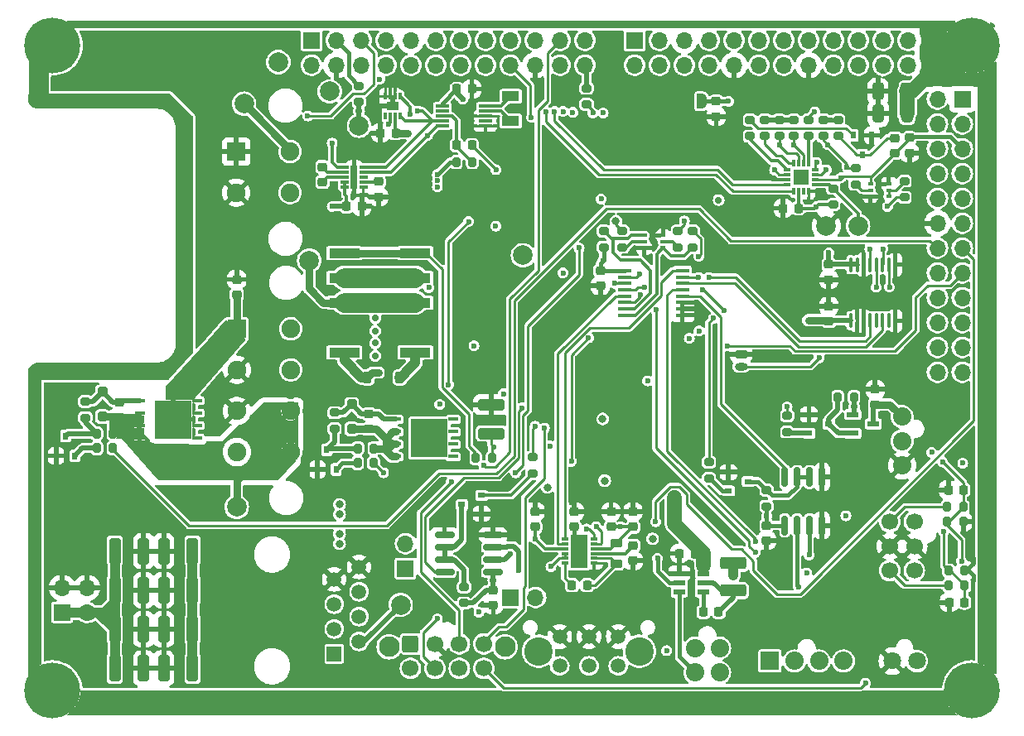
<source format=gbr>
%TF.GenerationSoftware,KiCad,Pcbnew,8.0.8*%
%TF.CreationDate,2025-02-06T17:20:13+00:00*%
%TF.ProjectId,mallow_adapt_v1.3,6d616c6c-6f77-45f6-9164-6170745f7631,rev?*%
%TF.SameCoordinates,Original*%
%TF.FileFunction,Copper,L4,Bot*%
%TF.FilePolarity,Positive*%
%FSLAX46Y46*%
G04 Gerber Fmt 4.6, Leading zero omitted, Abs format (unit mm)*
G04 Created by KiCad (PCBNEW 8.0.8) date 2025-02-06 17:20:13*
%MOMM*%
%LPD*%
G01*
G04 APERTURE LIST*
G04 Aperture macros list*
%AMRoundRect*
0 Rectangle with rounded corners*
0 $1 Rounding radius*
0 $2 $3 $4 $5 $6 $7 $8 $9 X,Y pos of 4 corners*
0 Add a 4 corners polygon primitive as box body*
4,1,4,$2,$3,$4,$5,$6,$7,$8,$9,$2,$3,0*
0 Add four circle primitives for the rounded corners*
1,1,$1+$1,$2,$3*
1,1,$1+$1,$4,$5*
1,1,$1+$1,$6,$7*
1,1,$1+$1,$8,$9*
0 Add four rect primitives between the rounded corners*
20,1,$1+$1,$2,$3,$4,$5,0*
20,1,$1+$1,$4,$5,$6,$7,0*
20,1,$1+$1,$6,$7,$8,$9,0*
20,1,$1+$1,$8,$9,$2,$3,0*%
%AMFreePoly0*
4,1,19,0.500000,-0.750000,0.000000,-0.750000,0.000000,-0.744911,-0.071157,-0.744911,-0.207708,-0.704816,-0.327430,-0.627875,-0.420627,-0.520320,-0.479746,-0.390866,-0.500000,-0.250000,-0.500000,0.250000,-0.479746,0.390866,-0.420627,0.520320,-0.327430,0.627875,-0.207708,0.704816,-0.071157,0.744911,0.000000,0.744911,0.000000,0.750000,0.500000,0.750000,0.500000,-0.750000,0.500000,-0.750000,
$1*%
%AMFreePoly1*
4,1,19,0.000000,0.744911,0.071157,0.744911,0.207708,0.704816,0.327430,0.627875,0.420627,0.520320,0.479746,0.390866,0.500000,0.250000,0.500000,-0.250000,0.479746,-0.390866,0.420627,-0.520320,0.327430,-0.627875,0.207708,-0.704816,0.071157,-0.744911,0.000000,-0.744911,0.000000,-0.750000,-0.500000,-0.750000,-0.500000,0.750000,0.000000,0.750000,0.000000,0.744911,0.000000,0.744911,
$1*%
G04 Aperture macros list end*
%TA.AperFunction,SMDPad,CuDef*%
%ADD10R,0.600000X0.420000*%
%TD*%
%TA.AperFunction,SMDPad,CuDef*%
%ADD11O,0.600000X0.420000*%
%TD*%
%TA.AperFunction,SMDPad,CuDef*%
%ADD12R,1.016000X0.406400*%
%TD*%
%TA.AperFunction,SMDPad,CuDef*%
%ADD13R,3.821000X3.908998*%
%TD*%
%TA.AperFunction,SMDPad,CuDef*%
%ADD14R,0.300000X0.800000*%
%TD*%
%TA.AperFunction,SMDPad,CuDef*%
%ADD15R,0.800000X0.300000*%
%TD*%
%TA.AperFunction,SMDPad,CuDef*%
%ADD16R,1.500000X1.500000*%
%TD*%
%TA.AperFunction,SMDPad,CuDef*%
%ADD17R,1.250000X0.600000*%
%TD*%
%TA.AperFunction,SMDPad,CuDef*%
%ADD18R,1.475000X0.450000*%
%TD*%
%TA.AperFunction,SMDPad,CuDef*%
%ADD19RoundRect,0.250000X-0.325000X-1.100000X0.325000X-1.100000X0.325000X1.100000X-0.325000X1.100000X0*%
%TD*%
%TA.AperFunction,SMDPad,CuDef*%
%ADD20RoundRect,0.250000X0.325000X1.100000X-0.325000X1.100000X-0.325000X-1.100000X0.325000X-1.100000X0*%
%TD*%
%TA.AperFunction,SMDPad,CuDef*%
%ADD21RoundRect,0.200000X0.275000X-0.200000X0.275000X0.200000X-0.275000X0.200000X-0.275000X-0.200000X0*%
%TD*%
%TA.AperFunction,ComponentPad*%
%ADD22R,1.700000X1.700000*%
%TD*%
%TA.AperFunction,ComponentPad*%
%ADD23O,1.700000X1.700000*%
%TD*%
%TA.AperFunction,ComponentPad*%
%ADD24C,3.600000*%
%TD*%
%TA.AperFunction,ConnectorPad*%
%ADD25C,5.700000*%
%TD*%
%TA.AperFunction,SMDPad,CuDef*%
%ADD26RoundRect,0.150000X-0.150000X0.825000X-0.150000X-0.825000X0.150000X-0.825000X0.150000X0.825000X0*%
%TD*%
%TA.AperFunction,SMDPad,CuDef*%
%ADD27RoundRect,0.225000X-0.250000X0.225000X-0.250000X-0.225000X0.250000X-0.225000X0.250000X0.225000X0*%
%TD*%
%TA.AperFunction,SMDPad,CuDef*%
%ADD28C,2.000000*%
%TD*%
%TA.AperFunction,SMDPad,CuDef*%
%ADD29FreePoly0,180.000000*%
%TD*%
%TA.AperFunction,SMDPad,CuDef*%
%ADD30FreePoly1,180.000000*%
%TD*%
%TA.AperFunction,SMDPad,CuDef*%
%ADD31RoundRect,0.200000X0.200000X0.275000X-0.200000X0.275000X-0.200000X-0.275000X0.200000X-0.275000X0*%
%TD*%
%TA.AperFunction,SMDPad,CuDef*%
%ADD32RoundRect,0.200000X-0.200000X-0.275000X0.200000X-0.275000X0.200000X0.275000X-0.200000X0.275000X0*%
%TD*%
%TA.AperFunction,ComponentPad*%
%ADD33C,2.909999*%
%TD*%
%TA.AperFunction,ComponentPad*%
%ADD34C,1.520000*%
%TD*%
%TA.AperFunction,SMDPad,CuDef*%
%ADD35RoundRect,0.225000X0.250000X-0.225000X0.250000X0.225000X-0.250000X0.225000X-0.250000X-0.225000X0*%
%TD*%
%TA.AperFunction,ComponentPad*%
%ADD36C,1.875000*%
%TD*%
%TA.AperFunction,ComponentPad*%
%ADD37R,1.875000X1.875000*%
%TD*%
%TA.AperFunction,SMDPad,CuDef*%
%ADD38R,0.300000X0.750000*%
%TD*%
%TA.AperFunction,SMDPad,CuDef*%
%ADD39R,1.300000X0.900000*%
%TD*%
%TA.AperFunction,SMDPad,CuDef*%
%ADD40RoundRect,0.200000X-0.275000X0.200000X-0.275000X-0.200000X0.275000X-0.200000X0.275000X0.200000X0*%
%TD*%
%TA.AperFunction,ComponentPad*%
%ADD41C,1.800000*%
%TD*%
%TA.AperFunction,SMDPad,CuDef*%
%ADD42R,0.600000X0.800000*%
%TD*%
%TA.AperFunction,SMDPad,CuDef*%
%ADD43RoundRect,0.225000X0.225000X0.250000X-0.225000X0.250000X-0.225000X-0.250000X0.225000X-0.250000X0*%
%TD*%
%TA.AperFunction,SMDPad,CuDef*%
%ADD44RoundRect,0.250000X0.325000X0.650000X-0.325000X0.650000X-0.325000X-0.650000X0.325000X-0.650000X0*%
%TD*%
%TA.AperFunction,SMDPad,CuDef*%
%ADD45RoundRect,0.250000X1.100000X-0.325000X1.100000X0.325000X-1.100000X0.325000X-1.100000X-0.325000X0*%
%TD*%
%TA.AperFunction,SMDPad,CuDef*%
%ADD46RoundRect,0.225000X-0.225000X-0.250000X0.225000X-0.250000X0.225000X0.250000X-0.225000X0.250000X0*%
%TD*%
%TA.AperFunction,SMDPad,CuDef*%
%ADD47RoundRect,0.250000X-0.312500X-0.625000X0.312500X-0.625000X0.312500X0.625000X-0.312500X0.625000X0*%
%TD*%
%TA.AperFunction,SMDPad,CuDef*%
%ADD48RoundRect,0.100000X-0.100000X0.637500X-0.100000X-0.637500X0.100000X-0.637500X0.100000X0.637500X0*%
%TD*%
%TA.AperFunction,ComponentPad*%
%ADD49C,1.500000*%
%TD*%
%TA.AperFunction,ComponentPad*%
%ADD50R,1.500000X1.500000*%
%TD*%
%TA.AperFunction,SMDPad,CuDef*%
%ADD51RoundRect,0.250000X1.075000X-0.375000X1.075000X0.375000X-1.075000X0.375000X-1.075000X-0.375000X0*%
%TD*%
%TA.AperFunction,ComponentPad*%
%ADD52C,1.900000*%
%TD*%
%TA.AperFunction,ComponentPad*%
%ADD53R,1.900000X1.900000*%
%TD*%
%TA.AperFunction,SMDPad,CuDef*%
%ADD54R,1.800000X1.000000*%
%TD*%
%TA.AperFunction,ComponentPad*%
%ADD55C,2.100000*%
%TD*%
%TA.AperFunction,ComponentPad*%
%ADD56C,1.700000*%
%TD*%
%TA.AperFunction,ComponentPad*%
%ADD57RoundRect,0.250000X-0.600000X-0.600000X0.600000X-0.600000X0.600000X0.600000X-0.600000X0.600000X0*%
%TD*%
%TA.AperFunction,SMDPad,CuDef*%
%ADD58RoundRect,0.250000X0.250000X-0.250000X0.250000X0.250000X-0.250000X0.250000X-0.250000X-0.250000X0*%
%TD*%
%TA.AperFunction,SMDPad,CuDef*%
%ADD59R,1.800000X3.400000*%
%TD*%
%TA.AperFunction,SMDPad,CuDef*%
%ADD60R,0.850000X0.300000*%
%TD*%
%TA.AperFunction,SMDPad,CuDef*%
%ADD61R,0.690000X2.440000*%
%TD*%
%TA.AperFunction,SMDPad,CuDef*%
%ADD62R,0.800000X0.600000*%
%TD*%
%TA.AperFunction,SMDPad,CuDef*%
%ADD63R,3.160000X1.000000*%
%TD*%
%TA.AperFunction,SMDPad,CuDef*%
%ADD64RoundRect,0.225000X-0.225000X-0.375000X0.225000X-0.375000X0.225000X0.375000X-0.225000X0.375000X0*%
%TD*%
%TA.AperFunction,SMDPad,CuDef*%
%ADD65RoundRect,0.150000X-0.825000X-0.150000X0.825000X-0.150000X0.825000X0.150000X-0.825000X0.150000X0*%
%TD*%
%TA.AperFunction,SMDPad,CuDef*%
%ADD66RoundRect,0.218750X0.381250X-0.218750X0.381250X0.218750X-0.381250X0.218750X-0.381250X-0.218750X0*%
%TD*%
%TA.AperFunction,ComponentPad*%
%ADD67RoundRect,0.200000X-0.450000X0.200000X-0.450000X-0.200000X0.450000X-0.200000X0.450000X0.200000X0*%
%TD*%
%TA.AperFunction,ComponentPad*%
%ADD68O,1.300000X0.800000*%
%TD*%
%TA.AperFunction,SMDPad,CuDef*%
%ADD69R,1.400000X0.300000*%
%TD*%
%TA.AperFunction,ViaPad*%
%ADD70C,0.600000*%
%TD*%
%TA.AperFunction,ViaPad*%
%ADD71C,0.700000*%
%TD*%
%TA.AperFunction,ViaPad*%
%ADD72C,0.800000*%
%TD*%
%TA.AperFunction,Conductor*%
%ADD73C,0.400000*%
%TD*%
%TA.AperFunction,Conductor*%
%ADD74C,0.300000*%
%TD*%
%TA.AperFunction,Conductor*%
%ADD75C,0.250000*%
%TD*%
%TA.AperFunction,Conductor*%
%ADD76C,0.500000*%
%TD*%
%TA.AperFunction,Conductor*%
%ADD77C,1.000000*%
%TD*%
%TA.AperFunction,Conductor*%
%ADD78C,1.500000*%
%TD*%
%TA.AperFunction,Conductor*%
%ADD79C,2.000000*%
%TD*%
%TA.AperFunction,Conductor*%
%ADD80C,0.440000*%
%TD*%
%TA.AperFunction,Conductor*%
%ADD81C,0.430000*%
%TD*%
%TA.AperFunction,Conductor*%
%ADD82C,0.750000*%
%TD*%
G04 APERTURE END LIST*
D10*
%TO.P,U14,1,S2*%
%TO.N,GND*%
X84500012Y43824998D03*
D11*
%TO.P,U14,2,G2*%
%TO.N,Net-(U14-D1)*%
X84500012Y43174999D03*
%TO.P,U14,3,D1*%
X84500012Y42525000D03*
%TO.P,U14,4,S1*%
%TO.N,GND*%
X82600010Y42525000D03*
%TO.P,U14,5,G1*%
%TO.N,Net-(U14-G1)*%
X82600010Y43174999D03*
%TO.P,U14,6,D2*%
%TO.N,WAKE_PIN*%
X82600010Y43824998D03*
%TD*%
D12*
%TO.P,Q15,1,S*%
%TO.N,+24V*%
X34127010Y15932400D03*
%TO.P,Q15,2,S*%
X34127010Y17202400D03*
%TO.P,Q15,3,S*%
X34127010Y18472400D03*
%TO.P,Q15,4,G*%
%TO.N,Net-(D6-A)*%
X34127010Y19742400D03*
%TO.P,Q15,5,D*%
%TO.N,Net-(C60-Pad1)*%
X39969010Y19742400D03*
%TO.P,Q15,6,D*%
X39969010Y18472400D03*
%TO.P,Q15,7,D*%
X39969010Y17202400D03*
D13*
%TO.P,Q15,8,D*%
X37550510Y17838701D03*
D12*
X39969010Y15932400D03*
%TD*%
%TO.P,Q7,1,S*%
%TO.N,+24V*%
X7929010Y17834182D03*
%TO.P,Q7,2,S*%
X7929010Y19104182D03*
%TO.P,Q7,3,S*%
X7929010Y20374182D03*
%TO.P,Q7,4,G*%
%TO.N,Net-(D2-A)*%
X7929010Y21644182D03*
%TO.P,Q7,5,D*%
%TO.N,/Connectors/PRT_PWR*%
X13771010Y21644182D03*
%TO.P,Q7,6,D*%
X13771010Y20374182D03*
%TO.P,Q7,7,D*%
X13771010Y19104182D03*
D13*
%TO.P,Q7,8,D*%
X11352510Y19740483D03*
D12*
X13771010Y17834182D03*
%TD*%
D14*
%TO.P,IC5,1,VSS*%
%TO.N,GND*%
X76300010Y43075000D03*
%TO.P,IC5,2,NC*%
%TO.N,unconnected-(IC5-NC-Pad2)*%
X75800010Y43075000D03*
%TO.P,IC5,3,VDD*%
%TO.N,+1V8*%
X75300010Y43075000D03*
%TO.P,IC5,4,SCL*%
%TO.N,i2C_1_SCL_H*%
X74800010Y43075000D03*
D15*
%TO.P,IC5,5,SDA*%
%TO.N,i2C_1_SDA_H*%
X74100010Y43775000D03*
%TO.P,IC5,6,ADDR*%
%TO.N,GND*%
X74100010Y44275000D03*
%TO.P,IC5,7,~{RESET}*%
%TO.N,+1V8*%
X74100010Y44775000D03*
%TO.P,IC5,8,INT*%
%TO.N,Net-(IC5-INT)*%
X74100010Y45275000D03*
D14*
%TO.P,IC5,9,GP0*%
%TO.N,BUTTON*%
X74800010Y45975000D03*
%TO.P,IC5,10,GP1*%
%TO.N,ALARM*%
X75300010Y45975000D03*
%TO.P,IC5,11,GP2*%
%TO.N,MOV_SENS*%
X75800010Y45975000D03*
%TO.P,IC5,12,GP3*%
%TO.N,Net-(IC5-GP3)*%
X76300010Y45975000D03*
D15*
%TO.P,IC5,13,GP4*%
%TO.N,A_MUX_OUT*%
X77000010Y45275000D03*
%TO.P,IC5,14,GP5*%
%TO.N,B_MUX_OUT*%
X77000010Y44775000D03*
%TO.P,IC5,15,GP6*%
%TO.N,WAKE_PIN*%
X77000010Y44275000D03*
%TO.P,IC5,16,GP7*%
%TO.N,Net-(IC5-GP7)*%
X77000010Y43775000D03*
D16*
%TO.P,IC5,17,EP*%
%TO.N,unconnected-(IC5-EP-Pad17)*%
X75550010Y44525000D03*
%TD*%
D17*
%TO.P,IC4,1,FB*%
%TO.N,/Connectors/FB*%
X63075010Y2075000D03*
%TO.P,IC4,2,DIM*%
%TO.N,Net-(IC4-DIM)*%
X63075010Y3025000D03*
%TO.P,IC4,3,GND*%
%TO.N,GND*%
X63075010Y3975000D03*
%TO.P,IC4,4,VIN*%
%TO.N,+12V*%
X65575010Y3975000D03*
%TO.P,IC4,5,SW*%
%TO.N,Net-(IC4-SW)*%
X65575010Y3025000D03*
%TO.P,IC4,6,BOOT*%
%TO.N,Net-(IC4-BOOT)*%
X65575010Y2075000D03*
%TD*%
D18*
%TO.P,IC3,1,2Y0*%
%TO.N,/UARTs/UART_2_RX_SCAN*%
X63388011Y34950000D03*
%TO.P,IC3,2,2Y2*%
%TO.N,UART_2_RX_2*%
X63388011Y34300000D03*
%TO.P,IC3,3,2-COM*%
%TO.N,/UARTs/UART_2_RX_H*%
X63388011Y33650000D03*
%TO.P,IC3,4,2Y3*%
%TO.N,UART_2_RX_PROG*%
X63388011Y33000000D03*
%TO.P,IC3,5,2Y1*%
%TO.N,UART_2_RX_1*%
X63388011Y32350000D03*
%TO.P,IC3,6,INH*%
%TO.N,GND*%
X63388011Y31700000D03*
%TO.P,IC3,7,GND_1*%
X63388011Y31050000D03*
%TO.P,IC3,8,GND_2*%
X63388011Y30400000D03*
%TO.P,IC3,9,B*%
%TO.N,Net-(IC3-B)*%
X57512011Y30400000D03*
%TO.P,IC3,10,A*%
%TO.N,Net-(IC3-A)*%
X57512011Y31050000D03*
%TO.P,IC3,11,1Y3*%
%TO.N,UART_2_TX_PROG*%
X57512011Y31700000D03*
%TO.P,IC3,12,1Y0*%
%TO.N,/UARTs/UART_2_TX_SCAN*%
X57512011Y32350000D03*
%TO.P,IC3,13,1-COM*%
%TO.N,/UARTs/UART_2_TX_H*%
X57512011Y33000000D03*
%TO.P,IC3,14,1Y1*%
%TO.N,UART_2_TX_1*%
X57512011Y33650000D03*
%TO.P,IC3,15,1Y2*%
%TO.N,UART_2_TX_2*%
X57512011Y34300000D03*
%TO.P,IC3,16,VCC*%
%TO.N,+3.3VP*%
X57512011Y34950000D03*
%TD*%
D19*
%TO.P,C41,2*%
%TO.N,GND*%
X8337506Y-1725000D03*
%TO.P,C41,1*%
%TO.N,+12V*%
X5387506Y-1725000D03*
%TD*%
%TO.P,C39,2*%
%TO.N,GND*%
X8337506Y2275000D03*
%TO.P,C39,1*%
%TO.N,+12V*%
X5387506Y2275000D03*
%TD*%
D20*
%TO.P,C36,2*%
%TO.N,GND*%
X10387506Y2275000D03*
%TO.P,C36,1*%
%TO.N,+12V*%
X13337506Y2275000D03*
%TD*%
D19*
%TO.P,C35,2*%
%TO.N,GND*%
X8337506Y6275000D03*
%TO.P,C35,1*%
%TO.N,+12V*%
X5387506Y6275000D03*
%TD*%
D20*
%TO.P,C33,2*%
%TO.N,GND*%
X10387506Y-1725000D03*
%TO.P,C33,1*%
%TO.N,+12V*%
X13337506Y-1725000D03*
%TD*%
%TO.P,C32,1*%
%TO.N,+12V*%
X13337506Y6275000D03*
%TO.P,C32,2*%
%TO.N,GND*%
X10387506Y6275000D03*
%TD*%
%TO.P,C31,2*%
%TO.N,GND*%
X10387506Y-5725000D03*
%TO.P,C31,1*%
%TO.N,+12V*%
X13337506Y-5725000D03*
%TD*%
D21*
%TO.P,R4,1*%
%TO.N,Net-(IC5-GP3)*%
X76300010Y48725000D03*
%TO.P,R4,2*%
%TO.N,TOUCH_INT*%
X76300010Y50375000D03*
%TD*%
D22*
%TO.P,JP3,1,Pin_1*%
%TO.N,Net-(JP3-Pin_1)*%
X45850010Y1525000D03*
D23*
%TO.P,JP3,2,Pin_2*%
%TO.N,/Rs485/RS485_A_K*%
X48390010Y1525000D03*
%TD*%
D19*
%TO.P,C43,2*%
%TO.N,GND*%
X8337506Y-5725000D03*
%TO.P,C43,1*%
%TO.N,+12V*%
X5387506Y-5725000D03*
%TD*%
D24*
%TO.P,H1,1,1*%
%TO.N,GND_CHASSIS*%
X93000000Y58000000D03*
D25*
X93000000Y58000000D03*
%TD*%
D24*
%TO.P,H4,1,1*%
%TO.N,GND_CHASSIS*%
X93000000Y-8000000D03*
D25*
X93000000Y-8000000D03*
%TD*%
D24*
%TO.P,H3,1,1*%
%TO.N,GND_CHASSIS*%
X-999990Y-8000000D03*
D25*
X-999990Y-8000000D03*
%TD*%
D24*
%TO.P,H2,1,1*%
%TO.N,GND_CHASSIS*%
X-999990Y58000000D03*
D25*
X-999990Y58000000D03*
%TD*%
D26*
%TO.P,U7,1,RO*%
%TO.N,UART_2_RX_1*%
X73845010Y13850000D03*
%TO.P,U7,2,~{RE}*%
%TO.N,Net-(U7-DE)*%
X75115010Y13850000D03*
%TO.P,U7,3,DE*%
X76385010Y13850000D03*
%TO.P,U7,4,DI*%
%TO.N,GND*%
X77655010Y13850000D03*
%TO.P,U7,5,GND*%
X77655010Y8900000D03*
%TO.P,U7,6,A*%
%TO.N,/Rs485/RS485_A_1*%
X76385010Y8900000D03*
%TO.P,U7,7,B*%
%TO.N,/Rs485/RS485_B_1*%
X75115010Y8900000D03*
%TO.P,U7,8,VCC*%
%TO.N,/Rs485/RS485_V+*%
X73845010Y8900000D03*
%TD*%
D27*
%TO.P,C24,1*%
%TO.N,Net-(IC2-VREG)*%
X32350010Y44050000D03*
%TO.P,C24,2*%
%TO.N,GND*%
X32350010Y42500000D03*
%TD*%
D28*
%TO.P,TP5,1,1*%
%TO.N,GND*%
X78100010Y39525000D03*
%TD*%
D29*
%TO.P,JP2,1,A*%
%TO.N,Net-(JP2-A)*%
X65400010Y52275000D03*
D30*
%TO.P,JP2,2,B*%
%TO.N,GND*%
X64100010Y52275000D03*
%TD*%
D31*
%TO.P,R78,1*%
%TO.N,+5V*%
X80925010Y22025000D03*
%TO.P,R78,2*%
%TO.N,Net-(Q21-G)*%
X79275010Y22025000D03*
%TD*%
D32*
%TO.P,R17,1*%
%TO.N,Net-(J7-Pin_4)*%
X90450010Y10775000D03*
%TO.P,R17,2*%
%TO.N,/Connectors/ADC4*%
X92100010Y10775000D03*
%TD*%
D33*
%TO.P,J5,P2,Pin_6*%
%TO.N,GND_CHASSIS*%
X59000008Y-3974999D03*
%TO.P,J5,P1,Pin_6*%
X48700014Y-3974999D03*
D34*
%TO.P,J5,6,Pin_6*%
%TO.N,GND*%
X56850010Y-2475000D03*
%TO.P,J5,5,Pin_5*%
X53850011Y-2475000D03*
%TO.P,J5,4,Pin_4*%
X50850012Y-2475000D03*
%TO.P,J5,3,Pin_3*%
%TO.N,RS232_RX*%
X56850010Y-5474999D03*
%TO.P,J5,2,Pin_2*%
%TO.N,RS232_TX*%
X53850011Y-5474999D03*
%TO.P,J5,1,Pin_1*%
%TO.N,Net-(J5-Pin_1)*%
X50850012Y-5474999D03*
%TD*%
D35*
%TO.P,C78,1*%
%TO.N,Net-(U16-VEE)*%
X52350010Y8750000D03*
%TO.P,C78,2*%
%TO.N,GND*%
X52350010Y10300000D03*
%TD*%
D28*
%TO.P,TP3,1,1*%
%TO.N,+12V*%
X25250010Y35975000D03*
%TD*%
%TO.P,TP13,1,1*%
%TO.N,+3.3VP*%
X47100010Y36525000D03*
%TD*%
D36*
%TO.P,J4,4,Pin_4*%
%TO.N,/Rs485/RS485_B_2*%
X79850010Y-4975000D03*
%TO.P,J4,3,Pin_3*%
%TO.N,/Rs485/RS485_A_2*%
X77350010Y-4975000D03*
%TO.P,J4,2,Pin_2*%
%TO.N,/Rs485/RS485_B_1*%
X74850010Y-4975000D03*
D37*
%TO.P,J4,1,Pin_1*%
%TO.N,/Rs485/RS485_A_1*%
X72350010Y-4975000D03*
%TD*%
D38*
%TO.P,U11,1,L*%
%TO.N,GND*%
X33050010Y52775000D03*
%TO.P,U11,2,GND*%
X33550010Y52775000D03*
%TO.P,U11,3,ADDR0*%
X34050010Y52775000D03*
%TO.P,U11,4,SDA*%
%TO.N,i2C_1_SDA_H*%
X34550010Y52775000D03*
%TO.P,U11,5,SCL*%
%TO.N,i2C_1_SCL_H*%
X34550010Y50775000D03*
%TO.P,U11,6,VDD*%
%TO.N,+1V8_SB*%
X34050010Y50775000D03*
%TO.P,U11,7,W*%
%TO.N,Net-(D8-K)*%
X33550010Y50775000D03*
%TO.P,U11,8,H*%
%TO.N,unconnected-(U11-H-Pad8)*%
X33050010Y50775000D03*
D39*
%TO.P,U11,9,EP*%
%TO.N,GND*%
X33800010Y51775000D03*
%TD*%
D40*
%TO.P,R75,1*%
%TO.N,+1V8*%
X73300010Y50350000D03*
%TO.P,R75,2*%
%TO.N,ALARM*%
X73300010Y48700000D03*
%TD*%
D41*
%TO.P,J3,2,Pin_2*%
%TO.N,ALARM*%
X87350010Y-4975000D03*
%TO.P,J3,1,Pin_1*%
%TO.N,GND*%
X84850010Y-4975000D03*
%TD*%
D42*
%TO.P,Q13,1*%
%TO.N,Net-(Q13-Pad1)*%
X28000010Y14615000D03*
%TO.P,Q13,2*%
%TO.N,GND*%
X26100010Y14615000D03*
%TO.P,Q13,3*%
%TO.N,Net-(Q13-Pad3)*%
X27050010Y16635000D03*
%TD*%
D22*
%TO.P,X19,1,Pin_1*%
%TO.N,unconnected-(X19-Pin_1-Pad1)*%
X58520009Y58499972D03*
D23*
%TO.P,X19,2,Pin_2*%
%TO.N,unconnected-(X19-Pin_2-Pad2)*%
X58520009Y55959972D03*
%TO.P,X19,3,Pin_3*%
%TO.N,unconnected-(X19-Pin_3-Pad3)*%
X61060009Y58499972D03*
%TO.P,X19,4,Pin_4*%
%TO.N,unconnected-(X19-Pin_4-Pad4)*%
X61060009Y55959972D03*
%TO.P,X19,5,Pin_5*%
%TO.N,GND*%
X63600009Y58499972D03*
%TO.P,X19,6,Pin_6*%
%TO.N,unconnected-(X19-Pin_6-Pad6)*%
X63600009Y55959972D03*
%TO.P,X19,7,Pin_7*%
%TO.N,unconnected-(X19-Pin_7-Pad7)*%
X66140009Y58499972D03*
%TO.P,X19,8,Pin_8*%
%TO.N,unconnected-(X19-Pin_8-Pad8)*%
X66140009Y55959972D03*
%TO.P,X19,9,Pin_9*%
%TO.N,unconnected-(X19-Pin_9-Pad9)*%
X68680009Y58499972D03*
%TO.P,X19,10,Pin_10*%
%TO.N,GND*%
X68680009Y55959972D03*
%TO.P,X19,11,Pin_11*%
%TO.N,unconnected-(X19-Pin_11-Pad11)*%
X71220009Y58499972D03*
%TO.P,X19,12,Pin_12*%
%TO.N,unconnected-(X19-Pin_12-Pad12)*%
X71220009Y55959972D03*
%TO.P,X19,13,Pin_13*%
%TO.N,unconnected-(X19-Pin_13-Pad13)*%
X73760009Y58499972D03*
%TO.P,X19,14,Pin_14*%
%TO.N,unconnected-(X19-Pin_14-Pad14)*%
X73760009Y55959972D03*
%TO.P,X19,15,Pin_15*%
%TO.N,unconnected-(X19-Pin_15-Pad15)*%
X76300009Y58499972D03*
%TO.P,X19,16,Pin_16*%
%TO.N,GND*%
X76300009Y55959972D03*
%TO.P,X19,17,Pin_17*%
%TO.N,UART_1_RX*%
X78840009Y58499972D03*
%TO.P,X19,18,Pin_18*%
%TO.N,UART_1_TX*%
X78840009Y55959972D03*
%TO.P,X19,19,Pin_19*%
%TO.N,/Connectors/UART_1_RTS*%
X81380009Y58499972D03*
%TO.P,X19,20,Pin_20*%
%TO.N,/Connectors/UART_1_CTS*%
X81380009Y55959972D03*
%TO.P,X19,21,Pin_21*%
%TO.N,UART_2_RX*%
X83920009Y58499972D03*
%TO.P,X19,22,Pin_22*%
%TO.N,UART_2_TX*%
X83920009Y55959972D03*
%TO.P,X19,23,Pin_23*%
%TO.N,UART_2_RTS*%
X86460009Y58499972D03*
%TO.P,X19,24,Pin_24*%
%TO.N,UART_2_CTS*%
X86460009Y55959972D03*
%TD*%
D21*
%TO.P,R56,1*%
%TO.N,Net-(U6-G2)*%
X57262011Y37350000D03*
%TO.P,R56,2*%
%TO.N,B_MUX_OUT*%
X57262011Y39000000D03*
%TD*%
D43*
%TO.P,C19,1*%
%TO.N,/Connectors/ADC4*%
X92125010Y12525000D03*
%TO.P,C19,2*%
%TO.N,GND*%
X90575010Y12525000D03*
%TD*%
D44*
%TO.P,C51,1*%
%TO.N,GND_CHASSIS*%
X86350010Y51025000D03*
%TO.P,C51,2*%
%TO.N,GND*%
X83400010Y51025000D03*
%TD*%
D21*
%TO.P,R15,1*%
%TO.N,+3.3VP*%
X55350010Y37350000D03*
%TO.P,R15,2*%
%TO.N,Net-(IC3-A)*%
X55350010Y39000000D03*
%TD*%
D45*
%TO.P,C12,1*%
%TO.N,Net-(C12-Pad1)*%
X43850010Y18300000D03*
%TO.P,C12,2*%
%TO.N,GND*%
X43850010Y21250000D03*
%TD*%
D36*
%TO.P,J8,3,Pin_3*%
%TO.N,GND*%
X85850010Y15025000D03*
%TO.P,J8,2,Pin_2*%
%TO.N,unconnected-(J8-Pin_2-Pad2)*%
X85850010Y17525000D03*
%TO.P,J8,1,Pin_1*%
%TO.N,Net-(J8-Pin_1)*%
X85850010Y20025000D03*
%TD*%
D40*
%TO.P,R71,1*%
%TO.N,Net-(Q19-Pad1)*%
X70300010Y50350000D03*
%TO.P,R71,2*%
%TO.N,Net-(IC5-INT)*%
X70300010Y48700000D03*
%TD*%
D46*
%TO.P,C3,1*%
%TO.N,Net-(IC4-BOOT)*%
X65550010Y25000D03*
%TO.P,C3,2*%
%TO.N,Net-(IC4-SW)*%
X67100010Y25000D03*
%TD*%
D47*
%TO.P,R29,1*%
%TO.N,GND*%
X83387510Y53275000D03*
%TO.P,R29,2*%
%TO.N,GND_CHASSIS*%
X86312510Y53275000D03*
%TD*%
D48*
%TO.P,U17,1,VCCA*%
%TO.N,+1V8*%
X80600010Y35550000D03*
%TO.P,U17,2,1DIR*%
X81250010Y35550000D03*
%TO.P,U17,3,2DIR*%
%TO.N,GND*%
X81900010Y35550000D03*
%TO.P,U17,4,1A1*%
%TO.N,UART_2_TX*%
X82550010Y35550000D03*
%TO.P,U17,5,1A2*%
%TO.N,UART_2_RTS*%
X83200010Y35550000D03*
%TO.P,U17,6,2A1*%
%TO.N,UART_2_RX*%
X83850010Y35550000D03*
%TO.P,U17,7,2A2*%
%TO.N,UART_2_CTS*%
X84500010Y35550000D03*
%TO.P,U17,8,GND*%
%TO.N,GND*%
X85150010Y35550000D03*
%TO.P,U17,9,GND*%
X85150010Y29825000D03*
%TO.P,U17,10,2B2*%
%TO.N,/UARTs/UART_2_CTS_H*%
X84500010Y29825000D03*
%TO.P,U17,11,2B1*%
%TO.N,/UARTs/UART_2_RX_H*%
X83850010Y29825000D03*
%TO.P,U17,12,1B2*%
%TO.N,/UARTs/UART_2_RTS_H*%
X83200010Y29825000D03*
%TO.P,U17,13,1B1*%
%TO.N,/UARTs/UART_2_TX_H*%
X82550010Y29825000D03*
%TO.P,U17,14,2~{OE}*%
%TO.N,GND*%
X81900010Y29825000D03*
%TO.P,U17,15,1~{OE}*%
X81250010Y29825000D03*
%TO.P,U17,16,VCCB*%
%TO.N,+3.3VP*%
X80600010Y29825000D03*
%TD*%
D49*
%TO.P,J9,8*%
%TO.N,GND*%
X30350010Y4645000D03*
%TO.P,J9,7*%
X27810010Y3375000D03*
%TO.P,J9,6*%
%TO.N,/Rs485/RXD-*%
X30350010Y2105000D03*
%TO.P,J9,5*%
%TO.N,/Rs485/RXD+*%
X27810010Y835000D03*
%TO.P,J9,4*%
%TO.N,/Rs485/T{slash}R-*%
X30350010Y-435000D03*
%TO.P,J9,3*%
%TO.N,/Rs485/RXD+*%
X27810010Y-1705000D03*
%TO.P,J9,2*%
%TO.N,Net-(C60-Pad1)*%
X30350010Y-2975000D03*
D50*
%TO.P,J9,1*%
X27810010Y-4245000D03*
%TD*%
D31*
%TO.P,R68,1*%
%TO.N,Net-(C12-Pad1)*%
X43925010Y15775000D03*
%TO.P,R68,2*%
%TO.N,Net-(RL1-NO_1)*%
X42275010Y15775000D03*
%TD*%
D46*
%TO.P,C64,1*%
%TO.N,Net-(U10-~{INT})*%
X40325010Y47775000D03*
%TO.P,C64,2*%
%TO.N,/Watchdog/WD{slash}INT*%
X41875010Y47775000D03*
%TD*%
D21*
%TO.P,R63,1*%
%TO.N,Net-(Q20-Pad1)*%
X74100010Y18450000D03*
%TO.P,R63,2*%
%TO.N,/Connectors/PWM2*%
X74100010Y20100000D03*
%TD*%
D28*
%TO.P,TP11,1,1*%
%TO.N,+24V*%
X17850010Y10775000D03*
%TD*%
D17*
%TO.P,Q21,1,G*%
%TO.N,Net-(Q21-G)*%
X80800010Y18320000D03*
%TO.P,Q21,2,S*%
%TO.N,+5V*%
X80800010Y20230000D03*
%TO.P,Q21,3,D*%
%TO.N,Net-(J8-Pin_1)*%
X82900010Y19275000D03*
%TD*%
D35*
%TO.P,C16,1*%
%TO.N,/Connectors/PRT_PWR*%
X17850010Y32500000D03*
%TO.P,C16,2*%
%TO.N,GND*%
X17850010Y34050000D03*
%TD*%
D51*
%TO.P,L2,1,1*%
%TO.N,Net-(IC4-SW)*%
X68600010Y2225000D03*
%TO.P,L2,2,2*%
%TO.N,/Connectors/Led*%
X68600010Y5025000D03*
%TD*%
D52*
%TO.P,J1,4,Pin_4*%
%TO.N,Net-(IC2-SENSEN)*%
X23300010Y42925000D03*
%TO.P,J1,3,Pin_3*%
X23300010Y47125000D03*
%TO.P,J1,2,Pin_2*%
%TO.N,GND*%
X17800010Y42925000D03*
D53*
%TO.P,J1,1,Pin_1*%
X17800010Y47125000D03*
%TD*%
D40*
%TO.P,R77,1*%
%TO.N,+1V8*%
X77800010Y50350000D03*
%TO.P,R77,2*%
%TO.N,TOUCH_INT*%
X77800010Y48700000D03*
%TD*%
D35*
%TO.P,C73,1*%
%TO.N,+3.3VP*%
X58350010Y8750000D03*
%TO.P,C73,2*%
%TO.N,GND*%
X58350010Y10300000D03*
%TD*%
D21*
%TO.P,R54,1*%
%TO.N,Net-(U6-G1)*%
X62950011Y37350000D03*
%TO.P,R54,2*%
%TO.N,A_MUX_OUT*%
X62950011Y39000000D03*
%TD*%
%TO.P,R2,1*%
%TO.N,RS232_EN*%
X53600010Y51950000D03*
%TO.P,R2,2*%
%TO.N,Net-(X10-Pin_24)*%
X53600010Y53600000D03*
%TD*%
D31*
%TO.P,R24,1*%
%TO.N,+24V*%
X5200010Y18295000D03*
%TO.P,R24,2*%
%TO.N,Net-(Q8-Pad3)*%
X3550010Y18295000D03*
%TD*%
D40*
%TO.P,R48,1*%
%TO.N,Net-(U4-DE)*%
X41075010Y2600000D03*
%TO.P,R48,2*%
%TO.N,/Rs485/RS485_V+*%
X41075010Y950000D03*
%TD*%
D21*
%TO.P,R72,1*%
%TO.N,+1V8*%
X86100010Y42450000D03*
%TO.P,R72,2*%
%TO.N,Net-(U14-D1)*%
X86100010Y44100000D03*
%TD*%
D54*
%TO.P,Y1,1,1*%
%TO.N,Net-(U10-X2)*%
X45850010Y50275000D03*
%TO.P,Y1,2,2*%
%TO.N,Net-(U10-X1)*%
X45850010Y52775000D03*
%TD*%
D35*
%TO.P,C79,1*%
%TO.N,+3.3VP*%
X78350010Y29775000D03*
%TO.P,C79,2*%
%TO.N,GND*%
X78350010Y31325000D03*
%TD*%
D55*
%TO.P,J6,P2,Pin_8*%
%TO.N,GND_CHASSIS*%
X45269988Y-3514999D03*
%TO.P,J6,P1,Pin_8*%
X33430012Y-3514999D03*
D56*
%TO.P,J6,8,Pin_8*%
%TO.N,/Connectors/BOOT{slash}*%
X43100010Y-5725000D03*
%TO.P,J6,7,Pin_7*%
%TO.N,/Connectors/PROG{slash}*%
X40600010Y-5725000D03*
%TO.P,J6,6,Pin_6*%
%TO.N,UART_2_RX_PROG*%
X38100010Y-5725000D03*
%TO.P,J6,5,Pin_5*%
%TO.N,UART_2_TX_PROG*%
X35600010Y-5725000D03*
%TO.P,J6,4,Pin_4*%
%TO.N,MOV_SENS*%
X43100010Y-3225000D03*
%TO.P,J6,3,Pin_3*%
%TO.N,/Connectors/ADC1*%
X40600010Y-3225000D03*
%TO.P,J6,2,Pin_2*%
%TO.N,GND*%
X38100010Y-3225000D03*
D57*
%TO.P,J6,1,Pin_1*%
%TO.N,Net-(J6-Pin_1)*%
X35600010Y-3225000D03*
%TD*%
D22*
%TO.P,X10,1,Pin_1*%
%TO.N,+5V*%
X25500010Y58500000D03*
D23*
%TO.P,X10,2,Pin_2*%
%TO.N,/Connectors/+3.3V*%
X25500010Y55960000D03*
%TO.P,X10,3,Pin_3*%
%TO.N,Net-(X10-Pin_3)*%
X28040010Y58500000D03*
%TO.P,X10,4,Pin_4*%
%TO.N,GND*%
X28040010Y55960000D03*
%TO.P,X10,5,Pin_5*%
%TO.N,/Connectors/ADC1*%
X30580010Y58500000D03*
%TO.P,X10,6,Pin_6*%
%TO.N,/Connectors/ADC2*%
X30580010Y55960000D03*
%TO.P,X10,7,Pin_7*%
%TO.N,/Connectors/ADC3*%
X33120010Y58500000D03*
%TO.P,X10,8,Pin_8*%
%TO.N,/Connectors/ADC4*%
X33120010Y55960000D03*
%TO.P,X10,9,Pin_9*%
%TO.N,GND*%
X35660010Y58500000D03*
%TO.P,X10,10,Pin_10*%
%TO.N,/Connectors/i2C_1_SDA*%
X35660010Y55960000D03*
%TO.P,X10,11,Pin_11*%
%TO.N,/Connectors/i2C_1_SCL*%
X38200010Y58500000D03*
%TO.P,X10,12,Pin_12*%
%TO.N,unconnected-(X10-Pin_12-Pad12)*%
X38200010Y55960000D03*
%TO.P,X10,13,Pin_13*%
%TO.N,unconnected-(X10-Pin_13-Pad13)*%
X40740010Y58500000D03*
%TO.P,X10,14,Pin_14*%
%TO.N,unconnected-(X10-Pin_14-Pad14)*%
X40740010Y55960000D03*
%TO.P,X10,15,Pin_15*%
%TO.N,unconnected-(X10-Pin_15-Pad15)*%
X43280010Y58500000D03*
%TO.P,X10,16,Pin_16*%
%TO.N,unconnected-(X10-Pin_16-Pad16)*%
X43280010Y55960000D03*
%TO.P,X10,17,Pin_17*%
%TO.N,unconnected-(X10-Pin_17-Pad17)*%
X45820010Y58500000D03*
%TO.P,X10,18,Pin_18*%
%TO.N,/Connectors/PWM1*%
X45820010Y55960000D03*
%TO.P,X10,19,Pin_19*%
%TO.N,/Connectors/PWM2*%
X48360010Y58500000D03*
%TO.P,X10,20,Pin_20*%
%TO.N,GND*%
X48360010Y55960000D03*
%TO.P,X10,21,Pin_21*%
%TO.N,/Connectors/PROG{slash}*%
X50900010Y58500000D03*
%TO.P,X10,22,Pin_22*%
%TO.N,Kerong*%
X50900010Y55960000D03*
%TO.P,X10,23,Pin_23*%
%TO.N,/Connectors/DC{slash}DC_EN*%
X53440010Y58500000D03*
%TO.P,X10,24,Pin_24*%
%TO.N,Net-(X10-Pin_24)*%
X53440010Y55960000D03*
%TD*%
D46*
%TO.P,C18,1*%
%TO.N,+BATT+*%
X29075010Y41525000D03*
%TO.P,C18,2*%
%TO.N,GND*%
X30625010Y41525000D03*
%TD*%
D40*
%TO.P,R70,1*%
%TO.N,+1V8*%
X79300010Y50350000D03*
%TO.P,R70,2*%
%TO.N,CTRL_WAKE*%
X79300010Y48700000D03*
%TD*%
D43*
%TO.P,C15,1*%
%TO.N,/Connectors/ADC3*%
X92210727Y1025000D03*
%TO.P,C15,2*%
%TO.N,GND*%
X90660727Y1025000D03*
%TD*%
D21*
%TO.P,R57,1*%
%TO.N,+1V8*%
X78800010Y41700000D03*
%TO.P,R57,2*%
%TO.N,Net-(IC5-GP7)*%
X78800010Y43350000D03*
%TD*%
D58*
%TO.P,D6,1,K*%
%TO.N,+24V*%
X29600010Y18775000D03*
%TO.P,D6,2,A*%
%TO.N,Net-(D6-A)*%
X29600010Y21275000D03*
%TD*%
D35*
%TO.P,C59,1*%
%TO.N,+24V*%
X31350010Y18750000D03*
%TO.P,C59,2*%
%TO.N,Net-(D6-A)*%
X31350010Y20300000D03*
%TD*%
D52*
%TO.P,J10,8,Pin_8*%
%TO.N,+24V*%
X23362511Y16400000D03*
%TO.P,J10,7,Pin_7*%
X23362511Y20600000D03*
%TO.P,J10,6,Pin_6*%
%TO.N,Net-(IC1-OUT_1)*%
X23362511Y24800000D03*
%TO.P,J10,5,Pin_5*%
X23362511Y29000000D03*
%TO.P,J10,4,Pin_4*%
%TO.N,GND*%
X17862511Y16400000D03*
%TO.P,J10,3,Pin_3*%
X17862511Y20600000D03*
%TO.P,J10,2,Pin_2*%
X17862511Y24800000D03*
D53*
%TO.P,J10,1,Pin_1*%
%TO.N,/Connectors/PRT_PWR*%
X17862511Y29000000D03*
%TD*%
D28*
%TO.P,TP4,1,1*%
%TO.N,Net-(IC5-GP7)*%
X81350010Y39525000D03*
%TD*%
D15*
%TO.P,U16,1,RIN*%
%TO.N,RS232_TX*%
X54375010Y7525000D03*
%TO.P,U16,2,TOUT*%
%TO.N,RS232_RX*%
X54375010Y7025000D03*
%TO.P,U16,3,VCC*%
%TO.N,+3.3VP*%
X54375010Y6525000D03*
%TO.P,U16,4,VDD*%
%TO.N,Net-(U16-VDD)*%
X54375010Y6025000D03*
%TO.P,U16,5,SW*%
%TO.N,Net-(U16-SW)*%
X54375010Y5525000D03*
%TO.P,U16,6,GND*%
%TO.N,GND*%
X54375010Y5025000D03*
%TO.P,U16,7,CAP*%
%TO.N,Net-(U16-CAP)*%
X51375010Y5025000D03*
%TO.P,U16,8,PS*%
%TO.N,RS232_EN*%
X51375010Y5525000D03*
%TO.P,U16,9,MODE*%
X51375010Y6025000D03*
%TO.P,U16,10,VL*%
%TO.N,+3.3VP*%
X51375010Y6525000D03*
%TO.P,U16,11,TIN*%
%TO.N,/UARTs/UART_2_TX_SCAN*%
X51375010Y7025000D03*
%TO.P,U16,12,ROUT*%
%TO.N,/UARTs/UART_2_RX_SCAN*%
X51375010Y7525000D03*
D59*
%TO.P,U16,13,VEE*%
%TO.N,Net-(U16-VEE)*%
X52875010Y6275000D03*
%TD*%
D28*
%TO.P,TP12,1,1*%
%TO.N,+1V8*%
X30350010Y49775000D03*
%TD*%
D60*
%TO.P,IC2,1,VDD*%
%TO.N,+BATT+*%
X28900010Y43525000D03*
%TO.P,IC2,2,SENSEP*%
X28900010Y44025000D03*
%TO.P,IC2,3,CFP*%
%TO.N,Net-(IC2-CFP)*%
X28900010Y44525000D03*
%TO.P,IC2,4,CFN*%
%TO.N,Net-(IC2-CFN)*%
X28900010Y45025000D03*
%TO.P,IC2,5,SENSEN*%
%TO.N,Net-(IC2-SENSEN)*%
X28900010Y45525000D03*
%TO.P,IC2,6,SCL*%
%TO.N,i2C_1_SCL_H*%
X30800010Y45525000D03*
%TO.P,IC2,7,SDA*%
%TO.N,i2C_1_SDA_H*%
X30800010Y45025000D03*
%TO.P,IC2,8,GPIO*%
%TO.N,unconnected-(IC2-GPIO-Pad8)*%
X30800010Y44525000D03*
%TO.P,IC2,9,VREG*%
%TO.N,Net-(IC2-VREG)*%
X30800010Y44025000D03*
%TO.P,IC2,10,GND*%
%TO.N,GND*%
X30800010Y43525000D03*
D61*
%TO.P,IC2,11,EP*%
X29850010Y44525000D03*
%TD*%
D62*
%TO.P,Q12,1*%
%TO.N,Net-(Q12-Pad1)*%
X42870010Y11975000D03*
%TO.P,Q12,2*%
%TO.N,GND*%
X42870010Y10075000D03*
%TO.P,Q12,3*%
%TO.N,Net-(U4-DE)*%
X40850010Y11025000D03*
%TD*%
D43*
%TO.P,C76,1*%
%TO.N,Net-(U16-SW)*%
X53650010Y2775000D03*
%TO.P,C76,2*%
%TO.N,Net-(U16-CAP)*%
X52100010Y2775000D03*
%TD*%
D32*
%TO.P,R25,1*%
%TO.N,Net-(Q8-Pad1)*%
X3550010Y16795000D03*
%TO.P,R25,2*%
%TO.N,/Connectors/PRT_CTRL*%
X5200010Y16795000D03*
%TD*%
D31*
%TO.P,R51,1*%
%TO.N,+24V*%
X31875010Y16775000D03*
%TO.P,R51,2*%
%TO.N,Net-(Q13-Pad3)*%
X30225010Y16775000D03*
%TD*%
D40*
%TO.P,R74,1*%
%TO.N,+1V8*%
X71800010Y50350000D03*
%TO.P,R74,2*%
%TO.N,BUTTON*%
X71800010Y48700000D03*
%TD*%
D35*
%TO.P,C74,1*%
%TO.N,+3.3VP*%
X56100010Y8750000D03*
%TO.P,C74,2*%
%TO.N,GND*%
X56100010Y10300000D03*
%TD*%
D36*
%TO.P,J2,4,Pin_4*%
%TO.N,/Connectors/FB*%
X67190010Y-6155000D03*
%TO.P,J2,3,Pin_3*%
%TO.N,/Connectors/Led*%
X67190010Y-3655000D03*
%TO.P,J2,2,Pin_2*%
%TO.N,/Connectors/FB*%
X64690010Y-6155000D03*
%TO.P,J2,1,Pin_1*%
%TO.N,/Connectors/Led*%
X64690010Y-3655000D03*
%TD*%
D40*
%TO.P,R55,1*%
%TO.N,Net-(U7-DE)*%
X72000010Y12500000D03*
%TO.P,R55,2*%
%TO.N,/Rs485/RS485_V+*%
X72000010Y10850000D03*
%TD*%
%TO.P,R50,1*%
%TO.N,+3.3VP*%
X64450011Y39000000D03*
%TO.P,R50,2*%
%TO.N,Net-(IC3-B)*%
X64450011Y37350000D03*
%TD*%
D27*
%TO.P,C61,1*%
%TO.N,/Rs485/RS485_V+*%
X72000010Y8900000D03*
%TO.P,C61,2*%
%TO.N,GND*%
X72000010Y7350000D03*
%TD*%
D10*
%TO.P,U6,1,S2*%
%TO.N,GND*%
X59500010Y37275001D03*
D11*
%TO.P,U6,2,G2*%
%TO.N,Net-(U6-G2)*%
X59500010Y37925000D03*
%TO.P,U6,3,D1*%
%TO.N,Net-(IC3-A)*%
X59500010Y38574999D03*
%TO.P,U6,4,S1*%
%TO.N,GND*%
X61400012Y38574999D03*
%TO.P,U6,5,G1*%
%TO.N,Net-(U6-G1)*%
X61400012Y37925000D03*
%TO.P,U6,6,D2*%
%TO.N,Net-(IC3-B)*%
X61400012Y37275001D03*
%TD*%
D22*
%TO.P,X5,1,Pin_1*%
%TO.N,+12V*%
X38Y4D03*
D23*
%TO.P,X5,2,Pin_2*%
X2540038Y4D03*
%TO.P,X5,3,Pin_3*%
%TO.N,GND*%
X38Y2540004D03*
%TO.P,X5,4,Pin_4*%
X2540038Y2540004D03*
%TD*%
D31*
%TO.P,R20,1*%
%TO.N,GND*%
X92250010Y4275000D03*
%TO.P,R20,2*%
%TO.N,/Connectors/ADC3*%
X90600010Y4275000D03*
%TD*%
D62*
%TO.P,Q14,1*%
%TO.N,Net-(Q14-Pad1)*%
X68090947Y12430595D03*
%TO.P,Q14,2*%
%TO.N,GND*%
X68090947Y14330595D03*
%TO.P,Q14,3*%
%TO.N,Net-(U7-DE)*%
X70110947Y13380595D03*
%TD*%
D27*
%TO.P,C11,1*%
%TO.N,+3.3VP*%
X55012011Y34950000D03*
%TO.P,C11,2*%
%TO.N,GND*%
X55012011Y33400000D03*
%TD*%
D63*
%TO.P,RL1,1,COIL_+*%
%TO.N,+BATT+*%
X28850010Y26595000D03*
%TO.P,RL1,3,NC_1*%
%TO.N,+12V*%
X28850010Y31675000D03*
%TO.P,RL1,4,COM_1*%
%TO.N,+BATT+*%
X28850010Y34215000D03*
%TO.P,RL1,5,NO_1*%
%TO.N,Net-(RL1-NO_1)*%
X28850010Y36755000D03*
%TO.P,RL1,8,NO_2*%
X36090010Y36755000D03*
%TO.P,RL1,9,COM_2*%
%TO.N,+BATT+*%
X36090010Y34215000D03*
%TO.P,RL1,10,NC_2*%
%TO.N,+12V*%
X36090010Y31675000D03*
%TO.P,RL1,12,COIL_-*%
%TO.N,Net-(D7-A)*%
X36090010Y26595000D03*
%TD*%
D28*
%TO.P,TP1,1,1*%
%TO.N,Net-(IC2-SENSEN)*%
X18600010Y52025000D03*
%TD*%
D31*
%TO.P,R62,1*%
%TO.N,Net-(U10-~{INT})*%
X41931487Y46065751D03*
%TO.P,R62,2*%
%TO.N,+3.3VP*%
X40281487Y46065751D03*
%TD*%
D32*
%TO.P,R18,1*%
%TO.N,/Connectors/ADC4*%
X90450010Y9275000D03*
%TO.P,R18,2*%
%TO.N,GND*%
X92100010Y9275000D03*
%TD*%
D40*
%TO.P,R76,1*%
%TO.N,+1V8*%
X74800010Y50350000D03*
%TO.P,R76,2*%
%TO.N,MOV_SENS*%
X74800010Y48700000D03*
%TD*%
D21*
%TO.P,R52,1*%
%TO.N,Net-(Q13-Pad3)*%
X27850010Y18775000D03*
%TO.P,R52,2*%
%TO.N,Net-(D6-A)*%
X27850010Y20425000D03*
%TD*%
D64*
%TO.P,D7,1,K*%
%TO.N,+BATT+*%
X31200010Y24025000D03*
%TO.P,D7,2,A*%
%TO.N,Net-(D7-A)*%
X34500010Y24025000D03*
%TD*%
D27*
%TO.P,C77,1*%
%TO.N,+1V8*%
X78350010Y35575000D03*
%TO.P,C77,2*%
%TO.N,GND*%
X78350010Y34025000D03*
%TD*%
%TO.P,C56,1*%
%TO.N,/Rs485/RS485_V+*%
X44075010Y2300000D03*
%TO.P,C56,2*%
%TO.N,GND*%
X44075010Y750000D03*
%TD*%
D31*
%TO.P,R49,1*%
%TO.N,Kerong*%
X31850010Y15275000D03*
%TO.P,R49,2*%
%TO.N,Net-(Q13-Pad1)*%
X30200010Y15275000D03*
%TD*%
D21*
%TO.P,R22,1*%
%TO.N,Net-(Q8-Pad3)*%
X2375010Y19909182D03*
%TO.P,R22,2*%
%TO.N,Net-(D2-A)*%
X2375010Y21559182D03*
%TD*%
D31*
%TO.P,R19,1*%
%TO.N,/Connectors/ADC3*%
X92250010Y2775000D03*
%TO.P,R19,2*%
%TO.N,Net-(J7-Pin_6)*%
X90600010Y2775000D03*
%TD*%
D58*
%TO.P,D2,1,K*%
%TO.N,+24V*%
X4125010Y20045000D03*
%TO.P,D2,2,A*%
%TO.N,Net-(D2-A)*%
X4125010Y22545000D03*
%TD*%
D43*
%TO.P,C65,1*%
%TO.N,+1V8_SB*%
X34100010Y49025000D03*
%TO.P,C65,2*%
%TO.N,GND*%
X32550010Y49025000D03*
%TD*%
%TO.P,C71,1*%
%TO.N,+1V8*%
X75252481Y41330402D03*
%TO.P,C71,2*%
%TO.N,GND*%
X73702481Y41330402D03*
%TD*%
D22*
%TO.P,X16,1,Pin_1*%
%TO.N,GND*%
X92000002Y52499976D03*
D23*
%TO.P,X16,2,Pin_2*%
%TO.N,Net-(JP2-A)*%
X89460002Y52499976D03*
%TO.P,X16,3,Pin_3*%
%TO.N,unconnected-(X16-Pin_3-Pad3)*%
X92000002Y49959976D03*
%TO.P,X16,4,Pin_4*%
%TO.N,unconnected-(X16-Pin_4-Pad4)*%
X89460002Y49959976D03*
%TO.P,X16,5,Pin_5*%
%TO.N,WAKE_PIN*%
X92000002Y47419976D03*
%TO.P,X16,6,Pin_6*%
%TO.N,unconnected-(X16-Pin_6-Pad6)*%
X89460002Y47419976D03*
%TO.P,X16,7,Pin_7*%
%TO.N,/Connectors/CTRL_SLEEP*%
X92000002Y44879976D03*
%TO.P,X16,8,Pin_8*%
%TO.N,unconnected-(X16-Pin_8-Pad8)*%
X89460002Y44879976D03*
%TO.P,X16,9,Pin_9*%
%TO.N,/Connectors/CTRL_RESET*%
X92000002Y42339976D03*
%TO.P,X16,10,Pin_10*%
%TO.N,unconnected-(X16-Pin_10-Pad10)*%
X89460002Y42339976D03*
%TO.P,X16,11,Pin_11*%
%TO.N,unconnected-(X16-Pin_11-Pad11)*%
X92000002Y39799976D03*
%TO.P,X16,12,Pin_12*%
%TO.N,GND*%
X89460002Y39799976D03*
%TO.P,X16,13,Pin_13*%
%TO.N,/Connectors/SCANNER_EN*%
X92000002Y37259976D03*
%TO.P,X16,14,Pin_14*%
%TO.N,/Connectors/PRT_CTRL*%
X89460002Y37259976D03*
%TO.P,X16,15,Pin_15*%
%TO.N,/Connectors/SENS_EN*%
X92000002Y34719976D03*
%TO.P,X16,16,Pin_16*%
%TO.N,/Connectors/BOOT{slash}*%
X89460002Y34719976D03*
%TO.P,X16,17,Pin_17*%
%TO.N,unconnected-(X16-Pin_17-Pad17)*%
X92000002Y32179976D03*
%TO.P,X16,18,Pin_18*%
%TO.N,unconnected-(X16-Pin_18-Pad18)*%
X89460002Y32179976D03*
%TO.P,X16,19,Pin_19*%
%TO.N,unconnected-(X16-Pin_19-Pad19)*%
X92000002Y29639976D03*
%TO.P,X16,20,Pin_20*%
%TO.N,unconnected-(X16-Pin_20-Pad20)*%
X89460002Y29639976D03*
%TO.P,X16,21,Pin_21*%
%TO.N,unconnected-(X16-Pin_21-Pad21)*%
X92000002Y27099976D03*
%TO.P,X16,22,Pin_22*%
%TO.N,unconnected-(X16-Pin_22-Pad22)*%
X89460002Y27099976D03*
%TO.P,X16,23,Pin_23*%
%TO.N,unconnected-(X16-Pin_23-Pad23)*%
X92000002Y24559976D03*
%TO.P,X16,24,Pin_24*%
%TO.N,unconnected-(X16-Pin_24-Pad24)*%
X89460002Y24559976D03*
%TD*%
D35*
%TO.P,C22,1*%
%TO.N,Net-(IC2-CFP)*%
X26600010Y44000000D03*
%TO.P,C22,2*%
%TO.N,Net-(IC2-CFN)*%
X26600010Y45550000D03*
%TD*%
%TO.P,C17,1*%
%TO.N,+24V*%
X5875010Y19959182D03*
%TO.P,C17,2*%
%TO.N,Net-(D2-A)*%
X5875010Y21509182D03*
%TD*%
D43*
%TO.P,C4,1*%
%TO.N,+12V*%
X64650010Y6025000D03*
%TO.P,C4,2*%
%TO.N,GND*%
X63100010Y6025000D03*
%TD*%
D21*
%TO.P,R44,1*%
%TO.N,Net-(Q12-Pad1)*%
X48100010Y14200000D03*
%TO.P,R44,2*%
%TO.N,/Rs485/UART_1_TX_H*%
X48100010Y15850000D03*
%TD*%
D56*
%TO.P,J7,6,Pin_6*%
%TO.N,Net-(J7-Pin_6)*%
X84600010Y4275000D03*
%TO.P,J7,5,Pin_5*%
%TO.N,GND*%
X84600010Y6775000D03*
%TO.P,J7,4,Pin_4*%
%TO.N,Net-(J7-Pin_4)*%
X84600010Y9275000D03*
%TO.P,J7,3,Pin_3*%
%TO.N,/Connectors/BAT1_in*%
X87100010Y4275000D03*
%TO.P,J7,2,Pin_2*%
%TO.N,GND*%
X87100010Y6775000D03*
%TO.P,J7,1,Pin_1*%
%TO.N,/Connectors/BAT2_in*%
X87100010Y9275000D03*
%TD*%
D65*
%TO.P,U4,1,RO*%
%TO.N,/Rs485/UART_1_RX_H*%
X39083108Y4101343D03*
%TO.P,U4,2,~{RE}*%
%TO.N,Net-(U4-DE)*%
X39083108Y5371343D03*
%TO.P,U4,3,DE*%
X39083108Y6641343D03*
%TO.P,U4,4,DI*%
%TO.N,GND*%
X39083108Y7911343D03*
%TO.P,U4,5,GND*%
X44033108Y7911343D03*
%TO.P,U4,6,A*%
%TO.N,/Rs485/RS485_A_K*%
X44033108Y6641343D03*
%TO.P,U4,7,B*%
%TO.N,/Rs485/RS485_B_K*%
X44033108Y5371343D03*
%TO.P,U4,8,VCC*%
%TO.N,/Rs485/RS485_V+*%
X44033108Y4101343D03*
%TD*%
D66*
%TO.P,L1,1*%
%TO.N,Net-(U16-SW)*%
X56625010Y4962500D03*
%TO.P,L1,2*%
%TO.N,+3.3VP*%
X56625010Y7087500D03*
%TD*%
D27*
%TO.P,C20,2*%
%TO.N,GND*%
X66850010Y50725000D03*
%TO.P,C20,1*%
%TO.N,Net-(JP2-A)*%
X66850010Y52275000D03*
%TD*%
D35*
%TO.P,C2,1*%
%TO.N,WAKE_PIN*%
X85100010Y46950000D03*
%TO.P,C2,2*%
%TO.N,CTRL_WAKE*%
X85100010Y48500000D03*
%TD*%
D28*
%TO.P,TP9,1,1*%
%TO.N,+5V*%
X22100010Y56275000D03*
%TD*%
D46*
%TO.P,C67,1*%
%TO.N,+1V8*%
X40325010Y53525000D03*
%TO.P,C67,2*%
%TO.N,GND*%
X41875010Y53525000D03*
%TD*%
D28*
%TO.P,TP2,1,1*%
%TO.N,Net-(C60-Pad1)*%
X34600010Y775000D03*
%TD*%
D35*
%TO.P,C80,1*%
%TO.N,+3.3VP*%
X48350010Y8750000D03*
%TO.P,C80,2*%
%TO.N,GND*%
X48350010Y10300000D03*
%TD*%
D67*
%TO.P,J11,1,Pin_1*%
%TO.N,GND*%
X69400010Y26400000D03*
D68*
%TO.P,J11,2,Pin_2*%
%TO.N,TOUCH_INT*%
X69400010Y25150000D03*
%TD*%
D42*
%TO.P,Q19,1*%
%TO.N,Net-(Q19-Pad1)*%
X80850010Y48785000D03*
%TO.P,Q19,2*%
%TO.N,GND*%
X82750010Y48785000D03*
%TO.P,Q19,3*%
%TO.N,CTRL_WAKE*%
X81800010Y46765000D03*
%TD*%
D40*
%TO.P,R73,1*%
%TO.N,TOUCH_INT*%
X81100010Y45425000D03*
%TO.P,R73,2*%
%TO.N,Net-(U14-G1)*%
X81100010Y43775000D03*
%TD*%
D69*
%TO.P,U10,1,X1*%
%TO.N,Net-(U10-X1)*%
X43250010Y51775000D03*
%TO.P,U10,2,X2*%
%TO.N,Net-(U10-X2)*%
X43250010Y51275000D03*
%TO.P,U10,3,VBACKUP*%
%TO.N,GND*%
X43250010Y50775000D03*
%TO.P,U10,4,~{RST}*%
%TO.N,unconnected-(U10-~{RST}-Pad4)*%
X43250010Y50275000D03*
%TO.P,U10,5,GND*%
%TO.N,GND*%
X43250010Y49775000D03*
%TO.P,U10,6,SDA*%
%TO.N,i2C_1_SDA_H*%
X38850010Y49775000D03*
%TO.P,U10,7,SCL*%
%TO.N,i2C_1_SCL_H*%
X38850010Y50275000D03*
%TO.P,U10,8,~{INT}*%
%TO.N,Net-(U10-~{INT})*%
X38850010Y50775000D03*
%TO.P,U10,9,SQW*%
%TO.N,unconnected-(U10-SQW-Pad9)*%
X38850010Y51275000D03*
%TO.P,U10,10,VCC*%
%TO.N,+1V8*%
X38850010Y51775000D03*
%TD*%
D27*
%TO.P,C1,1*%
%TO.N,WAKE_PIN*%
X86600010Y48550000D03*
%TO.P,C1,2*%
%TO.N,GND*%
X86600010Y47000000D03*
%TD*%
D21*
%TO.P,R53,1*%
%TO.N,Net-(Q14-Pad1)*%
X66100010Y13700000D03*
%TO.P,R53,2*%
%TO.N,UART_2_TX_1*%
X66100010Y15350000D03*
%TD*%
D42*
%TO.P,Q8,1*%
%TO.N,Net-(Q8-Pad1)*%
X1300010Y16015000D03*
%TO.P,Q8,2*%
%TO.N,GND*%
X-599990Y16015000D03*
%TO.P,Q8,3*%
%TO.N,Net-(Q8-Pad3)*%
X350010Y18035000D03*
%TD*%
D62*
%TO.P,Q20,1*%
%TO.N,Net-(Q20-Pad1)*%
X76330010Y18325000D03*
%TO.P,Q20,2*%
%TO.N,GND*%
X76330010Y20225000D03*
%TO.P,Q20,3*%
%TO.N,Net-(Q21-G)*%
X78350010Y19275000D03*
%TD*%
D28*
%TO.P,TP10,1,1*%
%TO.N,/Connectors/+3.3V*%
X27350010Y53275000D03*
%TD*%
D35*
%TO.P,C26,1*%
%TO.N,Net-(J8-Pin_1)*%
X83100010Y21250000D03*
%TO.P,C26,2*%
%TO.N,GND*%
X83100010Y22800000D03*
%TD*%
D27*
%TO.P,C75,1*%
%TO.N,Net-(U16-VDD)*%
X58375010Y6825000D03*
%TO.P,C75,2*%
%TO.N,GND*%
X58375010Y5275000D03*
%TD*%
D21*
%TO.P,R1,1*%
%TO.N,+1V8*%
X30350010Y52200000D03*
%TO.P,R1,2*%
%TO.N,Net-(X10-Pin_3)*%
X30350010Y53850000D03*
%TD*%
D22*
%TO.P,JP1,1,Pin_1*%
%TO.N,/Rs485/T{slash}R-*%
X35100010Y4500000D03*
D23*
%TO.P,JP1,2,Pin_2*%
%TO.N,/Rs485/RXD-*%
X35100010Y7040000D03*
%TD*%
D70*
%TO.N,+1V8*%
X78550010Y50350000D03*
%TO.N,TOUCH_INT*%
X78225010Y47850000D03*
X76916952Y51208058D03*
%TO.N,+1V8*%
X72550010Y50350000D03*
D71*
%TO.N,+12V*%
X5387506Y4275000D03*
X5387506Y275000D03*
X5387506Y-3725000D03*
X13337506Y-3725000D03*
X13337506Y275000D03*
X13337506Y4275000D03*
D70*
%TO.N,GND*%
X59600010Y51275000D03*
X56600010Y51025000D03*
X56100010Y46025000D03*
X49850010Y38775000D03*
X49850010Y41775000D03*
X49850010Y44775000D03*
X49850010Y47775000D03*
X46350010Y44775000D03*
X46350010Y47775000D03*
X71350010Y-925000D03*
X87350010Y775000D03*
X84350010Y775000D03*
X81850010Y22775000D03*
X69350010Y10775000D03*
X70850010Y19275000D03*
X70850010Y24275000D03*
X67350010Y19275000D03*
X63850010Y19275000D03*
X63850010Y24275000D03*
X-149990Y21275000D03*
X-149990Y13275000D03*
X2850010Y13275000D03*
X5850010Y13275000D03*
X8850010Y9275000D03*
X5850010Y9275000D03*
X2850010Y9275000D03*
X-149990Y9275000D03*
X25073975Y-5791814D03*
X39600010Y2275000D03*
X76100010Y40025000D03*
X67850010Y46075000D03*
X58176512Y40393705D03*
X41250010Y50275000D03*
X30600010Y10275000D03*
X26100010Y13525000D03*
X78600010Y-725000D03*
X81779305Y50989992D03*
X90694964Y30888058D03*
X82850010Y31275000D03*
X49600010Y8275000D03*
X74441602Y11151110D03*
X61768594Y40445974D03*
X34100010Y-1725000D03*
X67947241Y41088303D03*
X38350010Y48025000D03*
X56850010Y18275000D03*
X39350010Y42525000D03*
X85600010Y25775000D03*
X84350010Y22775000D03*
X89100010Y12525000D03*
X58100010Y42775000D03*
X70850010Y26275000D03*
X91350010Y-3475000D03*
X84600010Y16275000D03*
X90650699Y46172688D03*
X90710790Y25649737D03*
X30600010Y22525000D03*
X49600010Y10275000D03*
X49600010Y26025000D03*
X78270178Y11132791D03*
X73850010Y37275000D03*
X86350010Y35525000D03*
X84850010Y53275000D03*
X72050010Y44625000D03*
X58322037Y12643333D03*
X57100010Y57275000D03*
X92980275Y13854027D03*
X90701388Y35997476D03*
X74850010Y38775000D03*
X48688281Y5248345D03*
X36192652Y38275000D03*
X38600010Y37775000D03*
X63350010Y47525000D03*
X81681102Y47955329D03*
X43831946Y20445267D03*
X59850010Y22275000D03*
X52100010Y11275000D03*
X36850010Y-725000D03*
X49100010Y33525000D03*
X17610865Y-5947211D03*
X46850010Y23025000D03*
X76108513Y-2024955D03*
X56600010Y28275000D03*
X33350010Y21275000D03*
X60350010Y38525000D03*
X74007413Y15926977D03*
X53850010Y15275000D03*
X72014642Y6149745D03*
X87600010Y23775000D03*
X70100010Y39275000D03*
X42850010Y11025000D03*
X92980275Y18144637D03*
X77707615Y42692459D03*
X90710790Y22642846D03*
X32450010Y35805220D03*
X90850010Y7025000D03*
X40355762Y25551814D03*
X34350010Y47775000D03*
X72600010Y41275000D03*
X57435796Y13561226D03*
X68960089Y39959400D03*
X90679138Y28292636D03*
X36550010Y35732799D03*
X19150979Y-4432708D03*
X40350010Y40775000D03*
X42445588Y17236243D03*
X68100010Y25525000D03*
X46850010Y28275000D03*
X39103327Y9246139D03*
X62600010Y29275000D03*
X73547046Y-725000D03*
X41850010Y54775000D03*
X62350010Y54525000D03*
X59813372Y40439867D03*
X79579387Y34028803D03*
X77850010Y15775000D03*
X38473404Y46208486D03*
X30600010Y11775000D03*
X60350010Y46025000D03*
X54105051Y12717511D03*
X44450010Y42075000D03*
X91350010Y-1225000D03*
X32350010Y41525000D03*
X26100010Y22775000D03*
X53100010Y30025000D03*
X64850010Y54525000D03*
X29850010Y42775000D03*
X84600010Y13775000D03*
X29850010Y46525000D03*
X75100010Y22525000D03*
X53850010Y21025000D03*
X26100010Y12025000D03*
X58398859Y3958186D03*
X35867706Y46084819D03*
X25850010Y31025000D03*
X54290005Y3943137D03*
X45850010Y7775000D03*
X56600010Y24275000D03*
X90650699Y43561440D03*
X58642242Y26159690D03*
X45850010Y13025000D03*
X67850010Y47525000D03*
X64850010Y31475000D03*
X26100010Y24775000D03*
X39453431Y54809864D03*
X87350010Y12525000D03*
X53051160Y32389308D03*
X72350010Y54525000D03*
X77200010Y47575000D03*
X30600010Y13275000D03*
X91350010Y20025000D03*
X77100010Y22525000D03*
X44600010Y54775000D03*
%TO.N,GND_CHASSIS*%
X73050010Y-9325000D03*
X69050010Y-9325000D03*
X-2849990Y-2225000D03*
X2600010Y24775000D03*
X7001363Y60116993D03*
X63050010Y-9325000D03*
X94550010Y23775000D03*
X12450010Y39775000D03*
X94550010Y21775000D03*
X13001363Y60116993D03*
X8600010Y24775000D03*
X11850010Y26025000D03*
X65001363Y60116993D03*
X-2849990Y5775000D03*
X31001363Y60116993D03*
X57050010Y-9325000D03*
X25001363Y60116993D03*
X4600010Y24775000D03*
X-2399990Y52275000D03*
X61050010Y-9325000D03*
X23050010Y-9325000D03*
X5650010Y52275000D03*
X63001363Y60116993D03*
X87050010Y-9325000D03*
X94550010Y15775000D03*
X-2849990Y11775000D03*
X59050010Y-9325000D03*
X94550010Y39775000D03*
X27050010Y-9325000D03*
X87001363Y60116993D03*
X69001363Y60116993D03*
X-2849990Y-225000D03*
X94550010Y7775000D03*
X7050010Y-9325000D03*
X12450010Y43775000D03*
X12452252Y27764776D03*
X59001363Y60116993D03*
X7650010Y52275000D03*
X43001363Y60116993D03*
X29050010Y-9325000D03*
X3650010Y52275000D03*
X-2849990Y1775000D03*
X11050010Y-9325000D03*
X77001363Y60116993D03*
X94550010Y31775000D03*
X51001363Y60116993D03*
X77050010Y-9325000D03*
X11001363Y60116993D03*
X94550010Y51775000D03*
X94550010Y11775000D03*
X39001363Y60116993D03*
X94550010Y5775000D03*
X-2399990Y54275000D03*
X-2849990Y7775000D03*
X11600010Y51525000D03*
X-2849990Y13775000D03*
X57001363Y60116993D03*
X94550010Y43775000D03*
X19050010Y-9325000D03*
X37050010Y-9325000D03*
X12450010Y47775000D03*
X12450010Y33775000D03*
X23001363Y60116993D03*
X83001363Y60116993D03*
X5001363Y60116993D03*
X47050010Y-9325000D03*
X94550010Y3775000D03*
X15050010Y-9325000D03*
X-2849990Y-4225000D03*
X94548774Y-224999D03*
X49050010Y-9325000D03*
X71050010Y-9325000D03*
X81001363Y60116993D03*
X89001363Y60116993D03*
X19001363Y60116993D03*
X41001363Y60116993D03*
X21050010Y-9325000D03*
X43050010Y-9325000D03*
X12450010Y49775000D03*
X6600010Y24775000D03*
X94550010Y27775000D03*
X12450010Y41775000D03*
X-2849990Y15775000D03*
X41050010Y-9325000D03*
X3001363Y60116993D03*
X17001363Y60116993D03*
X94550010Y49775000D03*
X94550010Y41775000D03*
X-2849990Y9775000D03*
X37001363Y60116993D03*
X61001363Y60116993D03*
X53050010Y-9325000D03*
X94550010Y45775000D03*
X35050010Y-9325000D03*
X-2849990Y23775000D03*
X94550010Y53775000D03*
X94550010Y17775000D03*
X75001363Y60116993D03*
X45001363Y60116993D03*
X94550010Y1775000D03*
X-1399990Y24775000D03*
X65050010Y-9325000D03*
X94550010Y19775000D03*
X12452252Y29764776D03*
X-2849990Y21775000D03*
X21001363Y60116993D03*
X79001363Y60116993D03*
X1650010Y52275000D03*
X71001363Y60116993D03*
X73001363Y60116993D03*
X29001363Y60116993D03*
X33001363Y60116993D03*
X94550010Y35775000D03*
X94550010Y33775000D03*
X12450010Y37775000D03*
X89050010Y-9325000D03*
X13050010Y-9325000D03*
X9050010Y-9325000D03*
X27001363Y60116993D03*
X-2849990Y17775000D03*
X94550010Y25775000D03*
X12450010Y45775000D03*
X94548774Y-4224999D03*
X15001363Y60116993D03*
X94550010Y37775000D03*
X85050010Y-9325000D03*
X12450010Y35775000D03*
X5050010Y-9325000D03*
X9001363Y60116993D03*
X81050010Y-9325000D03*
X35001363Y60116993D03*
X51050010Y-9325000D03*
X94548774Y-2224999D03*
X94550010Y13775000D03*
X-2849990Y3775000D03*
X67001363Y60116993D03*
X9650010Y52275000D03*
X-2849990Y19775000D03*
X600010Y24775000D03*
X75050010Y-9325000D03*
X94550010Y9775000D03*
X33050010Y-9325000D03*
X85001363Y60116993D03*
X94550010Y29775000D03*
X-349990Y52275000D03*
X79050010Y-9325000D03*
X45050010Y-9325000D03*
X55001363Y60116993D03*
X49001363Y60116993D03*
X31050010Y-9325000D03*
X39050010Y-9325000D03*
X67050010Y-9325000D03*
X53001363Y60116993D03*
X17050010Y-9325000D03*
X10600010Y24775000D03*
X47001363Y60116993D03*
X83050010Y-9325000D03*
X94550010Y47775000D03*
X55050010Y-9325000D03*
X12450010Y31775000D03*
X25050010Y-9325000D03*
%TO.N,WAKE_PIN*%
X79600010Y44455751D03*
D71*
%TO.N,+5V*%
X80925010Y21025000D03*
D72*
X22100010Y56275000D03*
X60350010Y7525000D03*
D70*
%TO.N,/Connectors/ADC1*%
X39783068Y13341942D03*
X25100010Y50775000D03*
D72*
%TO.N,/Connectors/+3.3V*%
X27892510Y53567500D03*
D70*
X92050010Y15275000D03*
%TO.N,/Connectors/ADC4*%
X91925839Y5250000D03*
X89975010Y15400000D03*
X51208068Y51233058D03*
%TO.N,/Connectors/ADC3*%
X32475010Y54525000D03*
X90100010Y8275000D03*
X52200010Y51125000D03*
%TO.N,UART_2_RX*%
X83875010Y37175000D03*
%TO.N,UART_2_TX*%
X82550010Y37175000D03*
%TO.N,Net-(JP2-A)*%
X68100010Y52275000D03*
%TO.N,+3.3VP*%
X44325010Y39500000D03*
X38350010Y44775000D03*
X42100010Y27275000D03*
X38350010Y44150000D03*
X57100010Y8750000D03*
X65050010Y36400000D03*
X48350010Y7525000D03*
X45100010Y22349549D03*
D72*
X55250010Y19775000D03*
D70*
X76250010Y29875000D03*
X55268510Y35956500D03*
D72*
X47100010Y36525000D03*
D70*
X38350010Y43525000D03*
D72*
X55450010Y13475000D03*
D71*
%TO.N,/Connectors/PRT_PWR*%
X11352510Y19740483D03*
X11350010Y20775000D03*
X11350010Y18775000D03*
D72*
%TO.N,/Rs485/RS485_V+*%
X49600010Y12775000D03*
D70*
X76100010Y4025000D03*
D71*
X44075010Y3275000D03*
D70*
X72000010Y9875000D03*
X80100010Y9875000D03*
D71*
%TO.N,Net-(C60-Pad1)*%
X37600010Y17900000D03*
X37600010Y17025000D03*
X37600010Y18775000D03*
%TO.N,+1V8*%
X67100010Y42175000D03*
D70*
X77087510Y41487500D03*
X78350010Y36775000D03*
X40968782Y52479944D03*
X72815390Y45240380D03*
D71*
X30350010Y51275000D03*
D70*
X84350010Y41525000D03*
D72*
%TO.N,+BATT+*%
X32016676Y34215000D03*
D71*
X32350010Y24525000D03*
D70*
X27600010Y41525000D03*
D72*
X31100010Y34215000D03*
X33850010Y34215000D03*
X32933342Y34215000D03*
D70*
%TO.N,+1V8_SB*%
X35350010Y49025000D03*
X38600010Y21275000D03*
X37475010Y33214998D03*
%TO.N,Net-(D8-K)*%
X33385706Y49935760D03*
%TO.N,+24V*%
X33100010Y16525000D03*
D71*
X7100010Y18525000D03*
X7929010Y18525000D03*
D70*
X33100010Y17775000D03*
D71*
X7100010Y19775000D03*
X7929010Y19775000D03*
D72*
%TO.N,+12V*%
X32100010Y31675000D03*
X28350010Y11025000D03*
X33100010Y31675000D03*
X28350010Y8025000D03*
X28350010Y10025000D03*
X28350010Y7025000D03*
X31100010Y31675000D03*
D71*
X62600010Y11025000D03*
X62604058Y10275000D03*
D72*
X34100010Y31675000D03*
D71*
X62600010Y11775000D03*
%TO.N,Net-(IC1-OUT_1)*%
X32000010Y27535000D03*
X32000010Y28785000D03*
X32000010Y26235000D03*
X32000010Y30085000D03*
D70*
%TO.N,/Rs485/RS485_A_K*%
X46675010Y4275000D03*
%TO.N,/Rs485/RS485_A_1*%
X76350010Y5875000D03*
%TO.N,/Rs485/RS485_B_1*%
X75250010Y2600000D03*
%TO.N,Net-(D7-A)*%
X35600010Y25025000D03*
%TO.N,i2C_1_SCL_H*%
X36350010Y51275000D03*
X49411535Y51213475D03*
%TO.N,RS232_RX*%
X54600010Y8775000D03*
%TO.N,RS232_TX*%
X53600010Y8525000D03*
%TO.N,/UARTs/UART_2_TX_H*%
X66100010Y34275000D03*
X59500011Y33255762D03*
%TO.N,UART_2_TX_PROG*%
X60693632Y30931378D03*
X70850010Y6150000D03*
X61791952Y-3916942D03*
X59100010Y32525000D03*
%TO.N,RS232_EN*%
X54250010Y51075000D03*
X52050010Y15450000D03*
X53797400Y28077610D03*
X49950008Y4675000D03*
%TO.N,/Rs485/UART_1_TX_H*%
X48350010Y19025000D03*
%TO.N,/Connectors/SCANNER_EN*%
X60650010Y9275000D03*
%TO.N,Kerong*%
X32850010Y14275000D03*
X46350010Y14275000D03*
X52850010Y37275000D03*
%TO.N,/Connectors/SENS_EN*%
X67975010Y27275000D03*
%TO.N,/Watchdog/WD{slash}INT*%
X44350010Y45275000D03*
%TO.N,WD_OUT*%
X41550010Y39975000D03*
X39479452Y23279442D03*
%TO.N,A_MUX_OUT*%
X63600010Y40025000D03*
X77100010Y46025000D03*
%TO.N,B_MUX_OUT*%
X78100010Y45275000D03*
D72*
X56600010Y40025000D03*
D70*
%TO.N,/Rs485/UART_1_RX_H*%
X46975010Y20900000D03*
%TO.N,/Rs485/RS485_B_K*%
X45850010Y6025000D03*
%TO.N,UART_2_RX_PROG*%
X70850010Y7275000D03*
X38350010Y-649999D03*
%TO.N,/Connectors/PWM2*%
X64100010Y28025000D03*
X55304037Y51070974D03*
X55100010Y42275000D03*
X74100010Y21025000D03*
%TO.N,/Connectors/PWM1*%
X47965390Y50625000D03*
X59850010Y23675000D03*
X51197627Y34706501D03*
%TO.N,MOV_SENS*%
X74800010Y47825000D03*
X49283068Y18841942D03*
%TO.N,ALARM*%
X73300010Y47775000D03*
%TO.N,TOUCH_INT*%
X80225010Y45550000D03*
X77350010Y26025000D03*
%TO.N,i2C_1_SDA_H*%
X35600010Y50925000D03*
X50337271Y51219971D03*
X37350010Y48775000D03*
%TO.N,Net-(IC2-SENSEN)*%
X27600010Y47987500D03*
%TO.N,Net-(J6-Pin_1)*%
X49908068Y17025000D03*
%TO.N,UART_2_RX_2*%
X65050010Y34275000D03*
X67650010Y30875000D03*
X65450010Y33025000D03*
%TO.N,UART_2_TX_1*%
X56500010Y33642910D03*
X66567538Y30073587D03*
%TO.N,UART_2_TX_2*%
X65100010Y28775000D03*
X59015390Y34609620D03*
%TO.N,UART_2_RTS*%
X83197789Y33260148D03*
%TO.N,UART_2_CTS*%
X84550010Y33275000D03*
%TO.N,/Connectors/Led*%
X68600010Y3775000D03*
%TO.N,Net-(IC4-DIM)*%
X60850010Y5525000D03*
%TO.N,/Connectors/PROG{slash}*%
X43100010Y15025000D03*
X42600010Y25000D03*
%TO.N,/Connectors/BOOT{slash}*%
X88865010Y16377802D03*
X82100010Y-7225000D03*
%TO.N,Net-(C12-Pad1)*%
X44088454Y16902116D03*
%TD*%
D73*
%TO.N,+1V8*%
X78550010Y50350000D02*
X79300010Y50350000D01*
X77800010Y50350000D02*
X78550010Y50350000D01*
D74*
%TO.N,GND*%
X72600010Y44275000D02*
X74100010Y44275000D01*
X72050010Y44625000D02*
X72600010Y44275000D01*
D75*
%TO.N,TOUCH_INT*%
X80225010Y45850000D02*
X78225010Y47850000D01*
X78225010Y47850000D02*
X77800010Y48275000D01*
D74*
X76300010Y50591116D02*
X76916952Y51208058D01*
X76300010Y50375000D02*
X76300010Y50591116D01*
D75*
%TO.N,Net-(Q19-Pad1)*%
X80110511Y49524499D02*
X71125511Y49524499D01*
X80850010Y48785000D02*
X80110511Y49524499D01*
D76*
%TO.N,+1V8*%
X72550010Y50350000D02*
X71800010Y50350000D01*
X74800010Y50350000D02*
X72550010Y50350000D01*
D74*
%TO.N,Net-(IC5-GP3)*%
X76300010Y45975000D02*
X76300010Y48725000D01*
D75*
%TO.N,ALARM*%
X75000010Y46975000D02*
X75300010Y46675000D01*
X75300010Y46675000D02*
X75300010Y45975000D01*
X74050010Y46975000D02*
X75000010Y46975000D01*
X73300010Y47725000D02*
X74050010Y46975000D01*
X73300010Y47775000D02*
X73300010Y47725000D01*
%TO.N,MOV_SENS*%
X75800010Y46825000D02*
X74800010Y47825000D01*
X75800010Y45975000D02*
X75800010Y46825000D01*
%TO.N,ALARM*%
X73300010Y47775000D02*
X73300010Y48700000D01*
%TO.N,MOV_SENS*%
X74800010Y47825000D02*
X74800010Y48700000D01*
%TO.N,BUTTON*%
X73500010Y46725000D02*
X73000010Y46725000D01*
X74250010Y45975000D02*
X73500010Y46725000D01*
X73000010Y46725000D02*
X71800010Y47925000D01*
X74800010Y45975000D02*
X74250010Y45975000D01*
X71800010Y47925000D02*
X71800010Y48700000D01*
D74*
%TO.N,Net-(IC5-INT)*%
X72500010Y46175000D02*
X73200010Y46175000D01*
X70300010Y48375000D02*
X72500010Y46175000D01*
X70300010Y48700000D02*
X70300010Y48375000D01*
X73200010Y46175000D02*
X74100010Y45275000D01*
D75*
%TO.N,MOV_SENS*%
X43100010Y-2975000D02*
X43100010Y-3225000D01*
X47142357Y2552214D02*
X47142357Y317347D01*
X44600010Y-1475000D02*
X43100010Y-2975000D01*
X47300010Y2709867D02*
X47142357Y2552214D01*
X47300010Y11725000D02*
X47300010Y2709867D01*
X47142357Y317347D02*
X45350010Y-1475000D01*
X49283068Y13708058D02*
X47300010Y11725000D01*
X45350010Y-1475000D02*
X44600010Y-1475000D01*
X49283068Y18841942D02*
X49283068Y13708058D01*
D77*
%TO.N,+12V*%
X3600010Y4D02*
X3662502Y4D01*
X5387506Y1037500D02*
X4350010Y4D01*
X4350010Y4D02*
X3600010Y4D01*
X5387506Y2275000D02*
X5387506Y1037500D01*
X3662502Y4D02*
X5387506Y-1725000D01*
X5112510Y4D02*
X5387506Y275000D01*
X38Y4D02*
X5112510Y4D01*
X2540038Y4D02*
X5337514Y4D01*
X13337506Y6275000D02*
X13337506Y-5725000D01*
X5387506Y6275000D02*
X5387506Y-5725000D01*
D75*
%TO.N,TOUCH_INT*%
X77800010Y48275000D02*
X77800010Y48700000D01*
X80225010Y45550000D02*
X80225010Y45850000D01*
D77*
%TO.N,+12V*%
X2540038Y4D02*
X4274751Y4D01*
D75*
%TO.N,GND*%
X43250010Y50775000D02*
X41850010Y50775000D01*
X41600010Y50525000D02*
X41600010Y50138544D01*
D73*
X93100010Y3775000D02*
X93100010Y3275000D01*
X92250010Y4275000D02*
X92600010Y4275000D01*
X93100010Y5025000D02*
X93100010Y5525000D01*
X92350010Y4275000D02*
X93100010Y5025000D01*
D75*
X43250010Y50775000D02*
X44600010Y50775000D01*
D73*
X92600010Y4275000D02*
X93100010Y3775000D01*
D75*
X41236466Y49775000D02*
X41223547Y49762081D01*
X41850010Y50775000D02*
X41600010Y50525000D01*
X41600010Y50138544D02*
X41223547Y49762081D01*
D73*
X92250010Y4275000D02*
X92350010Y4275000D01*
D75*
X43250010Y49775000D02*
X41236466Y49775000D01*
D78*
%TO.N,GND_CHASSIS*%
X86350010Y53237500D02*
X86312510Y53275000D01*
X86350010Y51025000D02*
X86350010Y53237500D01*
X86875010Y53275000D02*
X86312510Y53275000D01*
D79*
X-2399992Y55333917D02*
X-2399988Y52625001D01*
X-999990Y58000000D02*
X-2399992Y56599998D01*
D78*
X91600010Y58000000D02*
X86875010Y53275000D01*
D79*
X-2399992Y56599998D02*
X-2399992Y55333917D01*
X-2399990Y56499996D02*
X-2399990Y55333917D01*
D78*
X93000000Y58000000D02*
X91600010Y58000000D01*
D75*
%TO.N,WAKE_PIN*%
X79813723Y44600215D02*
X79488508Y44275000D01*
X82887510Y44737500D02*
X82600010Y44450000D01*
D73*
X86719986Y48669976D02*
X86550010Y48500000D01*
D75*
X85100010Y46950000D02*
X83587510Y45437500D01*
X86600010Y48450000D02*
X85100010Y46950000D01*
X82750225Y44600215D02*
X79813723Y44600215D01*
X82600010Y44450000D02*
X82600010Y43824998D01*
X86600010Y48550000D02*
X86600010Y48450000D01*
X83587510Y45437500D02*
X82750225Y44600215D01*
D73*
X90750002Y48669976D02*
X86719986Y48669976D01*
X92000002Y47419976D02*
X90750002Y48669976D01*
D75*
X79488508Y44275000D02*
X77000010Y44275000D01*
D76*
%TO.N,+5V*%
X80925010Y21025000D02*
X80925010Y20355000D01*
X80925010Y22025000D02*
X80925010Y21025000D01*
X80925010Y20355000D02*
X80800010Y20230000D01*
D75*
%TO.N,/Connectors/ADC1*%
X30841802Y53016792D02*
X31855122Y54030112D01*
X31855122Y54788996D02*
X31855122Y57224888D01*
X31850010Y54266116D02*
X31850010Y54783884D01*
X36650010Y10208884D02*
X39783068Y13341942D01*
X31855122Y57224888D02*
X30580010Y58500000D01*
X40600010Y201996D02*
X36650010Y4151996D01*
X31855122Y54261004D02*
X31850010Y54266116D01*
X36650010Y4151996D02*
X36650010Y10208884D01*
X31855122Y54030112D02*
X31855122Y54261004D01*
X29688603Y53016792D02*
X30841802Y53016792D01*
X31850010Y54783884D02*
X31855122Y54788996D01*
X27446811Y50775000D02*
X29688603Y53016792D01*
X25100010Y50775000D02*
X27446811Y50775000D01*
X40600010Y-3225000D02*
X40600010Y201996D01*
%TO.N,/Connectors/ADC4*%
X91925839Y7449171D02*
X90450010Y8925000D01*
X90450010Y8925000D02*
X90450010Y9275000D01*
X90450010Y9275000D02*
X90600010Y9275000D01*
X90600010Y9275000D02*
X92100010Y10775000D01*
X89850010Y15525000D02*
X92125010Y13250000D01*
X91925839Y5250000D02*
X91925839Y7449171D01*
X92100010Y12500000D02*
X92125010Y12525000D01*
X92125010Y13250000D02*
X92125010Y12525000D01*
X92100010Y10775000D02*
X92100010Y12500000D01*
%TO.N,/Connectors/ADC3*%
X90100010Y4775000D02*
X90600010Y4275000D01*
X90750010Y4275000D02*
X92250010Y2775000D01*
X92250010Y2775000D02*
X92250010Y1064283D01*
X92210727Y635717D02*
X92210727Y1025000D01*
X92250010Y1064283D02*
X92210727Y1025000D01*
X90100010Y8275000D02*
X90100010Y4775000D01*
X90600010Y4275000D02*
X90750010Y4275000D01*
%TO.N,UART_2_RX*%
X83875010Y37175000D02*
X83875010Y35575000D01*
X83875010Y35575000D02*
X83850010Y35550000D01*
%TO.N,UART_2_TX*%
X82550010Y37175000D02*
X82550010Y35550000D01*
D80*
%TO.N,Net-(X10-Pin_3)*%
X29310285Y57229725D02*
X28040010Y58500000D01*
D81*
X28040010Y58500000D02*
X28084785Y58544775D01*
X28084785Y58544775D02*
X28099785Y58544775D01*
D80*
X29310285Y54889725D02*
X29310285Y57229725D01*
X30350010Y53850000D02*
X29310285Y54889725D01*
D73*
%TO.N,Net-(JP2-A)*%
X66850010Y52275000D02*
X68100010Y52275000D01*
X65400010Y52275000D02*
X66850010Y52275000D01*
%TO.N,+3.3VP*%
X55268510Y35956500D02*
X55268511Y35956500D01*
D74*
X48350010Y7525000D02*
X49350010Y6525000D01*
D73*
X55012011Y34950000D02*
X55762011Y34950000D01*
X55268510Y35956499D02*
X55268510Y35956500D01*
D76*
X80600010Y29825000D02*
X78400010Y29825000D01*
D82*
X78250010Y29875000D02*
X78350010Y29775000D01*
D73*
X57512011Y34950000D02*
X55762011Y34950000D01*
D74*
X57100010Y8750000D02*
X56100010Y8750000D01*
D82*
X76250010Y29875000D02*
X78250010Y29875000D01*
D73*
X40281487Y46065751D02*
X39640761Y46065751D01*
X39640761Y46065751D02*
X38350010Y44775000D01*
D74*
X48350010Y7525000D02*
X48350010Y8750000D01*
X57100010Y8750000D02*
X58350010Y8750000D01*
D75*
X64450011Y39000000D02*
X65250011Y38200000D01*
D73*
X55268511Y35956500D02*
X55350010Y36037999D01*
D74*
X49350010Y6525000D02*
X51375010Y6525000D01*
D75*
X65250011Y36600001D02*
X65050010Y36400000D01*
D76*
X78400010Y29825000D02*
X78350010Y29775000D01*
D74*
X56062510Y6525000D02*
X56625010Y7087500D01*
D73*
X55012011Y34950000D02*
X55012011Y35700000D01*
X55012011Y35700000D02*
X55268510Y35956499D01*
D74*
X56687510Y7087500D02*
X56625010Y7087500D01*
D75*
X65250011Y38200000D02*
X65250011Y36600001D01*
D74*
X58350010Y8750000D02*
X56687510Y7087500D01*
X54375010Y6525000D02*
X56062510Y6525000D01*
D73*
X55350010Y36037999D02*
X55350010Y37350000D01*
D75*
%TO.N,CTRL_WAKE*%
X81800010Y46765000D02*
X82590010Y46765000D01*
X84375010Y48500000D02*
X85100010Y48500000D01*
X84350010Y48525000D02*
X84375010Y48500000D01*
X81800010Y46765000D02*
X81235010Y46765000D01*
X81235010Y46765000D02*
X79300010Y48700000D01*
X82590010Y46765000D02*
X84350010Y48525000D01*
D82*
%TO.N,/Connectors/PRT_PWR*%
X17850010Y32500000D02*
X17850010Y29012501D01*
X17850010Y29012501D02*
X17862511Y29000000D01*
D76*
%TO.N,/Rs485/RS485_V+*%
X43350010Y2300000D02*
X44075010Y2300000D01*
X41075010Y950000D02*
X42000010Y950000D01*
D73*
X72000010Y8900000D02*
X73845010Y8900000D01*
D76*
X44075010Y2300000D02*
X44075010Y3275000D01*
X44075010Y4059441D02*
X44033108Y4101343D01*
X44075010Y3275000D02*
X44075010Y4059441D01*
D73*
X72000010Y9875000D02*
X72000010Y8900000D01*
D76*
X42000010Y950000D02*
X43350010Y2300000D01*
D73*
X72000010Y10850000D02*
X72000010Y9875000D01*
D76*
%TO.N,Net-(D2-A)*%
X5160828Y21509182D02*
X4125010Y22545000D01*
X5875010Y21509182D02*
X5160828Y21509182D01*
X7929010Y21644182D02*
X6010010Y21644182D01*
X6010010Y21644182D02*
X5875010Y21509182D01*
X2375010Y21559182D02*
X3139192Y21559182D01*
X3139192Y21559182D02*
X4125010Y22545000D01*
%TO.N,Net-(D6-A)*%
X27850010Y20425000D02*
X28750010Y20425000D01*
X31350010Y20300000D02*
X30575010Y20300000D01*
X28750010Y20425000D02*
X29600010Y21275000D01*
X32325010Y20300000D02*
X31350010Y20300000D01*
X34127010Y19742400D02*
X32882610Y19742400D01*
X30575010Y20300000D02*
X29600010Y21275000D01*
X32882610Y19742400D02*
X32325010Y20300000D01*
%TO.N,Net-(C60-Pad1)*%
X34600010Y775000D02*
X30850010Y-2975000D01*
X30850010Y-2975000D02*
X30350010Y-2975000D01*
%TO.N,+1V8*%
X78350010Y36775000D02*
X78350010Y35575000D01*
D74*
X77300010Y41700000D02*
X78800010Y41700000D01*
D73*
X38852637Y52047373D02*
X38850010Y52050000D01*
D75*
X73280770Y44775000D02*
X72815390Y45240380D01*
X85275010Y42450000D02*
X86100010Y42450000D01*
D76*
X30350010Y51275000D02*
X30350010Y52200000D01*
X40325010Y53525000D02*
X40325010Y53123716D01*
X40325010Y53123716D02*
X40968782Y52479944D01*
X30350010Y51275000D02*
X30350010Y49775000D01*
D74*
X75300010Y43075000D02*
X75300010Y41325000D01*
D76*
X78350010Y35575000D02*
X81225010Y35575000D01*
D73*
X38852637Y51838059D02*
X38852637Y52047373D01*
D75*
X74100010Y44775000D02*
X73280770Y44775000D01*
D73*
X38850010Y52050000D02*
X40325010Y53525000D01*
D74*
X77087510Y41487500D02*
X77300010Y41700000D01*
X75300010Y41325000D02*
X76925010Y41325000D01*
D76*
X81225010Y35575000D02*
X81250010Y35550000D01*
D75*
X84350010Y41525000D02*
X85275010Y42450000D01*
D74*
X76925010Y41325000D02*
X77087510Y41487500D01*
%TO.N,Net-(U10-~{INT})*%
X40325010Y50300000D02*
X40325010Y47775000D01*
X40325010Y47672228D02*
X41931487Y46065751D01*
X39850010Y50775000D02*
X40325010Y50300000D01*
X38850010Y50775000D02*
X39850010Y50775000D01*
X40325010Y47775000D02*
X40325010Y47672228D01*
%TO.N,Net-(IC2-CFN)*%
X28900010Y45025000D02*
X27125010Y45025000D01*
X27125010Y45025000D02*
X26600010Y45550000D01*
%TO.N,Net-(IC2-CFP)*%
X28900010Y44525000D02*
X27125010Y44525000D01*
X27125010Y44525000D02*
X26600010Y44000000D01*
D79*
%TO.N,+BATT+*%
X33850010Y34215000D02*
X32850010Y34215000D01*
D77*
X30600010Y24025000D02*
X28850010Y25775000D01*
D79*
X31850010Y34215000D02*
X31100010Y34215000D01*
X31100010Y34215000D02*
X28850010Y34215000D01*
D74*
X28900010Y43525000D02*
X28900010Y42725000D01*
D79*
X32850010Y34215000D02*
X31850010Y34215000D01*
D74*
X28900010Y43525000D02*
X28900010Y44025000D01*
D77*
X28850010Y25775000D02*
X28850010Y26595000D01*
X31200010Y24025000D02*
X30600010Y24025000D01*
D76*
X27600010Y41525000D02*
X29075010Y41525000D01*
D74*
X28900010Y42725000D02*
X29075010Y42550000D01*
X29075010Y42550000D02*
X29075010Y41525000D01*
D82*
X31700010Y24525000D02*
X31200010Y24025000D01*
X32350010Y24525000D02*
X31700010Y24525000D01*
D79*
X36090010Y34215000D02*
X33850010Y34215000D01*
D74*
%TO.N,Net-(IC2-VREG)*%
X30800010Y44025000D02*
X32575010Y44025000D01*
D82*
%TO.N,+1V8_SB*%
X35350010Y49025000D02*
X34100010Y49025000D01*
D74*
X34050010Y50775000D02*
X34050010Y49075000D01*
X34050010Y49075000D02*
X34100010Y49025000D01*
%TO.N,Net-(D8-K)*%
X33550010Y50100064D02*
X33550010Y50775000D01*
X33385706Y49935760D02*
X33550010Y50100064D01*
D76*
%TO.N,+24V*%
X7929010Y19104182D02*
X7770828Y19104182D01*
D82*
X5200010Y19945000D02*
X5100010Y20045000D01*
X5100010Y20045000D02*
X5789192Y20045000D01*
X33692610Y15932400D02*
X33100010Y16525000D01*
X32850010Y16775000D02*
X33100010Y16525000D01*
X34127010Y17202400D02*
X33777410Y17202400D01*
X17850010Y13525000D02*
X20725010Y16400000D01*
X29600010Y18775000D02*
X32100010Y18775000D01*
X31875010Y16775000D02*
X32850010Y16775000D01*
D76*
X7929010Y17834182D02*
X7790828Y17834182D01*
D82*
X5789192Y20045000D02*
X5875010Y19959182D01*
X33100010Y17775000D02*
X33100010Y16525000D01*
X32100010Y18775000D02*
X33100010Y17775000D01*
D76*
X7929010Y19104182D02*
X7679192Y19104182D01*
D82*
X20725010Y16400000D02*
X23362511Y16400000D01*
X4125010Y20045000D02*
X5100010Y20045000D01*
X34127010Y15932400D02*
X33692610Y15932400D01*
X7744828Y19959182D02*
X7929010Y19775000D01*
X33797410Y18472400D02*
X33100010Y17775000D01*
X5875010Y19959182D02*
X7744828Y19959182D01*
X34127010Y17202400D02*
X33672610Y17202400D01*
X33672610Y17202400D02*
X33100010Y17775000D01*
X33777410Y17202400D02*
X33100010Y16525000D01*
X34127010Y18472400D02*
X33797410Y18472400D01*
X17850010Y10775000D02*
X17850010Y13525000D01*
X5200010Y18295000D02*
X5200010Y19945000D01*
D79*
%TO.N,+12V*%
X34100010Y31675000D02*
X33100010Y31675000D01*
D77*
X2850010Y-309968D02*
X2540038Y4D01*
D78*
X62600010Y9025000D02*
X65575010Y6050000D01*
D82*
X25250010Y35975000D02*
X25250010Y33125000D01*
D78*
X65575010Y6050000D02*
X65575010Y4775000D01*
D79*
X33100010Y31675000D02*
X32100010Y31675000D01*
D82*
X25250010Y33125000D02*
X26700010Y31675000D01*
D78*
X62600010Y11775000D02*
X62600010Y9025000D01*
D79*
X31100010Y31675000D02*
X28850010Y31675000D01*
X32100010Y31675000D02*
X31100010Y31675000D01*
D82*
X26700010Y31675000D02*
X28850010Y31675000D01*
D79*
X36090010Y31675000D02*
X34100010Y31675000D01*
D74*
%TO.N,Net-(U16-VDD)*%
X57575010Y6025000D02*
X58375010Y6825000D01*
X54375010Y6025000D02*
X57575010Y6025000D01*
D75*
%TO.N,Net-(U16-SW)*%
X53650010Y2775000D02*
X54437510Y2775000D01*
X54437510Y2775000D02*
X56625010Y4962500D01*
X54375010Y5525000D02*
X56062510Y5525000D01*
X56062510Y5525000D02*
X56625010Y4962500D01*
%TO.N,Net-(U16-CAP)*%
X51375010Y5025000D02*
X51375010Y3500000D01*
X51375010Y3500000D02*
X52100010Y2775000D01*
D73*
%TO.N,Net-(U16-VEE)*%
X52350010Y6800000D02*
X52875010Y6275000D01*
X52350010Y8750000D02*
X52350010Y6800000D01*
D76*
%TO.N,/Rs485/RS485_A_K*%
X45405692Y6641343D02*
X44033108Y6641343D01*
X45539349Y6775000D02*
X45405692Y6641343D01*
X46160671Y6775000D02*
X45539349Y6775000D01*
X46675010Y4275000D02*
X46675010Y6260661D01*
X46675010Y6260661D02*
X46160671Y6775000D01*
D73*
%TO.N,/Rs485/RS485_A_1*%
X76350010Y7890001D02*
X76385010Y7925001D01*
X76350010Y5875000D02*
X76350010Y7890001D01*
X76385010Y7925001D02*
X76385010Y8900000D01*
D76*
%TO.N,/Rs485/RS485_B_1*%
X74465010Y-4590000D02*
X74850010Y-4975000D01*
D73*
X75115010Y2735000D02*
X75250010Y2600000D01*
X75115010Y8900000D02*
X75115010Y2735000D01*
D77*
%TO.N,Net-(D7-A)*%
X34600010Y24025000D02*
X35600010Y25025000D01*
X36090010Y25535000D02*
X36090010Y26595000D01*
X34500010Y24025000D02*
X34600010Y24025000D01*
X36100010Y25525000D02*
X36090010Y25535000D01*
X35600010Y25025000D02*
X36100010Y25525000D01*
D74*
%TO.N,i2C_1_SCL_H*%
X36350010Y51275000D02*
X36850010Y51275000D01*
X33100010Y45525000D02*
X37350010Y49775000D01*
D75*
X54850010Y44775000D02*
X66850010Y44775000D01*
D74*
X36850010Y51275000D02*
X37850010Y50275000D01*
X30800010Y45525000D02*
X33100010Y45525000D01*
X35050010Y50275000D02*
X34550010Y50775000D01*
X37850010Y50275000D02*
X37350010Y49775000D01*
D75*
X68550010Y43075000D02*
X74800010Y43075000D01*
X49411535Y51213475D02*
X49411535Y50213475D01*
D74*
X38850010Y50275000D02*
X37850010Y50275000D01*
D75*
X66850010Y44775000D02*
X68550010Y43075000D01*
X49411535Y50213475D02*
X54850010Y44775000D01*
D74*
X37600010Y50275000D02*
X35050010Y50275000D01*
D75*
%TO.N,RS232_RX*%
X54375010Y7025000D02*
X55075010Y7025000D01*
X55100010Y8275000D02*
X54600010Y8775000D01*
X55075010Y7025000D02*
X55100010Y7050000D01*
X55100010Y7050000D02*
X55100010Y8275000D01*
%TO.N,RS232_TX*%
X53875010Y8525000D02*
X53600010Y8525000D01*
X54375010Y8025000D02*
X53875010Y8525000D01*
X54375010Y7525000D02*
X54375010Y8025000D01*
D74*
%TO.N,Net-(IC5-GP7)*%
X81350010Y40800000D02*
X81350010Y39525000D01*
X78375010Y43775000D02*
X78800010Y43350000D01*
X77000010Y43775000D02*
X78375010Y43775000D01*
X78800010Y43350000D02*
X81350010Y40800000D01*
D75*
%TO.N,/UARTs/UART_2_TX_H*%
X57512011Y33000000D02*
X58575010Y33000000D01*
X82550010Y28225000D02*
X82550010Y29825000D01*
X58830772Y33255762D02*
X59500011Y33255762D01*
X58575010Y33000000D02*
X58830772Y33255762D01*
X66100010Y34275000D02*
X68850010Y34275000D01*
X82100010Y27775000D02*
X82550010Y28225000D01*
X68850010Y34275000D02*
X75350010Y27775000D01*
X75350010Y27775000D02*
X82100010Y27775000D01*
%TO.N,UART_2_TX_PROG*%
X60693632Y16831378D02*
X60693632Y30931378D01*
X58499511Y31700000D02*
X59100010Y32300499D01*
X57512011Y31700000D02*
X58499511Y31700000D01*
X70850010Y6150000D02*
X70225010Y6775000D01*
X35600010Y-5725000D02*
X35850010Y-5725000D01*
X70225010Y7300000D02*
X60693632Y16831378D01*
X70225010Y6775000D02*
X70225010Y7300000D01*
X59100010Y32300499D02*
X59100010Y32525000D01*
D76*
%TO.N,Net-(Q8-Pad3)*%
X2375010Y19909182D02*
X2375010Y19470000D01*
X3550010Y18295000D02*
X610010Y18295000D01*
X2375010Y19470000D02*
X3550010Y18295000D01*
X610010Y18295000D02*
X350010Y18035000D01*
%TO.N,Net-(Q8-Pad1)*%
X2080010Y16795000D02*
X1300010Y16015000D01*
X3550010Y16795000D02*
X2080010Y16795000D01*
D74*
%TO.N,Net-(Q12-Pad1)*%
X48100010Y14200000D02*
X45875010Y11975000D01*
X45875010Y11975000D02*
X42870010Y11975000D01*
D76*
%TO.N,Net-(U4-DE)*%
X40850010Y7433246D02*
X40058107Y6641343D01*
X39083108Y6641343D02*
X39083108Y5371343D01*
X41075010Y2600000D02*
X41075010Y4354440D01*
X40058107Y5371343D02*
X39083108Y5371343D01*
X40058107Y6641343D02*
X39083108Y6641343D01*
X41075010Y4354440D02*
X40058107Y5371343D01*
X40850010Y11025000D02*
X40850010Y7433246D01*
%TO.N,Net-(Q13-Pad3)*%
X27850010Y18775000D02*
X27850010Y17435000D01*
X30225010Y16775000D02*
X27190010Y16775000D01*
X27190010Y16775000D02*
X27050010Y16635000D01*
X27850010Y17435000D02*
X27050010Y16635000D01*
D73*
%TO.N,Net-(Q13-Pad1)*%
X30200010Y15275000D02*
X28660010Y15275000D01*
X28660010Y15275000D02*
X28000010Y14615000D01*
%TO.N,Net-(U7-DE)*%
X70110947Y13380595D02*
X71119415Y13380595D01*
X72525010Y11975000D02*
X72000010Y12500000D01*
X75105605Y13859405D02*
X75115010Y13850000D01*
X76385010Y13850000D02*
X75115010Y13850000D01*
X71119415Y13380595D02*
X72000010Y12500000D01*
X75115010Y13850000D02*
X75115010Y12875001D01*
X74215009Y11975000D02*
X72525010Y11975000D01*
X75115010Y12875001D02*
X74215009Y11975000D01*
%TO.N,Net-(Q14-Pad1)*%
X66175010Y13700000D02*
X66100010Y13700000D01*
X67444415Y12430595D02*
X66175010Y13700000D01*
X68019415Y12430595D02*
X67444415Y12430595D01*
D75*
%TO.N,RS232_EN*%
X53797400Y28077610D02*
X52050010Y26330220D01*
X51375010Y5525000D02*
X50800008Y5525000D01*
X51375010Y6025000D02*
X51375010Y5525000D01*
X50800008Y5525000D02*
X49950008Y4675000D01*
X54250010Y51300000D02*
X53600010Y51950000D01*
X52050010Y26330220D02*
X52050010Y15450000D01*
X54250010Y51075000D02*
X54250010Y51300000D01*
D76*
%TO.N,Net-(X10-Pin_24)*%
X53600010Y53600000D02*
X53600010Y55800000D01*
X53600010Y55800000D02*
X53440010Y55960000D01*
D75*
%TO.N,/Rs485/UART_1_TX_H*%
X48350010Y19025000D02*
X48100010Y18775000D01*
X48100010Y18775000D02*
X48100010Y15850000D01*
%TO.N,/Connectors/SCANNER_EN*%
X62154730Y12850000D02*
X63045290Y12850000D01*
X69420110Y6475000D02*
X70650010Y5245100D01*
X93175002Y36084976D02*
X92000002Y37259976D01*
X75408894Y1875000D02*
X93175002Y19641108D01*
X63850010Y12045280D02*
X63850010Y11075000D01*
X73050010Y1875000D02*
X75408894Y1875000D01*
X60650010Y9275000D02*
X60650010Y11345280D01*
X70650010Y4275000D02*
X73050010Y1875000D01*
X60650010Y11345280D02*
X62154730Y12850000D01*
X63850010Y11075000D02*
X68450010Y6475000D01*
X93175002Y19641108D02*
X93175002Y36084976D01*
X70650010Y5245100D02*
X70650010Y4275000D01*
X63045290Y12850000D02*
X63850010Y12045280D01*
X68450010Y6475000D02*
X69420110Y6475000D01*
%TO.N,Kerong*%
X47600010Y20625000D02*
X47100010Y20125000D01*
X32850010Y14275000D02*
X31850010Y15275000D01*
X52850010Y34525000D02*
X47600010Y29275000D01*
X47100010Y20125000D02*
X47100010Y15025000D01*
X52850010Y37275000D02*
X52850010Y34525000D01*
X47600010Y29275000D02*
X47600010Y20625000D01*
X47100010Y15025000D02*
X46350010Y14275000D01*
%TO.N,/Connectors/PRT_CTRL*%
X5200010Y16795000D02*
X5200010Y16675000D01*
X68350010Y38025000D02*
X88694978Y38025000D01*
X12975010Y8900000D02*
X33182072Y8900000D01*
X44413614Y14225000D02*
X46200010Y16011396D01*
X46200010Y16011396D02*
X46200010Y31875000D01*
X88694978Y38025000D02*
X89460002Y37259976D01*
X38507072Y14225000D02*
X44413614Y14225000D01*
X65100010Y41275000D02*
X68350010Y38025000D01*
X46200010Y31875000D02*
X55600010Y41275000D01*
X55600010Y41275000D02*
X65100010Y41275000D01*
X33182072Y8900000D02*
X38507072Y14225000D01*
X5200010Y16675000D02*
X12975010Y8900000D01*
%TO.N,/Connectors/SENS_EN*%
X88484085Y33450387D02*
X90730413Y33450387D01*
X90730413Y33450387D02*
X92000002Y34719976D01*
X87250010Y32216312D02*
X88484085Y33450387D01*
X74350010Y27275000D02*
X74900010Y26725000D01*
X87250010Y28875000D02*
X87250010Y32216312D01*
X74900010Y26725000D02*
X85100010Y26725000D01*
X85100010Y26725000D02*
X87250010Y28875000D01*
X67975010Y27275000D02*
X74350010Y27275000D01*
%TO.N,/Watchdog/WD{slash}INT*%
X41875010Y47775000D02*
X41875010Y47750000D01*
X41875010Y47750000D02*
X44350010Y45275000D01*
%TO.N,WD_OUT*%
X41550010Y39975000D02*
X39479452Y37904442D01*
X39479452Y37904442D02*
X39479452Y23279442D01*
%TO.N,A_MUX_OUT*%
X63600010Y40025000D02*
X63600010Y39649999D01*
X77000010Y45925000D02*
X77100010Y46025000D01*
X77000010Y45275000D02*
X77000010Y45925000D01*
X63600010Y39649999D02*
X62950011Y39000000D01*
%TO.N,B_MUX_OUT*%
X77000010Y44775000D02*
X77600010Y44775000D01*
X56600010Y39662001D02*
X57262011Y39000000D01*
X77600010Y44775000D02*
X78100010Y45275000D01*
X56600010Y40025000D02*
X56600010Y39662001D01*
%TO.N,Net-(U14-D1)*%
X84500012Y43174999D02*
X84500012Y42525000D01*
X86100010Y44100000D02*
X85175009Y43174999D01*
X85175009Y43174999D02*
X84500012Y43174999D01*
%TO.N,Net-(Q19-Pad1)*%
X71125511Y49524499D02*
X70300010Y50350000D01*
%TO.N,/Rs485/UART_1_RX_H*%
X46650010Y15825000D02*
X44600010Y13775000D01*
X38108109Y4101343D02*
X39083108Y4101343D01*
X46975010Y20900000D02*
X46650010Y20575000D01*
X37100010Y5109442D02*
X38108109Y4101343D01*
X44600010Y13775000D02*
X41100010Y13775000D01*
X46650010Y20575000D02*
X46650010Y15825000D01*
X41100010Y13775000D02*
X37100010Y9775000D01*
X37100010Y9775000D02*
X37100010Y5109442D01*
%TO.N,/UARTs/UART_2_RX_H*%
X63388011Y33650000D02*
X68775010Y33650000D01*
X68775010Y33650000D02*
X75250010Y27175000D01*
X75250010Y27175000D02*
X82141322Y27175000D01*
X83850010Y28883688D02*
X83850010Y29825000D01*
X82141322Y27175000D02*
X83850010Y28883688D01*
%TO.N,Net-(RL1-NO_1)*%
X42275010Y16350000D02*
X42275010Y15775000D01*
X41600010Y20275000D02*
X38850010Y23025000D01*
X38850010Y23025000D02*
X38850010Y35075000D01*
X41600010Y17025000D02*
X41600010Y20275000D01*
X37170010Y36755000D02*
X36090010Y36755000D01*
X41600010Y17025000D02*
X42275010Y16350000D01*
X38850010Y35075000D02*
X37170010Y36755000D01*
D82*
X36090010Y36755000D02*
X28850010Y36755000D01*
D75*
%TO.N,Net-(U14-G1)*%
X81700011Y43174999D02*
X81100010Y43775000D01*
X82600010Y43174999D02*
X81700011Y43174999D01*
D76*
%TO.N,/Rs485/RS485_B_K*%
X45196353Y5371343D02*
X45850010Y6025000D01*
X44033108Y5371343D02*
X45196353Y5371343D01*
D74*
%TO.N,Net-(U10-X1)*%
X44850010Y51775000D02*
X45850010Y52775000D01*
X43250010Y51775000D02*
X44850010Y51775000D01*
D75*
%TO.N,UART_2_RX_PROG*%
X70850010Y7475000D02*
X61850010Y16475000D01*
X61850010Y16475000D02*
X61850010Y32449499D01*
X38350010Y-649999D02*
X36925010Y-2074999D01*
X61850010Y32449499D02*
X62400511Y33000000D01*
X70850010Y7275000D02*
X70850010Y7475000D01*
X62400511Y33000000D02*
X63388011Y33000000D01*
X36925010Y-4550000D02*
X38100010Y-5725000D01*
X36925010Y-2074999D02*
X36925010Y-4550000D01*
%TO.N,/Connectors/PWM2*%
X74100010Y21025000D02*
X74100010Y20100000D01*
%TO.N,/Connectors/PWM1*%
X47850010Y50740380D02*
X47850010Y53930000D01*
X47965390Y50625000D02*
X47850010Y50740380D01*
X47850010Y53930000D02*
X45820010Y55960000D01*
D74*
%TO.N,Net-(U10-X2)*%
X43250010Y51275000D02*
X44850010Y51275000D01*
X44850010Y51275000D02*
X45850010Y50275000D01*
D75*
%TO.N,TOUCH_INT*%
X77350010Y26025000D02*
X76475010Y25150000D01*
X80350010Y45425000D02*
X80225010Y45550000D01*
X81100010Y45425000D02*
X80350010Y45425000D01*
X76475010Y25150000D02*
X69400010Y25150000D01*
D74*
%TO.N,i2C_1_SDA_H*%
X35600010Y50925000D02*
X35600010Y51725000D01*
D75*
X50337271Y50287739D02*
X55350010Y45275000D01*
X55350010Y45275000D02*
X66986406Y45275000D01*
X66986406Y45275000D02*
X68486406Y43775000D01*
D74*
X33600010Y45025000D02*
X37350010Y48775000D01*
X38850010Y49775000D02*
X38350010Y49775000D01*
D75*
X68486406Y43775000D02*
X74100010Y43775000D01*
X50337271Y51219971D02*
X50337271Y50287739D01*
D74*
X30800010Y45025000D02*
X33600010Y45025000D01*
X38350010Y49775000D02*
X37350010Y48775000D01*
X35600010Y51725000D02*
X34550010Y52775000D01*
D75*
%TO.N,Net-(J7-Pin_4)*%
X90450010Y10775000D02*
X86100010Y10775000D01*
X86100010Y10775000D02*
X84600010Y9275000D01*
%TO.N,Net-(J7-Pin_6)*%
X90600010Y2775000D02*
X86100010Y2775000D01*
X86100010Y2775000D02*
X84600010Y4275000D01*
D74*
%TO.N,Net-(IC2-SENSEN)*%
X27600010Y46025000D02*
X27600010Y47987500D01*
X28900010Y45525000D02*
X28100010Y45525000D01*
X28100010Y45525000D02*
X27600010Y46025000D01*
D82*
X18600010Y52025000D02*
X23300010Y47325000D01*
X23300010Y47325000D02*
X23300010Y47125000D01*
D75*
%TO.N,UART_2_RX_2*%
X65500010Y33025000D02*
X67650010Y30875000D01*
X65450010Y33025000D02*
X65500010Y33025000D01*
X63388011Y34300000D02*
X65025010Y34300000D01*
X65025010Y34300000D02*
X65050010Y34275000D01*
D74*
%TO.N,Net-(IC3-A)*%
X57512011Y31050000D02*
X58549511Y31050000D01*
X59100010Y36025000D02*
X57100010Y36025000D01*
X58150009Y38574999D02*
X57825010Y38250000D01*
X56100010Y38250000D02*
X55350010Y39000000D01*
X60150010Y34975000D02*
X59100010Y36025000D01*
X57100010Y36025000D02*
X56294249Y36830761D01*
X58549511Y31050000D02*
X60150010Y32650499D01*
X57825010Y38250000D02*
X56100010Y38250000D01*
X60150010Y32650499D02*
X60150010Y34975000D01*
X56294249Y36830761D02*
X56294249Y38055761D01*
X59500010Y38574999D02*
X58150009Y38574999D01*
X56294249Y38055761D02*
X56100010Y38250000D01*
D75*
%TO.N,UART_2_TX_1*%
X66100010Y29606059D02*
X66100010Y15350000D01*
X56500010Y33642910D02*
X57504921Y33642910D01*
X57504921Y33642910D02*
X57512011Y33650000D01*
X66567538Y30073587D02*
X66100010Y29606059D01*
%TO.N,UART_2_TX_2*%
X58705770Y34300000D02*
X59015390Y34609620D01*
X57512011Y34300000D02*
X58705770Y34300000D01*
%TO.N,/UARTs/UART_2_TX_SCAN*%
X50650010Y26450499D02*
X56549511Y32350000D01*
X50675010Y7025000D02*
X50650010Y7050000D01*
X51375010Y7025000D02*
X50675010Y7025000D01*
X56549511Y32350000D02*
X57512011Y32350000D01*
X50650010Y7050000D02*
X50650010Y26450499D01*
%TO.N,/UARTs/UART_2_RX_SCAN*%
X51375010Y26539103D02*
X53910907Y29075000D01*
X53910907Y29075000D02*
X57953370Y29075000D01*
X61237011Y33762001D02*
X62425010Y34950000D01*
X61237011Y32358641D02*
X61237011Y33762001D01*
X62425010Y34950000D02*
X63388011Y34950000D01*
X57953370Y29075000D02*
X61237011Y32358641D01*
X51375010Y7525000D02*
X51375010Y26539103D01*
%TO.N,UART_2_RX_1*%
X73845010Y14780000D02*
X67350010Y21275000D01*
X67350010Y21275000D02*
X67350010Y30175000D01*
X67350010Y30175000D02*
X65175010Y32350000D01*
X65175010Y32350000D02*
X63388011Y32350000D01*
X73845010Y13850000D02*
X73845010Y14780000D01*
D74*
%TO.N,Net-(IC3-B)*%
X61400012Y37275001D02*
X60762011Y36637000D01*
X63550011Y36450000D02*
X64450011Y37350000D01*
X58606618Y30400000D02*
X57512011Y30400000D01*
X60762011Y36637000D02*
X60762011Y32555393D01*
X61400012Y37275001D02*
X62225013Y36450000D01*
X62225013Y36450000D02*
X63550011Y36450000D01*
X60762011Y32555393D02*
X58606618Y30400000D01*
D75*
%TO.N,UART_2_RTS*%
X83200010Y33262369D02*
X83200010Y35550000D01*
X83197789Y33260148D02*
X83200010Y33262369D01*
D74*
%TO.N,Net-(U6-G1)*%
X61400012Y37925000D02*
X62375011Y37925000D01*
X62375011Y37925000D02*
X62950011Y37350000D01*
%TO.N,Net-(U6-G2)*%
X58250010Y37925000D02*
X57675010Y37350000D01*
X59500010Y37925000D02*
X58250010Y37925000D01*
X57675010Y37350000D02*
X57262011Y37350000D01*
D75*
%TO.N,UART_2_CTS*%
X84500010Y33325000D02*
X84550010Y33275000D01*
X84500010Y35550000D02*
X84500010Y33325000D01*
D73*
%TO.N,Net-(IC4-BOOT)*%
X65550010Y25000D02*
X65550010Y2050000D01*
X65550010Y2050000D02*
X65575010Y2075000D01*
D76*
%TO.N,Net-(IC4-SW)*%
X67100010Y25000D02*
X68600010Y1525000D01*
X65575010Y3025000D02*
X66575010Y3025000D01*
X68600010Y1525000D02*
X68600010Y2225000D01*
X66575010Y3025000D02*
X67375010Y2225000D01*
X67375010Y2225000D02*
X68600010Y2225000D01*
D78*
%TO.N,/Connectors/Led*%
X64690010Y-3655000D02*
X64911202Y-3655000D01*
D77*
X68600010Y3775000D02*
X68600010Y5025000D01*
D73*
%TO.N,/Connectors/FB*%
X63075010Y-4540000D02*
X64690010Y-6155000D01*
X63075010Y2075000D02*
X63075010Y-4540000D01*
%TO.N,Net-(IC4-DIM)*%
X63075010Y3025000D02*
X62050010Y3025000D01*
X62050010Y3025000D02*
X60850010Y4225000D01*
X60850010Y4225000D02*
X60850010Y5525000D01*
D75*
%TO.N,/Connectors/PROG{slash}*%
X48656812Y51342636D02*
X48656812Y34968198D01*
X45750010Y32061396D02*
X45750010Y16376996D01*
X50900010Y58500000D02*
X49624932Y57224922D01*
X44273014Y14900000D02*
X43225010Y14900000D01*
X45750010Y16376996D02*
X44273014Y14900000D01*
X48656812Y34968198D02*
X45750010Y32061396D01*
X49624932Y52310756D02*
X48656812Y51342636D01*
X49624932Y57224922D02*
X49624932Y52310756D01*
X43225010Y14900000D02*
X43100010Y15025000D01*
%TO.N,/Connectors/BOOT{slash}*%
X82100010Y-7225000D02*
X81600010Y-7725000D01*
X45100010Y-7725000D02*
X43100010Y-5725000D01*
X81600010Y-7725000D02*
X45100010Y-7725000D01*
%TO.N,Net-(C12-Pad1)*%
X43925010Y16738672D02*
X44088454Y16902116D01*
X43925010Y15775000D02*
X43925010Y16738672D01*
X44088454Y16902116D02*
X43850010Y17140560D01*
X43850010Y17140560D02*
X43850010Y18300000D01*
D76*
%TO.N,Net-(J8-Pin_1)*%
X82900010Y21050000D02*
X83100010Y21250000D01*
D82*
X83100010Y21250000D02*
X84625010Y21250000D01*
D76*
X82900010Y19275000D02*
X82900010Y21050000D01*
D82*
X84625010Y21250000D02*
X85850010Y20025000D01*
D76*
%TO.N,Net-(Q21-G)*%
X80800010Y18320000D02*
X79305010Y18320000D01*
X79305010Y18320000D02*
X78350010Y19275000D01*
X79275010Y20700000D02*
X79275010Y22025000D01*
X78350010Y19275000D02*
X78350010Y19775000D01*
X78350010Y19775000D02*
X79275010Y20700000D01*
%TO.N,Net-(Q20-Pad1)*%
X76330010Y18325000D02*
X74225010Y18325000D01*
X74225010Y18325000D02*
X74100010Y18450000D01*
%TD*%
%TA.AperFunction,Conductor*%
%TO.N,GND_CHASSIS*%
G36*
X44936694Y-8006565D02*
G01*
X44946793Y-8012396D01*
X44974371Y-8028318D01*
X45039663Y-8045812D01*
X45057153Y-8050499D01*
X45057154Y-8050500D01*
X45057157Y-8050500D01*
X81642866Y-8050500D01*
X81642866Y-8050499D01*
X81725649Y-8028318D01*
X81763326Y-8006564D01*
X81787826Y-8000000D01*
X90098941Y-8000000D01*
X90133589Y-8014352D01*
X90147858Y-8046151D01*
X90164472Y-8331422D01*
X90222122Y-8658367D01*
X90317335Y-8976404D01*
X90448830Y-9281242D01*
X90448834Y-9281251D01*
X90614821Y-9568750D01*
X90812357Y-9834087D01*
X90812358Y-9834087D01*
X91705747Y-8940697D01*
X91779588Y-9042330D01*
X91957670Y-9220412D01*
X92059299Y-9294250D01*
X91169289Y-10184261D01*
X91295211Y-10289922D01*
X91477112Y-10409561D01*
X91498174Y-10440591D01*
X91491125Y-10477426D01*
X91460095Y-10498488D01*
X91450186Y-10499500D01*
X549824Y-10499500D01*
X515176Y-10485148D01*
X500824Y-10450500D01*
X515176Y-10415852D01*
X522898Y-10409561D01*
X704803Y-10289919D01*
X830719Y-10184261D01*
X-59292Y-9294251D01*
X42340Y-9220412D01*
X220422Y-9042330D01*
X294261Y-8940698D01*
X1187650Y-9834087D01*
X1187651Y-9834087D01*
X1385188Y-9568750D01*
X1551175Y-9281251D01*
X1551179Y-9281242D01*
X1682674Y-8976404D01*
X1777887Y-8658367D01*
X1835537Y-8331422D01*
X1852152Y-8046151D01*
X1868494Y-8012396D01*
X1901069Y-8000000D01*
X44912194Y-8000000D01*
X44936694Y-8006565D01*
G37*
%TD.AperFunction*%
%TD*%
%TA.AperFunction,Conductor*%
%TO.N,GND_CHASSIS*%
G36*
X11115687Y53005315D02*
G01*
X11136329Y52988681D01*
X13313691Y50811319D01*
X13347176Y50749996D01*
X13350010Y50723638D01*
X13350010Y26572940D01*
X13330325Y26505901D01*
X13317763Y26489529D01*
X10886909Y23815589D01*
X10827248Y23779225D01*
X10795156Y23775000D01*
X-3499490Y23775000D01*
X-3499490Y24513131D01*
X-3498888Y24525336D01*
X-3485352Y24662192D01*
X-3483254Y24683404D01*
X-3479307Y24704471D01*
X-3437819Y24853345D01*
X-3430300Y24873421D01*
X-3363776Y25012916D01*
X-3352907Y25031398D01*
X-3263341Y25157341D01*
X-3249450Y25173675D01*
X-3139518Y25282297D01*
X-3123022Y25295990D01*
X-2996003Y25384052D01*
X-2977408Y25394689D01*
X-2837121Y25459538D01*
X-2816957Y25466816D01*
X-2667588Y25506521D01*
X-2646471Y25510215D01*
X-2505003Y25522497D01*
X-2487286Y25524035D01*
X-2476561Y25524500D01*
X-2408650Y25524500D01*
X-2407187Y25524599D01*
X9647393Y25540450D01*
X9663036Y25538730D01*
X9663057Y25538963D01*
X9671152Y25538238D01*
X9671154Y25538237D01*
X9671155Y25538238D01*
X9671156Y25538237D01*
X9675951Y25538437D01*
X9724478Y25540452D01*
X9729387Y25540558D01*
X9782772Y25540627D01*
X9782777Y25540629D01*
X9790830Y25541699D01*
X9790859Y25541476D01*
X9806394Y25543865D01*
X9860325Y25546135D01*
X9860327Y25546136D01*
X9860333Y25546136D01*
X10103746Y25587502D01*
X10339973Y25659325D01*
X10565217Y25760450D01*
X10775861Y25889254D01*
X10968521Y26043667D01*
X11140103Y26221209D01*
X11287849Y26419028D01*
X11409387Y26633946D01*
X11502765Y26862511D01*
X11566482Y27101052D01*
X11599515Y27345736D01*
X11599907Y27395250D01*
X11600541Y27404386D01*
X11600509Y27470648D01*
X11600512Y27471625D01*
X11600981Y27535074D01*
X11600980Y27535076D01*
X11601004Y27538236D01*
X11600473Y27546778D01*
X11590057Y49564864D01*
X11591802Y49580665D01*
X11591604Y49580682D01*
X11592329Y49588772D01*
X11591198Y49615987D01*
X11590124Y49641845D01*
X11590018Y49646856D01*
X11589994Y49699968D01*
X11589992Y49699975D01*
X11588929Y49708028D01*
X11589091Y49708050D01*
X11586650Y49723972D01*
X11584356Y49778440D01*
X11542825Y50022816D01*
X11542824Y50022820D01*
X11542822Y50022828D01*
X11470716Y50259979D01*
X11369191Y50486109D01*
X11324681Y50558900D01*
X11239876Y50697588D01*
X11084852Y50891010D01*
X10906608Y51063270D01*
X10708006Y51211600D01*
X10492244Y51333616D01*
X10492241Y51333618D01*
X10492238Y51333619D01*
X10290803Y51415914D01*
X10262765Y51427369D01*
X10023284Y51491337D01*
X9777636Y51524501D01*
X9777631Y51524502D01*
X9727629Y51524900D01*
X9718980Y51525500D01*
X9715902Y51525500D01*
X9652308Y51525500D01*
X9651393Y51525503D01*
X9584378Y51525998D01*
X9576336Y51525500D01*
X-2415172Y51525500D01*
X-2415217Y51525503D01*
X-2423456Y51525503D01*
X-2438053Y51525503D01*
X-2483941Y51525501D01*
X-2494748Y51525973D01*
X-2653946Y51539896D01*
X-2675234Y51543648D01*
X-2824365Y51583604D01*
X-2844676Y51590997D01*
X-2984593Y51656238D01*
X-3003314Y51667046D01*
X-3129774Y51755593D01*
X-3146332Y51769487D01*
X-3255501Y51878656D01*
X-3269389Y51895207D01*
X-3357946Y52021681D01*
X-3368751Y52040398D01*
X-3433990Y52180311D01*
X-3441383Y52200622D01*
X-3481340Y52349757D01*
X-3485090Y52371030D01*
X-3499020Y52530322D01*
X-3499490Y52541109D01*
X-3499487Y52601532D01*
X-3499489Y52601536D01*
X-3499488Y52611499D01*
X-3499492Y52611537D01*
X-3499492Y52901003D01*
X-3479807Y52968039D01*
X-3427003Y53013794D01*
X-3375492Y53025000D01*
X11048648Y53025000D01*
X11115687Y53005315D01*
G37*
%TD.AperFunction*%
%TD*%
%TA.AperFunction,Conductor*%
%TO.N,GND_CHASSIS*%
G36*
X87600010Y59775000D02*
G01*
X1256250Y59775000D01*
X1221602Y59789352D01*
X1216946Y59794739D01*
X1187650Y59834089D01*
X1128561Y59775000D01*
X421456Y59775000D01*
X830719Y60184263D01*
X704798Y60289923D01*
X522898Y60409561D01*
X501836Y60440591D01*
X508885Y60477426D01*
X539915Y60498488D01*
X549824Y60499500D01*
X87600010Y60499500D01*
X87600010Y59775000D01*
G37*
%TD.AperFunction*%
%TD*%
%TA.AperFunction,Conductor*%
%TO.N,GND_CHASSIS*%
G36*
X95499500Y-6210598D02*
G01*
X95479815Y-6277637D01*
X95427011Y-6323392D01*
X95357853Y-6333336D01*
X95294297Y-6304311D01*
X95276037Y-6284646D01*
X95187640Y-6165910D01*
X94294250Y-7059299D01*
X94220412Y-6957670D01*
X94042330Y-6779588D01*
X93940698Y-6705747D01*
X94830709Y-5815737D01*
X94830708Y-5815736D01*
X94704789Y-5710077D01*
X94427411Y-5527643D01*
X94130747Y-5378652D01*
X94130741Y-5378649D01*
X93818786Y-5265107D01*
X93818764Y-5265100D01*
X93695413Y-5235865D01*
X93634720Y-5201251D01*
X93602376Y-5139318D01*
X93600010Y-5115208D01*
X93600010Y53775000D01*
X95499500Y53775000D01*
X95499500Y-6210598D01*
G37*
%TD.AperFunction*%
%TD*%
%TA.AperFunction,Conductor*%
%TO.N,GND_CHASSIS*%
G36*
X-2149990Y-5358097D02*
G01*
X-2164342Y-5392745D01*
X-2176999Y-5401885D01*
X-2427402Y-5527643D01*
X-2427407Y-5527646D01*
X-2704779Y-5710077D01*
X-2830701Y-5815737D01*
X-2149990Y-6496447D01*
X-2149990Y-6725000D01*
X-2407673Y-6945870D01*
X-3187632Y-6165911D01*
X-3187633Y-6165911D01*
X-3385169Y-6431249D01*
X-3408055Y-6470890D01*
X-3437808Y-6493720D01*
X-3474990Y-6488825D01*
X-3497820Y-6459072D01*
X-3499490Y-6446390D01*
X-3499490Y23775000D01*
X-2149990Y23775000D01*
X-2149990Y-5358097D01*
G37*
%TD.AperFunction*%
%TD*%
%TA.AperFunction,Conductor*%
%TO.N,GND*%
G36*
X2074113Y2732997D02*
G01*
X2040038Y2605830D01*
X2040038Y2474178D01*
X2074113Y2347011D01*
X2107026Y2290004D01*
X433050Y2290004D01*
X465963Y2347011D01*
X500038Y2474178D01*
X500038Y2605830D01*
X465963Y2732997D01*
X433050Y2790004D01*
X2107026Y2790004D01*
X2074113Y2732997D01*
G37*
%TD.AperFunction*%
%TA.AperFunction,Conductor*%
G36*
X60178847Y30666927D02*
G01*
X60233888Y30626232D01*
X60292507Y30549839D01*
X60317702Y30484670D01*
X60318132Y30474352D01*
X60318132Y24260652D01*
X60298447Y24193613D01*
X60245643Y24147858D01*
X60176485Y24137914D01*
X60132134Y24153264D01*
X60127635Y24155862D01*
X59993722Y24211329D01*
X59993720Y24211330D01*
X59993719Y24211330D01*
X59921864Y24220790D01*
X59850011Y24230250D01*
X59850009Y24230250D01*
X59706301Y24211330D01*
X59706297Y24211329D01*
X59572387Y24155863D01*
X59457389Y24067621D01*
X59369147Y23952623D01*
X59313681Y23818713D01*
X59313680Y23818709D01*
X59302853Y23736468D01*
X59294760Y23675000D01*
X59310286Y23557067D01*
X59313680Y23531292D01*
X59313681Y23531288D01*
X59369147Y23397378D01*
X59369148Y23397376D01*
X59369149Y23397375D01*
X59457389Y23282379D01*
X59572385Y23194139D01*
X59706301Y23138670D01*
X59833290Y23121952D01*
X59850009Y23119750D01*
X59850010Y23119750D01*
X59850011Y23119750D01*
X59864987Y23121722D01*
X59993719Y23138670D01*
X60127635Y23194139D01*
X60127641Y23194145D01*
X60132127Y23196733D01*
X60200027Y23213209D01*
X60266055Y23190360D01*
X60309248Y23135440D01*
X60318132Y23089349D01*
X60318132Y16781938D01*
X60326021Y16752497D01*
X60343721Y16686442D01*
X60343721Y16686441D01*
X60352924Y16670502D01*
X60393157Y16600816D01*
X60393158Y16600815D01*
X60393159Y16600814D01*
X69813191Y7180782D01*
X69846676Y7119459D01*
X69849510Y7093101D01*
X69849510Y6874348D01*
X69829825Y6807309D01*
X69777021Y6761554D01*
X69707863Y6751610D01*
X69658323Y6772475D01*
X69657710Y6771411D01*
X69650673Y6775474D01*
X69650672Y6775475D01*
X69568585Y6822868D01*
X69565050Y6824909D01*
X69565049Y6824910D01*
X69565048Y6824910D01*
X69517296Y6837705D01*
X69517294Y6837706D01*
X69517292Y6837707D01*
X69469546Y6850500D01*
X69469545Y6850500D01*
X68656909Y6850500D01*
X68589870Y6870185D01*
X68569228Y6886819D01*
X64261829Y11194218D01*
X64228344Y11255541D01*
X64225510Y11281899D01*
X64225510Y12094715D01*
X64222507Y12105920D01*
X64222506Y12105925D01*
X64207844Y12160645D01*
X64207844Y12160646D01*
X64199920Y12190218D01*
X64150485Y12275842D01*
X64080572Y12345755D01*
X63275853Y13150474D01*
X63275852Y13150475D01*
X63195913Y13196628D01*
X63190230Y13199909D01*
X63190229Y13199910D01*
X63190228Y13199910D01*
X63142476Y13212705D01*
X63142474Y13212706D01*
X63142472Y13212707D01*
X63094726Y13225500D01*
X63094725Y13225500D01*
X62204166Y13225500D01*
X62105294Y13225500D01*
X62057542Y13212705D01*
X62057541Y13212706D01*
X62009793Y13199911D01*
X62009792Y13199911D01*
X61942260Y13160921D01*
X61924212Y13150500D01*
X61924165Y13150473D01*
X60349536Y11575844D01*
X60300101Y11490221D01*
X60300101Y11490220D01*
X60300100Y11490218D01*
X60274510Y11394715D01*
X60274510Y11394713D01*
X60274510Y9732026D01*
X60254825Y9664987D01*
X60248892Y9656548D01*
X60222588Y9622268D01*
X60169147Y9552623D01*
X60113681Y9418713D01*
X60113680Y9418709D01*
X60096252Y9286329D01*
X60094760Y9275000D01*
X60108559Y9170185D01*
X60113680Y9131292D01*
X60113681Y9131288D01*
X60169147Y8997378D01*
X60169148Y8997376D01*
X60169149Y8997375D01*
X60257389Y8882379D01*
X60372385Y8794139D01*
X60372386Y8794139D01*
X60372387Y8794138D01*
X60389335Y8787118D01*
X60506301Y8738670D01*
X60626312Y8722870D01*
X60650009Y8719750D01*
X60650010Y8719750D01*
X60650011Y8719750D01*
X60673708Y8722870D01*
X60793719Y8738670D01*
X60927635Y8794139D01*
X61042631Y8882379D01*
X61130871Y8997375D01*
X61186340Y9131291D01*
X61205260Y9275000D01*
X61203768Y9286329D01*
X61200477Y9311330D01*
X61186340Y9418709D01*
X61143130Y9523028D01*
X61130872Y9552623D01*
X61130871Y9552624D01*
X61130871Y9552625D01*
X61051133Y9656541D01*
X61025940Y9721709D01*
X61025510Y9732026D01*
X61025510Y11138381D01*
X61045195Y11205420D01*
X61061829Y11226062D01*
X61387829Y11552062D01*
X61449152Y11585547D01*
X61518844Y11580563D01*
X61574777Y11538691D01*
X61599194Y11473227D01*
X61599510Y11464381D01*
X61599510Y8926458D01*
X61601268Y8917621D01*
X61610164Y8872894D01*
X61610838Y8869509D01*
X61610838Y8869508D01*
X61637957Y8733171D01*
X61637958Y8733167D01*
X61637959Y8733164D01*
X61654522Y8693179D01*
X61713374Y8551094D01*
X61713381Y8551081D01*
X61731142Y8524500D01*
X61822871Y8387218D01*
X61962228Y8247861D01*
X61962230Y8247860D01*
X61969296Y8240794D01*
X61969295Y8240794D01*
X61969299Y8240791D01*
X62998409Y7211681D01*
X63031894Y7150358D01*
X63026910Y7080666D01*
X62985038Y7024733D01*
X62919574Y7000316D01*
X62910729Y7000000D01*
X62826703Y7000000D01*
X62826686Y6999999D01*
X62727402Y6989856D01*
X62566528Y6936548D01*
X62566517Y6936543D01*
X62422281Y6847576D01*
X62422277Y6847573D01*
X62302437Y6727733D01*
X62302434Y6727729D01*
X62213467Y6583493D01*
X62213462Y6583482D01*
X62160154Y6422607D01*
X62150010Y6323323D01*
X62150010Y6275000D01*
X62976010Y6275000D01*
X63043049Y6255315D01*
X63088804Y6202511D01*
X63100010Y6151000D01*
X63100010Y6025000D01*
X63226010Y6025000D01*
X63293049Y6005315D01*
X63338804Y5952511D01*
X63350010Y5901000D01*
X63350010Y5050001D01*
X63373318Y5050001D01*
X63373332Y5050002D01*
X63472617Y5060145D01*
X63633491Y5113453D01*
X63633502Y5113458D01*
X63777738Y5202425D01*
X63777742Y5202428D01*
X63897583Y5322269D01*
X63933358Y5380269D01*
X63985306Y5426994D01*
X64054268Y5438217D01*
X64113204Y5414442D01*
X64194784Y5353372D01*
X64322896Y5305588D01*
X64379525Y5299500D01*
X64450510Y5299501D01*
X64517548Y5279817D01*
X64563304Y5227014D01*
X64574510Y5175501D01*
X64574510Y4676459D01*
X64574510Y4676457D01*
X64574509Y4676457D01*
X64612957Y4483171D01*
X64612960Y4483161D01*
X64690071Y4296998D01*
X64699510Y4249546D01*
X64699510Y3650326D01*
X64699510Y3650324D01*
X64699509Y3650324D01*
X64714043Y3577261D01*
X64719638Y3568887D01*
X64740513Y3502209D01*
X64722026Y3434829D01*
X64719638Y3431113D01*
X64714043Y3422740D01*
X64699510Y3349677D01*
X64699510Y3349674D01*
X64699510Y2700326D01*
X64699510Y2700324D01*
X64699509Y2700324D01*
X64714043Y2627261D01*
X64719638Y2618887D01*
X64740513Y2552209D01*
X64722026Y2484829D01*
X64719638Y2481113D01*
X64714043Y2472740D01*
X64699510Y2399677D01*
X64699510Y1750322D01*
X64714042Y1677265D01*
X64714043Y1677261D01*
X64714044Y1677260D01*
X64769409Y1594399D01*
X64831678Y1552793D01*
X64852270Y1539034D01*
X64852274Y1539033D01*
X64925331Y1524501D01*
X64925334Y1524500D01*
X64925336Y1524500D01*
X64975510Y1524500D01*
X65042549Y1504815D01*
X65088304Y1452011D01*
X65099510Y1400500D01*
X65099510Y762236D01*
X65079825Y695197D01*
X65049821Y662971D01*
X64988574Y617121D01*
X64985323Y614687D01*
X64903383Y505229D01*
X64903382Y505226D01*
X64866762Y407044D01*
X64855597Y377111D01*
X64849510Y320502D01*
X64849510Y-270481D01*
X64849511Y-270490D01*
X64855597Y-327114D01*
X64888056Y-414137D01*
X64903382Y-455226D01*
X64985323Y-564687D01*
X65094784Y-646628D01*
X65222896Y-694412D01*
X65279525Y-700500D01*
X65820494Y-700499D01*
X65877124Y-694412D01*
X66005236Y-646628D01*
X66114697Y-564687D01*
X66196638Y-455226D01*
X66208829Y-422538D01*
X66250697Y-366609D01*
X66316160Y-342191D01*
X66384434Y-357042D01*
X66433840Y-406446D01*
X66441190Y-422539D01*
X66453382Y-455227D01*
X66491605Y-506286D01*
X66535323Y-564687D01*
X66644784Y-646628D01*
X66772896Y-694412D01*
X66829525Y-700500D01*
X67370494Y-700499D01*
X67427124Y-694412D01*
X67555236Y-646628D01*
X67664697Y-564687D01*
X67746638Y-455226D01*
X67794422Y-327114D01*
X67796932Y-303761D01*
X67800509Y-270500D01*
X67800509Y-270490D01*
X67800510Y-270485D01*
X67800509Y-33675D01*
X67820193Y33364D01*
X67836823Y54001D01*
X68509501Y726678D01*
X89710728Y726678D01*
X89720871Y627393D01*
X89774179Y466519D01*
X89774184Y466508D01*
X89863151Y322272D01*
X89863154Y322268D01*
X89982994Y202428D01*
X89982998Y202425D01*
X90127234Y113458D01*
X90127245Y113453D01*
X90288120Y60145D01*
X90387410Y50001D01*
X90410727Y50002D01*
X90410727Y775000D01*
X89710728Y775000D01*
X89710728Y726678D01*
X68509501Y726678D01*
X69000509Y1217685D01*
X69001702Y1219750D01*
X69040817Y1287501D01*
X69091384Y1335716D01*
X69148205Y1349501D01*
X69722881Y1349501D01*
X69722882Y1349501D01*
X69782493Y1355909D01*
X69917341Y1406204D01*
X70032556Y1492454D01*
X70118806Y1607669D01*
X70169101Y1742517D01*
X70175510Y1802127D01*
X70175509Y2647872D01*
X70169101Y2707483D01*
X70154133Y2747613D01*
X70118807Y2842329D01*
X70118803Y2842336D01*
X70032557Y2957545D01*
X70032554Y2957548D01*
X69917345Y3043794D01*
X69917338Y3043798D01*
X69782492Y3094092D01*
X69782493Y3094092D01*
X69722893Y3100499D01*
X69722891Y3100500D01*
X69722883Y3100500D01*
X69722875Y3100500D01*
X69283930Y3100500D01*
X69216891Y3120185D01*
X69171136Y3172989D01*
X69161192Y3242147D01*
X69180828Y3293391D01*
X69265090Y3419499D01*
X69265090Y3419500D01*
X69265094Y3419505D01*
X69272721Y3437917D01*
X69294211Y3489800D01*
X69321668Y3556087D01*
X69333850Y3617330D01*
X69350510Y3701080D01*
X69350510Y4025501D01*
X69370195Y4092540D01*
X69422999Y4138295D01*
X69474510Y4149501D01*
X69722881Y4149501D01*
X69722882Y4149501D01*
X69782493Y4155909D01*
X69917341Y4206204D01*
X70032556Y4292454D01*
X70051243Y4317418D01*
X70107176Y4359289D01*
X70176868Y4364273D01*
X70238191Y4330788D01*
X70271676Y4269465D01*
X70274510Y4243107D01*
X70274510Y4225563D01*
X70283708Y4191234D01*
X70300099Y4130064D01*
X70300099Y4130063D01*
X70309081Y4114506D01*
X70349535Y4044438D01*
X70349536Y4044437D01*
X72819448Y1574525D01*
X72905073Y1525089D01*
X73000574Y1499500D01*
X73000575Y1499500D01*
X73000576Y1499500D01*
X75458329Y1499500D01*
X75458330Y1499500D01*
X75519594Y1515916D01*
X75553832Y1525090D01*
X75639456Y1574525D01*
X75709369Y1644438D01*
X75709368Y1644438D01*
X75767937Y1703007D01*
X75767936Y1703007D01*
X83294883Y9229953D01*
X83356204Y9263436D01*
X83425896Y9258452D01*
X83481829Y9216580D01*
X83506033Y9153712D01*
X83513612Y9071918D01*
X83569427Y8875753D01*
X83569432Y8875740D01*
X83660337Y8693179D01*
X83783247Y8530419D01*
X83933968Y8393020D01*
X83933970Y8393018D01*
X84024990Y8336661D01*
X84107373Y8285652D01*
X84107378Y8285651D01*
X84107380Y8285649D01*
X84129927Y8276914D01*
X84185328Y8234341D01*
X84208918Y8168574D01*
X84193206Y8100494D01*
X84143182Y8051715D01*
X84137537Y8048906D01*
X83922433Y7948601D01*
X83922431Y7948600D01*
X83838637Y7889927D01*
X83838636Y7889927D01*
X84388951Y7339613D01*
X84368419Y7334111D01*
X84231602Y7255119D01*
X84119891Y7143408D01*
X84040899Y7006591D01*
X84035397Y6986060D01*
X83485083Y7536374D01*
X83485083Y7536373D01*
X83426410Y7452579D01*
X83426409Y7452577D01*
X83326580Y7238493D01*
X83326576Y7238484D01*
X83265442Y7010327D01*
X83265440Y7010316D01*
X83244853Y6775002D01*
X83244853Y6774999D01*
X83265440Y6539685D01*
X83265442Y6539674D01*
X83326576Y6311517D01*
X83326580Y6311508D01*
X83426408Y6097424D01*
X83485083Y6013628D01*
X84035397Y6563942D01*
X84040899Y6543409D01*
X84119891Y6406592D01*
X84231602Y6294881D01*
X84368419Y6215889D01*
X84388950Y6210388D01*
X83838636Y5660074D01*
X83922427Y5601402D01*
X83922435Y5601398D01*
X84137536Y5501095D01*
X84189976Y5454923D01*
X84209128Y5387730D01*
X84188913Y5320848D01*
X84135747Y5275514D01*
X84129930Y5273088D01*
X84107380Y5264352D01*
X84107367Y5264345D01*
X83933970Y5156983D01*
X83933968Y5156981D01*
X83783247Y5019582D01*
X83660337Y4856822D01*
X83569432Y4674261D01*
X83569427Y4674248D01*
X83513612Y4478083D01*
X83494795Y4275001D01*
X83494795Y4275000D01*
X83513612Y4071918D01*
X83569427Y3875753D01*
X83569432Y3875740D01*
X83660337Y3693179D01*
X83783247Y3530419D01*
X83933968Y3393020D01*
X83933970Y3393018D01*
X83996748Y3354148D01*
X84107373Y3285652D01*
X84297554Y3211976D01*
X84498034Y3174500D01*
X84498036Y3174500D01*
X84701984Y3174500D01*
X84701986Y3174500D01*
X84902466Y3211976D01*
X84992566Y3246882D01*
X85062184Y3252744D01*
X85123924Y3220035D01*
X85125037Y3218936D01*
X85799535Y2544438D01*
X85869448Y2474525D01*
X85955072Y2425090D01*
X85966787Y2421951D01*
X85980836Y2418186D01*
X85980837Y2418186D01*
X85991605Y2415301D01*
X86050574Y2399500D01*
X86050575Y2399500D01*
X89869911Y2399500D01*
X89936950Y2379815D01*
X89982705Y2327011D01*
X89986944Y2316475D01*
X89997217Y2287118D01*
X90077860Y2177850D01*
X90130110Y2139288D01*
X90130796Y2138782D01*
X90173046Y2083135D01*
X90178505Y2013479D01*
X90145438Y1951929D01*
X90122260Y1933474D01*
X89982995Y1847574D01*
X89863154Y1727733D01*
X89863151Y1727729D01*
X89774184Y1583493D01*
X89774179Y1583482D01*
X89720871Y1422607D01*
X89710727Y1323323D01*
X89710727Y1275000D01*
X90536727Y1275000D01*
X90603766Y1255315D01*
X90649521Y1202511D01*
X90660727Y1151000D01*
X90660727Y1025000D01*
X90786727Y1025000D01*
X90853766Y1005315D01*
X90899521Y952511D01*
X90910727Y901000D01*
X90910727Y50001D01*
X90934035Y50001D01*
X90934049Y50002D01*
X91033334Y60145D01*
X91194208Y113453D01*
X91194219Y113458D01*
X91338455Y202425D01*
X91338459Y202428D01*
X91458300Y322269D01*
X91494075Y380269D01*
X91546023Y426994D01*
X91614985Y438217D01*
X91673921Y414442D01*
X91755501Y353372D01*
X91883613Y305588D01*
X91940242Y299500D01*
X92008844Y299501D01*
X92057284Y286520D01*
X92058278Y288918D01*
X92065784Y285809D01*
X92065786Y285809D01*
X92065789Y285807D01*
X92161292Y260217D01*
X92161294Y260217D01*
X92260159Y260217D01*
X92260162Y260217D01*
X92355665Y285807D01*
X92355667Y285809D01*
X92355669Y285809D01*
X92363176Y288918D01*
X92364169Y286520D01*
X92412609Y299501D01*
X92481208Y299501D01*
X92481211Y299501D01*
X92537841Y305588D01*
X92665953Y353372D01*
X92775414Y435313D01*
X92857355Y544774D01*
X92905139Y672886D01*
X92907881Y698391D01*
X92911226Y729499D01*
X92911226Y729506D01*
X92911227Y729515D01*
X92911226Y1320484D01*
X92905139Y1377114D01*
X92899012Y1393540D01*
X92874698Y1458728D01*
X92857355Y1505226D01*
X92775414Y1614687D01*
X92701882Y1669732D01*
X92675199Y1689707D01*
X92633328Y1745641D01*
X92625510Y1788974D01*
X92625510Y2007020D01*
X92645195Y2074059D01*
X92675877Y2106790D01*
X92761477Y2169966D01*
X92772160Y2177850D01*
X92852803Y2287118D01*
X92885239Y2379815D01*
X92897656Y2415299D01*
X92897656Y2415301D01*
X92900510Y2445731D01*
X92900510Y3104270D01*
X92897656Y3134700D01*
X92897656Y3134702D01*
X92855482Y3255226D01*
X92852803Y3262882D01*
X92850538Y3265951D01*
X92849101Y3269887D01*
X92848459Y3271101D01*
X92848625Y3271189D01*
X92826569Y3331579D01*
X92841887Y3399749D01*
X92879867Y3439163D01*
X92878978Y3440298D01*
X92884880Y3444923D01*
X93005083Y3565125D01*
X93093029Y3710605D01*
X93102125Y3739793D01*
X93140862Y3797941D01*
X93204887Y3825915D01*
X93273873Y3814833D01*
X93325916Y3768215D01*
X93344510Y3702903D01*
X93344510Y-4782802D01*
X93324825Y-4849841D01*
X93272021Y-4895596D01*
X93213558Y-4906607D01*
X93000000Y-4894615D01*
X92652311Y-4914140D01*
X92652299Y-4914142D01*
X92308990Y-4972472D01*
X92308982Y-4972474D01*
X91974359Y-5068878D01*
X91974356Y-5068879D01*
X91916763Y-5092735D01*
X91652625Y-5202144D01*
X91347835Y-5370595D01*
X91197400Y-5477335D01*
X91063824Y-5572112D01*
X90804161Y-5804161D01*
X90572112Y-6063824D01*
X90528351Y-6125500D01*
X90370595Y-6347835D01*
X90202144Y-6652625D01*
X90148108Y-6783081D01*
X90086224Y-6932483D01*
X90068878Y-6974359D01*
X89972474Y-7308982D01*
X89972472Y-7308990D01*
X89916016Y-7641271D01*
X89885380Y-7704066D01*
X89825658Y-7740329D01*
X89793768Y-7744500D01*
X82646721Y-7744500D01*
X82579682Y-7724815D01*
X82533927Y-7672011D01*
X82523983Y-7602853D01*
X82548345Y-7545014D01*
X82557702Y-7532819D01*
X82580871Y-7502625D01*
X82636340Y-7368709D01*
X82655260Y-7225000D01*
X82636340Y-7081291D01*
X82580871Y-6947375D01*
X82492631Y-6832379D01*
X82377635Y-6744139D01*
X82377634Y-6744138D01*
X82377632Y-6744137D01*
X82243722Y-6688671D01*
X82243720Y-6688670D01*
X82243719Y-6688670D01*
X82171864Y-6679210D01*
X82100011Y-6669750D01*
X82100009Y-6669750D01*
X81956301Y-6688670D01*
X81956297Y-6688671D01*
X81822387Y-6744137D01*
X81707389Y-6832379D01*
X81619147Y-6947377D01*
X81563681Y-7081287D01*
X81563680Y-7081292D01*
X81546583Y-7211151D01*
X81518316Y-7275047D01*
X81511330Y-7282641D01*
X81480791Y-7313180D01*
X81419470Y-7346666D01*
X81393110Y-7349500D01*
X67953342Y-7349500D01*
X67886303Y-7329815D01*
X67840548Y-7277011D01*
X67830604Y-7207853D01*
X67859629Y-7144297D01*
X67888065Y-7120073D01*
X67894170Y-7116292D01*
X67909007Y-7107106D01*
X68071714Y-6958780D01*
X68204396Y-6783081D01*
X68302533Y-6585994D01*
X68302534Y-6585987D01*
X68302537Y-6585982D01*
X68345967Y-6433340D01*
X68362785Y-6374230D01*
X68383100Y-6155000D01*
X68380251Y-6124260D01*
X68362785Y-5935770D01*
X68362784Y-5935767D01*
X68360597Y-5928082D01*
X68351769Y-5897052D01*
X68302537Y-5724017D01*
X68302529Y-5723997D01*
X68204397Y-5526920D01*
X68166952Y-5477335D01*
X68071714Y-5351220D01*
X67909007Y-5202894D01*
X67864926Y-5175600D01*
X67721817Y-5086990D01*
X67721815Y-5086989D01*
X67610672Y-5043932D01*
X67550511Y-5020625D01*
X67495110Y-4978054D01*
X67471520Y-4912287D01*
X67487231Y-4844206D01*
X67537255Y-4795428D01*
X67550507Y-4789376D01*
X67721816Y-4723010D01*
X67909007Y-4607106D01*
X68071714Y-4458780D01*
X68204396Y-4283081D01*
X68302533Y-4085994D01*
X68302536Y-4085984D01*
X68302537Y-4085982D01*
X68323353Y-4012821D01*
X71162010Y-4012821D01*
X71162010Y-5937178D01*
X71176542Y-6010235D01*
X71176543Y-6010239D01*
X71176544Y-6010240D01*
X71231909Y-6093101D01*
X71314770Y-6148466D01*
X71314774Y-6148467D01*
X71387831Y-6162999D01*
X71387834Y-6163000D01*
X71387836Y-6163000D01*
X73312186Y-6163000D01*
X73312187Y-6162999D01*
X73385250Y-6148466D01*
X73468111Y-6093101D01*
X73523476Y-6010240D01*
X73538010Y-5937174D01*
X73538010Y-5532606D01*
X73557695Y-5465567D01*
X73610499Y-5419812D01*
X73679657Y-5409868D01*
X73743213Y-5438893D01*
X73773010Y-5477335D01*
X73835622Y-5603079D01*
X73866229Y-5643609D01*
X73968306Y-5778780D01*
X74131013Y-5927106D01*
X74255807Y-6004375D01*
X74311919Y-6039119D01*
X74318204Y-6043010D01*
X74523505Y-6122545D01*
X74739926Y-6163000D01*
X74739928Y-6163000D01*
X74960092Y-6163000D01*
X74960094Y-6163000D01*
X75176515Y-6122545D01*
X75381816Y-6043010D01*
X75569007Y-5927106D01*
X75731714Y-5778780D01*
X75864396Y-5603081D01*
X75962533Y-5405994D01*
X75980743Y-5341989D01*
X76018023Y-5282898D01*
X76081332Y-5253340D01*
X76150572Y-5262702D01*
X76203758Y-5308011D01*
X76219275Y-5341988D01*
X76221903Y-5351221D01*
X76237486Y-5405992D01*
X76237490Y-5406002D01*
X76335622Y-5603079D01*
X76366229Y-5643609D01*
X76468306Y-5778780D01*
X76631013Y-5927106D01*
X76755807Y-6004375D01*
X76811919Y-6039119D01*
X76818204Y-6043010D01*
X77023505Y-6122545D01*
X77239926Y-6163000D01*
X77239928Y-6163000D01*
X77460092Y-6163000D01*
X77460094Y-6163000D01*
X77676515Y-6122545D01*
X77881816Y-6043010D01*
X78069007Y-5927106D01*
X78231714Y-5778780D01*
X78364396Y-5603081D01*
X78462533Y-5405994D01*
X78480743Y-5341989D01*
X78518023Y-5282898D01*
X78581332Y-5253340D01*
X78650572Y-5262702D01*
X78703758Y-5308011D01*
X78719275Y-5341988D01*
X78721903Y-5351221D01*
X78737486Y-5405992D01*
X78737490Y-5406002D01*
X78835622Y-5603079D01*
X78866229Y-5643609D01*
X78968306Y-5778780D01*
X79131013Y-5927106D01*
X79255807Y-6004375D01*
X79311919Y-6039119D01*
X79318204Y-6043010D01*
X79523505Y-6122545D01*
X79739926Y-6163000D01*
X79739928Y-6163000D01*
X79960092Y-6163000D01*
X79960094Y-6163000D01*
X80176515Y-6122545D01*
X80381816Y-6043010D01*
X80569007Y-5927106D01*
X80731714Y-5778780D01*
X80864396Y-5603081D01*
X80962533Y-5405994D01*
X80962534Y-5405987D01*
X80962537Y-5405982D01*
X80999262Y-5276906D01*
X81022785Y-5194230D01*
X81043100Y-4975000D01*
X81043099Y-4974994D01*
X83445212Y-4974994D01*
X83445212Y-4975005D01*
X83464371Y-5206218D01*
X83521327Y-5431135D01*
X83614526Y-5643609D01*
X83698821Y-5772633D01*
X84285397Y-5186058D01*
X84290899Y-5206591D01*
X84369891Y-5343408D01*
X84481602Y-5455119D01*
X84618419Y-5534111D01*
X84638950Y-5539612D01*
X84051211Y-6127351D01*
X84081659Y-6151050D01*
X84285707Y-6261476D01*
X84285716Y-6261479D01*
X84505149Y-6336811D01*
X84734003Y-6375000D01*
X84966017Y-6375000D01*
X85194870Y-6336811D01*
X85414303Y-6261479D01*
X85414311Y-6261476D01*
X85618365Y-6151047D01*
X85648807Y-6127351D01*
X85648808Y-6127350D01*
X85061070Y-5539612D01*
X85081601Y-5534111D01*
X85218418Y-5455119D01*
X85330129Y-5343408D01*
X85409121Y-5206591D01*
X85414622Y-5186059D01*
X86001196Y-5772634D01*
X86085495Y-5643604D01*
X86125268Y-5552931D01*
X86170223Y-5499445D01*
X86236959Y-5478754D01*
X86304287Y-5497428D01*
X86349824Y-5547468D01*
X86367644Y-5583255D01*
X86451537Y-5694347D01*
X86496138Y-5753407D01*
X86653708Y-5897052D01*
X86834991Y-6009298D01*
X87033812Y-6086321D01*
X87243400Y-6125500D01*
X87243402Y-6125500D01*
X87456618Y-6125500D01*
X87456620Y-6125500D01*
X87666208Y-6086321D01*
X87865029Y-6009298D01*
X88046312Y-5897052D01*
X88203882Y-5753407D01*
X88332376Y-5583255D01*
X88337924Y-5572113D01*
X88427413Y-5392394D01*
X88427413Y-5392393D01*
X88427415Y-5392389D01*
X88485766Y-5187310D01*
X88505439Y-4975000D01*
X88505438Y-4974994D01*
X88499800Y-4914141D01*
X88485766Y-4762690D01*
X88427415Y-4557611D01*
X88427413Y-4557606D01*
X88427413Y-4557605D01*
X88332377Y-4366746D01*
X88203882Y-4196593D01*
X88163891Y-4160136D01*
X88046312Y-4052948D01*
X87865029Y-3940702D01*
X87865027Y-3940701D01*
X87722517Y-3885493D01*
X87666208Y-3863679D01*
X87456620Y-3824500D01*
X87243400Y-3824500D01*
X87216776Y-3829477D01*
X87147294Y-3842465D01*
X87077779Y-3835434D01*
X87023101Y-3791936D01*
X87000619Y-3725782D01*
X87000510Y-3720576D01*
X87000510Y-3546306D01*
X87000509Y-3546304D01*
X86965906Y-3372341D01*
X86965903Y-3372332D01*
X86962883Y-3365042D01*
X86931746Y-3289868D01*
X86898026Y-3208459D01*
X86898019Y-3208446D01*
X86799474Y-3060965D01*
X86799471Y-3060961D01*
X86674048Y-2935538D01*
X86674044Y-2935535D01*
X86526563Y-2836990D01*
X86526550Y-2836983D01*
X86362677Y-2769106D01*
X86362668Y-2769103D01*
X86188704Y-2734500D01*
X86188701Y-2734500D01*
X86011319Y-2734500D01*
X86011316Y-2734500D01*
X85837351Y-2769103D01*
X85837342Y-2769106D01*
X85673469Y-2836983D01*
X85673456Y-2836990D01*
X85525975Y-2935535D01*
X85525971Y-2935538D01*
X85400548Y-3060961D01*
X85400545Y-3060965D01*
X85302000Y-3208446D01*
X85301993Y-3208459D01*
X85234116Y-3372332D01*
X85234114Y-3372340D01*
X85209937Y-3493886D01*
X85177552Y-3555797D01*
X85116836Y-3590371D01*
X85067910Y-3592003D01*
X84966016Y-3575000D01*
X84734003Y-3575000D01*
X84505149Y-3613188D01*
X84285716Y-3688520D01*
X84285707Y-3688523D01*
X84081660Y-3798949D01*
X84051210Y-3822647D01*
X84638951Y-4410387D01*
X84618419Y-4415889D01*
X84481602Y-4494881D01*
X84369891Y-4606592D01*
X84290899Y-4743409D01*
X84285397Y-4763940D01*
X83698822Y-4177365D01*
X83614526Y-4306391D01*
X83614524Y-4306395D01*
X83521327Y-4518864D01*
X83464371Y-4743781D01*
X83445212Y-4974994D01*
X81043099Y-4974994D01*
X81022785Y-4755770D01*
X81022784Y-4755767D01*
X81018792Y-4741738D01*
X81010868Y-4713885D01*
X80962537Y-4544017D01*
X80962529Y-4543997D01*
X80864397Y-4346920D01*
X80805400Y-4268796D01*
X80731714Y-4171220D01*
X80569007Y-4022894D01*
X80531851Y-3999888D01*
X80381817Y-3906990D01*
X80381815Y-3906989D01*
X80218817Y-3843843D01*
X80176515Y-3827455D01*
X80176512Y-3827454D01*
X80176511Y-3827454D01*
X80087999Y-3810909D01*
X79960094Y-3787000D01*
X79739926Y-3787000D01*
X79662174Y-3801534D01*
X79523508Y-3827454D01*
X79523497Y-3827458D01*
X79318204Y-3906989D01*
X79318202Y-3906990D01*
X79131017Y-4022891D01*
X79131015Y-4022892D01*
X79131013Y-4022894D01*
X79014715Y-4128913D01*
X78968305Y-4171221D01*
X78835622Y-4346920D01*
X78737490Y-4543997D01*
X78737482Y-4544017D01*
X78719276Y-4608008D01*
X78681997Y-4667102D01*
X78618687Y-4696659D01*
X78549448Y-4687297D01*
X78496261Y-4641987D01*
X78480744Y-4608008D01*
X78462537Y-4544017D01*
X78462529Y-4543997D01*
X78364397Y-4346920D01*
X78305400Y-4268796D01*
X78231714Y-4171220D01*
X78069007Y-4022894D01*
X78031851Y-3999888D01*
X77881817Y-3906990D01*
X77881815Y-3906989D01*
X77718817Y-3843843D01*
X77676515Y-3827455D01*
X77676512Y-3827454D01*
X77676511Y-3827454D01*
X77587999Y-3810909D01*
X77460094Y-3787000D01*
X77239926Y-3787000D01*
X77239925Y-3787000D01*
X77172293Y-3799642D01*
X77102778Y-3792610D01*
X77048100Y-3749112D01*
X77025619Y-3682958D01*
X77025510Y-3677753D01*
X77025510Y-3543843D01*
X76989944Y-3365047D01*
X76989943Y-3365046D01*
X76989943Y-3365042D01*
X76987743Y-3359731D01*
X76920178Y-3196612D01*
X76920176Y-3196608D01*
X76818896Y-3045032D01*
X76818890Y-3045024D01*
X76689985Y-2916119D01*
X76689977Y-2916113D01*
X76538401Y-2814833D01*
X76538397Y-2814831D01*
X76369972Y-2745068D01*
X76369962Y-2745065D01*
X76191166Y-2709500D01*
X76191164Y-2709500D01*
X76008856Y-2709500D01*
X76008854Y-2709500D01*
X75830057Y-2745065D01*
X75830047Y-2745068D01*
X75661622Y-2814831D01*
X75661618Y-2814833D01*
X75510042Y-2916113D01*
X75510034Y-2916119D01*
X75381129Y-3045024D01*
X75381123Y-3045032D01*
X75279843Y-3196608D01*
X75279841Y-3196612D01*
X75210078Y-3365037D01*
X75210075Y-3365047D01*
X75174510Y-3543843D01*
X75174510Y-3677753D01*
X75154825Y-3744792D01*
X75102021Y-3790547D01*
X75032863Y-3800491D01*
X75027727Y-3799642D01*
X74960094Y-3787000D01*
X74739926Y-3787000D01*
X74662174Y-3801534D01*
X74523508Y-3827454D01*
X74523497Y-3827458D01*
X74318204Y-3906989D01*
X74318202Y-3906990D01*
X74131017Y-4022891D01*
X74131015Y-4022892D01*
X74131013Y-4022894D01*
X74014715Y-4128913D01*
X73968305Y-4171221D01*
X73835624Y-4346918D01*
X73773010Y-4472665D01*
X73725507Y-4523902D01*
X73657844Y-4541323D01*
X73591504Y-4519397D01*
X73547549Y-4465086D01*
X73538010Y-4417393D01*
X73538010Y-4012823D01*
X73538009Y-4012821D01*
X73523477Y-3939764D01*
X73523476Y-3939760D01*
X73468111Y-3856899D01*
X73399287Y-3810913D01*
X73385249Y-3801533D01*
X73385245Y-3801532D01*
X73312187Y-3787000D01*
X73312184Y-3787000D01*
X71387836Y-3787000D01*
X71387833Y-3787000D01*
X71314774Y-3801532D01*
X71314770Y-3801533D01*
X71231909Y-3856899D01*
X71176543Y-3939760D01*
X71176542Y-3939764D01*
X71162010Y-4012821D01*
X68323353Y-4012821D01*
X68350632Y-3916942D01*
X68362785Y-3874230D01*
X68383100Y-3655000D01*
X68381138Y-3633832D01*
X68362785Y-3435770D01*
X68362784Y-3435767D01*
X68360597Y-3428082D01*
X68351828Y-3397260D01*
X68302537Y-3224017D01*
X68302529Y-3223997D01*
X68204397Y-3026920D01*
X68166540Y-2976790D01*
X68071714Y-2851220D01*
X67909007Y-2702894D01*
X67849242Y-2665889D01*
X67721817Y-2586990D01*
X67721815Y-2586989D01*
X67543427Y-2517881D01*
X67516515Y-2507455D01*
X67516512Y-2507454D01*
X67516511Y-2507454D01*
X67372266Y-2480491D01*
X67300094Y-2467000D01*
X67079926Y-2467000D01*
X67079925Y-2467000D01*
X67012293Y-2479642D01*
X66942778Y-2472610D01*
X66888100Y-2429112D01*
X66865619Y-2362958D01*
X66865510Y-2357753D01*
X66865510Y-2223843D01*
X66829944Y-2045047D01*
X66829943Y-2045046D01*
X66829943Y-2045042D01*
X66806720Y-1988976D01*
X66760178Y-1876612D01*
X66760176Y-1876608D01*
X66658896Y-1725032D01*
X66658890Y-1725024D01*
X66529985Y-1596119D01*
X66529977Y-1596113D01*
X66378401Y-1494833D01*
X66378397Y-1494831D01*
X66209972Y-1425068D01*
X66209962Y-1425065D01*
X66031166Y-1389500D01*
X66031164Y-1389500D01*
X65848856Y-1389500D01*
X65848854Y-1389500D01*
X65670057Y-1425065D01*
X65670047Y-1425068D01*
X65501622Y-1494831D01*
X65501618Y-1494833D01*
X65350042Y-1596113D01*
X65350034Y-1596119D01*
X65221129Y-1725024D01*
X65221123Y-1725032D01*
X65119843Y-1876608D01*
X65119841Y-1876612D01*
X65050078Y-2045037D01*
X65050075Y-2045047D01*
X65014510Y-2223843D01*
X65014510Y-2357753D01*
X64994825Y-2424792D01*
X64942021Y-2470547D01*
X64872863Y-2480491D01*
X64867727Y-2479642D01*
X64800094Y-2467000D01*
X64579926Y-2467000D01*
X64507754Y-2480491D01*
X64363508Y-2507454D01*
X64363497Y-2507458D01*
X64158204Y-2586989D01*
X64158202Y-2586990D01*
X63971017Y-2702891D01*
X63971015Y-2702892D01*
X63971013Y-2702894D01*
X63823919Y-2836987D01*
X63808305Y-2851221D01*
X63748464Y-2930463D01*
X63692355Y-2972099D01*
X63622643Y-2976790D01*
X63561461Y-2943048D01*
X63528234Y-2881584D01*
X63525510Y-2855736D01*
X63525510Y1400500D01*
X63545195Y1467539D01*
X63597999Y1513294D01*
X63649510Y1524500D01*
X63724686Y1524500D01*
X63724687Y1524501D01*
X63797750Y1539034D01*
X63880611Y1594399D01*
X63935976Y1677260D01*
X63950510Y1750326D01*
X63950510Y2399674D01*
X63950510Y2399677D01*
X63950509Y2399679D01*
X63935977Y2472736D01*
X63935977Y2472737D01*
X63935976Y2472738D01*
X63935976Y2472740D01*
X63930382Y2481111D01*
X63909505Y2547784D01*
X63927988Y2615164D01*
X63930348Y2618839D01*
X63935976Y2627260D01*
X63950510Y2700326D01*
X63950510Y3175875D01*
X63970195Y3242914D01*
X64000199Y3275142D01*
X64057199Y3317813D01*
X64057200Y3317814D01*
X64143362Y3432912D01*
X64143364Y3432914D01*
X64193606Y3567621D01*
X64193608Y3567628D01*
X64200009Y3627156D01*
X64200010Y3627173D01*
X64200010Y3725000D01*
X62038475Y3725000D01*
X61971436Y3744685D01*
X61950794Y3761319D01*
X61389268Y4322845D01*
X61950010Y4322845D01*
X61950010Y4225000D01*
X62825010Y4225000D01*
X63325010Y4225000D01*
X64200010Y4225000D01*
X64200010Y4322828D01*
X64200009Y4322845D01*
X64193608Y4382373D01*
X64193606Y4382380D01*
X64143364Y4517087D01*
X64143360Y4517094D01*
X64057200Y4632188D01*
X64057197Y4632191D01*
X63942103Y4718351D01*
X63942096Y4718355D01*
X63807389Y4768597D01*
X63807382Y4768599D01*
X63747854Y4775000D01*
X63325010Y4775000D01*
X63325010Y4225000D01*
X62825010Y4225000D01*
X62825010Y4775000D01*
X62402165Y4775000D01*
X62342637Y4768599D01*
X62342630Y4768597D01*
X62207923Y4718355D01*
X62207916Y4718351D01*
X62092822Y4632191D01*
X62092819Y4632188D01*
X62006659Y4517094D01*
X62006655Y4517087D01*
X61956413Y4382380D01*
X61956411Y4382373D01*
X61950010Y4322845D01*
X61389268Y4322845D01*
X61336829Y4375284D01*
X61303344Y4436607D01*
X61300510Y4462965D01*
X61300510Y5165716D01*
X61320195Y5232755D01*
X61326126Y5241192D01*
X61330871Y5247375D01*
X61386340Y5381291D01*
X61405260Y5525000D01*
X61404914Y5527625D01*
X61400213Y5563335D01*
X61386340Y5668709D01*
X61362329Y5726678D01*
X62150011Y5726678D01*
X62160154Y5627393D01*
X62213462Y5466519D01*
X62213467Y5466508D01*
X62302434Y5322272D01*
X62302437Y5322268D01*
X62422277Y5202428D01*
X62422281Y5202425D01*
X62566517Y5113458D01*
X62566528Y5113453D01*
X62727403Y5060145D01*
X62826693Y5050001D01*
X62850010Y5050002D01*
X62850010Y5775000D01*
X62150011Y5775000D01*
X62150011Y5726678D01*
X61362329Y5726678D01*
X61343621Y5771843D01*
X61330872Y5802623D01*
X61330871Y5802624D01*
X61330871Y5802625D01*
X61242631Y5917621D01*
X61127635Y6005861D01*
X61127634Y6005862D01*
X61127632Y6005863D01*
X60993722Y6061329D01*
X60993720Y6061330D01*
X60993719Y6061330D01*
X60908299Y6072576D01*
X60850011Y6080250D01*
X60850009Y6080250D01*
X60706301Y6061330D01*
X60706297Y6061329D01*
X60572387Y6005863D01*
X60457389Y5917621D01*
X60369147Y5802623D01*
X60313681Y5668713D01*
X60313680Y5668709D01*
X60295106Y5527625D01*
X60294760Y5525000D01*
X60312528Y5390038D01*
X60313680Y5381292D01*
X60313681Y5381288D01*
X60369147Y5247378D01*
X60369148Y5247376D01*
X60369149Y5247375D01*
X60373885Y5241202D01*
X60399080Y5176035D01*
X60399510Y5165716D01*
X60399510Y4165691D01*
X60410747Y4123753D01*
X60421985Y4081813D01*
X60430209Y4051115D01*
X60458344Y4002386D01*
X60489521Y3948386D01*
X61773396Y2664511D01*
X61773397Y2664510D01*
X61773399Y2664509D01*
X61802215Y2647872D01*
X61802218Y2647871D01*
X61876118Y2605204D01*
X61876119Y2605203D01*
X61876121Y2605203D01*
X61876124Y2605201D01*
X61990701Y2574500D01*
X62083190Y2574500D01*
X62150229Y2554815D01*
X62195984Y2502011D01*
X62205928Y2432853D01*
X62204808Y2426310D01*
X62199510Y2399674D01*
X62199510Y1750322D01*
X62214042Y1677265D01*
X62214043Y1677261D01*
X62214044Y1677260D01*
X62269409Y1594399D01*
X62331678Y1552793D01*
X62352270Y1539034D01*
X62352274Y1539033D01*
X62425331Y1524501D01*
X62425334Y1524500D01*
X62425336Y1524500D01*
X62500510Y1524500D01*
X62567549Y1504815D01*
X62613304Y1452011D01*
X62624510Y1400500D01*
X62624510Y-4599309D01*
X62632931Y-4630734D01*
X62641302Y-4661976D01*
X62641302Y-4661977D01*
X62655209Y-4713885D01*
X62679392Y-4755770D01*
X62714521Y-4816614D01*
X62714523Y-4816616D01*
X63535800Y-5637893D01*
X63569285Y-5699216D01*
X63567386Y-5759507D01*
X63519422Y-5928083D01*
X63517234Y-5935774D01*
X63496920Y-6154999D01*
X63496920Y-6155000D01*
X63517234Y-6374229D01*
X63517235Y-6374232D01*
X63577482Y-6585982D01*
X63577490Y-6586002D01*
X63675622Y-6783079D01*
X63707657Y-6825500D01*
X63808306Y-6958780D01*
X63971013Y-7107106D01*
X63971018Y-7107109D01*
X63971021Y-7107111D01*
X63991955Y-7120073D01*
X64038591Y-7172100D01*
X64049695Y-7241082D01*
X64021742Y-7305116D01*
X63963607Y-7343873D01*
X63926678Y-7349500D01*
X45306909Y-7349500D01*
X45239870Y-7329815D01*
X45219228Y-7313181D01*
X44159719Y-6253672D01*
X44126234Y-6192349D01*
X44130676Y-6130234D01*
X44129023Y-6129764D01*
X44134332Y-6111104D01*
X44186407Y-5928083D01*
X44205225Y-5725000D01*
X44192090Y-5583253D01*
X44186407Y-5521917D01*
X44173058Y-5475000D01*
X44130592Y-5325750D01*
X44127846Y-5320236D01*
X44071258Y-5206591D01*
X44039683Y-5143179D01*
X43955042Y-5031096D01*
X43916772Y-4980418D01*
X43766051Y-4843019D01*
X43766049Y-4843017D01*
X43592652Y-4735655D01*
X43592645Y-4735651D01*
X43460189Y-4684338D01*
X43402466Y-4661976D01*
X43201986Y-4624500D01*
X42998034Y-4624500D01*
X42797554Y-4661976D01*
X42797551Y-4661976D01*
X42797551Y-4661977D01*
X42607374Y-4735651D01*
X42607367Y-4735655D01*
X42433970Y-4843017D01*
X42433968Y-4843019D01*
X42283247Y-4980418D01*
X42160337Y-5143178D01*
X42069432Y-5325739D01*
X42069427Y-5325752D01*
X42013612Y-5521917D01*
X41994795Y-5724999D01*
X41994795Y-5725000D01*
X42013612Y-5928082D01*
X42069427Y-6124247D01*
X42069432Y-6124260D01*
X42160337Y-6306821D01*
X42283247Y-6469581D01*
X42433968Y-6606980D01*
X42433970Y-6606982D01*
X42507685Y-6652624D01*
X42607373Y-6714348D01*
X42797554Y-6788024D01*
X42998034Y-6825500D01*
X42998036Y-6825500D01*
X43201984Y-6825500D01*
X43201986Y-6825500D01*
X43402466Y-6788024D01*
X43492566Y-6753118D01*
X43562184Y-6747256D01*
X43623924Y-6779965D01*
X43625037Y-6781064D01*
X44376792Y-7532819D01*
X44410277Y-7594142D01*
X44405293Y-7663834D01*
X44363421Y-7719767D01*
X44297957Y-7744184D01*
X44289111Y-7744500D01*
X11086692Y-7744500D01*
X11019653Y-7724815D01*
X10973898Y-7672011D01*
X10963954Y-7602853D01*
X10992979Y-7539297D01*
X11026161Y-7514251D01*
X11025481Y-7513149D01*
X11180851Y-7417315D01*
X11304821Y-7293345D01*
X11396862Y-7144124D01*
X11396864Y-7144119D01*
X11452011Y-6977697D01*
X11452012Y-6977690D01*
X11462505Y-6874986D01*
X11462506Y-6874973D01*
X11462506Y-5975000D01*
X7262507Y-5975000D01*
X7262507Y-6874986D01*
X7273000Y-6977697D01*
X7328147Y-7144119D01*
X7328149Y-7144124D01*
X7420190Y-7293345D01*
X7544160Y-7417315D01*
X7699531Y-7513149D01*
X7698442Y-7514913D01*
X7743163Y-7554289D01*
X7762316Y-7621482D01*
X7742101Y-7688363D01*
X7688937Y-7733699D01*
X7638320Y-7744500D01*
X2206242Y-7744500D01*
X2139203Y-7724815D01*
X2093448Y-7672011D01*
X2083994Y-7641271D01*
X2062525Y-7514913D01*
X2027537Y-7308987D01*
X1931131Y-6974356D01*
X1797865Y-6652624D01*
X1629415Y-6347836D01*
X1427898Y-6063824D01*
X1195849Y-5804161D01*
X936186Y-5572112D01*
X652174Y-5370595D01*
X347386Y-5202145D01*
X328282Y-5194232D01*
X229249Y-5153211D01*
X25654Y-5068879D01*
X-145133Y-5019676D01*
X-308973Y-4972474D01*
X-308981Y-4972472D01*
X-652290Y-4914142D01*
X-652302Y-4914140D01*
X-999990Y-4894615D01*
X-1347679Y-4914140D01*
X-1347691Y-4914142D01*
X-1691000Y-4972472D01*
X-1691010Y-4972474D01*
X-1736163Y-4985483D01*
X-1806032Y-4985126D01*
X-1864617Y-4947052D01*
X-1893316Y-4883349D01*
X-1894490Y-4866329D01*
X-1894490Y2790005D01*
X-1330598Y2790005D01*
X-1330598Y2790004D01*
X-432974Y2790004D01*
X-465887Y2732997D01*
X-499962Y2605830D01*
X-499962Y2474178D01*
X-465887Y2347011D01*
X-432974Y2290004D01*
X-1330598Y2290004D01*
X-1273395Y2076518D01*
X-1273392Y2076512D01*
X-1173563Y1862426D01*
X-1038068Y1668922D01*
X-871045Y1501899D01*
X-677541Y1366404D01*
X-614239Y1336886D01*
X-561800Y1290714D01*
X-542648Y1223520D01*
X-562864Y1156639D01*
X-616029Y1111304D01*
X-666644Y1100504D01*
X-874639Y1100504D01*
X-947698Y1085972D01*
X-947702Y1085971D01*
X-1030563Y1030605D01*
X-1085929Y947744D01*
X-1085930Y947740D01*
X-1100462Y874683D01*
X-1100462Y-874674D01*
X-1085930Y-947731D01*
X-1085929Y-947735D01*
X-1085928Y-947736D01*
X-1030563Y-1030597D01*
X-947702Y-1085962D01*
X-947698Y-1085963D01*
X-874641Y-1100495D01*
X-874638Y-1100496D01*
X-874636Y-1100496D01*
X874714Y-1100496D01*
X874715Y-1100495D01*
X947778Y-1085962D01*
X1030639Y-1030597D01*
X1086004Y-947736D01*
X1100538Y-874670D01*
X1100538Y-874496D01*
X1100564Y-874406D01*
X1101135Y-868610D01*
X1102234Y-868718D01*
X1120223Y-807457D01*
X1173027Y-761702D01*
X1224538Y-750496D01*
X1681731Y-750496D01*
X1748770Y-770181D01*
X1765269Y-782859D01*
X1873996Y-881976D01*
X1873998Y-881978D01*
X1973179Y-943388D01*
X2047401Y-989344D01*
X2237582Y-1063020D01*
X2438062Y-1100496D01*
X2438064Y-1100496D01*
X2642012Y-1100496D01*
X2642014Y-1100496D01*
X2842494Y-1063020D01*
X2842497Y-1063018D01*
X2844849Y-1062579D01*
X2867634Y-1060468D01*
X2923929Y-1060468D01*
X2923930Y-1060467D01*
X3068923Y-1031627D01*
X3205505Y-975052D01*
X3328426Y-892920D01*
X3328432Y-892913D01*
X3332522Y-889558D01*
X3396831Y-862245D01*
X3465699Y-874036D01*
X3498868Y-897730D01*
X4525687Y-1924549D01*
X4559172Y-1985872D01*
X4562006Y-2012230D01*
X4562006Y-2872870D01*
X4562007Y-2872876D01*
X4568414Y-2932483D01*
X4618709Y-3067330D01*
X4621835Y-3073054D01*
X4637006Y-3132486D01*
X4637006Y-4317513D01*
X4621839Y-4376939D01*
X4618709Y-4382670D01*
X4568414Y-4517517D01*
X4562007Y-4577116D01*
X4562007Y-4577123D01*
X4562006Y-4577135D01*
X4562006Y-6872870D01*
X4562007Y-6872876D01*
X4568414Y-6932483D01*
X4618708Y-7067328D01*
X4618712Y-7067335D01*
X4704958Y-7182544D01*
X4704961Y-7182547D01*
X4820170Y-7268793D01*
X4820177Y-7268797D01*
X4857306Y-7282645D01*
X4955023Y-7319091D01*
X5014633Y-7325500D01*
X5760378Y-7325499D01*
X5819989Y-7319091D01*
X5954837Y-7268796D01*
X6070052Y-7182546D01*
X6156302Y-7067331D01*
X6206597Y-6932483D01*
X6213006Y-6872873D01*
X6213005Y-4577128D01*
X6212778Y-4575013D01*
X7262506Y-4575013D01*
X7262506Y-5475000D01*
X8087506Y-5475000D01*
X8587506Y-5475000D01*
X10137506Y-5475000D01*
X10637506Y-5475000D01*
X11462505Y-5475000D01*
X11462505Y-4575028D01*
X11462504Y-4575013D01*
X11452011Y-4472302D01*
X11396864Y-4305880D01*
X11396862Y-4305875D01*
X11304821Y-4156654D01*
X11180851Y-4032684D01*
X11031630Y-3940643D01*
X11031625Y-3940641D01*
X10865203Y-3885494D01*
X10865196Y-3885493D01*
X10762492Y-3875000D01*
X10637506Y-3875000D01*
X10637506Y-5475000D01*
X10137506Y-5475000D01*
X10137506Y-3875000D01*
X10012533Y-3875000D01*
X10012518Y-3875001D01*
X9909808Y-3885494D01*
X9743386Y-3940641D01*
X9743381Y-3940643D01*
X9594160Y-4032684D01*
X9470189Y-4156655D01*
X9470187Y-4156658D01*
X9468042Y-4160136D01*
X9465948Y-4162018D01*
X9465708Y-4162323D01*
X9465656Y-4162281D01*
X9416093Y-4206858D01*
X9347130Y-4218078D01*
X9283049Y-4190232D01*
X9256970Y-4160136D01*
X9254824Y-4156658D01*
X9254822Y-4156655D01*
X9130851Y-4032684D01*
X8981630Y-3940643D01*
X8981625Y-3940641D01*
X8815203Y-3885494D01*
X8815196Y-3885493D01*
X8712492Y-3875000D01*
X8587506Y-3875000D01*
X8587506Y-5475000D01*
X8087506Y-5475000D01*
X8087506Y-3875000D01*
X7962533Y-3875000D01*
X7962518Y-3875001D01*
X7859808Y-3885494D01*
X7693386Y-3940641D01*
X7693381Y-3940643D01*
X7544160Y-4032684D01*
X7420190Y-4156654D01*
X7328149Y-4305875D01*
X7328147Y-4305880D01*
X7273000Y-4472302D01*
X7272999Y-4472309D01*
X7262506Y-4575013D01*
X6212778Y-4575013D01*
X6206597Y-4517517D01*
X6205675Y-4515046D01*
X6161947Y-4397804D01*
X6156302Y-4382669D01*
X6156299Y-4382666D01*
X6153173Y-4376939D01*
X6138006Y-4317513D01*
X6138006Y-3132486D01*
X6153177Y-3073054D01*
X6156299Y-3067333D01*
X6156302Y-3067331D01*
X6206597Y-2932483D01*
X6212779Y-2874986D01*
X7262507Y-2874986D01*
X7273000Y-2977697D01*
X7328147Y-3144119D01*
X7328149Y-3144124D01*
X7420190Y-3293345D01*
X7544160Y-3417315D01*
X7693381Y-3509356D01*
X7693386Y-3509358D01*
X7859808Y-3564505D01*
X7859815Y-3564506D01*
X7962525Y-3574999D01*
X8087505Y-3574999D01*
X8587506Y-3574999D01*
X8712478Y-3574999D01*
X8712492Y-3574998D01*
X8815203Y-3564505D01*
X8981625Y-3509358D01*
X8981630Y-3509356D01*
X9130851Y-3417315D01*
X9254823Y-3293343D01*
X9256967Y-3289868D01*
X9259060Y-3287984D01*
X9259304Y-3287677D01*
X9259356Y-3287718D01*
X9308914Y-3243143D01*
X9377877Y-3231920D01*
X9441959Y-3259763D01*
X9468045Y-3289868D01*
X9470188Y-3293343D01*
X9594160Y-3417315D01*
X9743381Y-3509356D01*
X9743386Y-3509358D01*
X9909808Y-3564505D01*
X9909815Y-3564506D01*
X10012525Y-3574999D01*
X10137505Y-3574999D01*
X10637506Y-3574999D01*
X10762478Y-3574999D01*
X10762492Y-3574998D01*
X10865203Y-3564505D01*
X11031625Y-3509358D01*
X11031630Y-3509356D01*
X11180851Y-3417315D01*
X11304821Y-3293345D01*
X11396862Y-3144124D01*
X11396864Y-3144119D01*
X11452011Y-2977697D01*
X11452012Y-2977690D01*
X11462505Y-2874986D01*
X11462506Y-2874973D01*
X11462506Y-1975000D01*
X10637506Y-1975000D01*
X10637506Y-3574999D01*
X10137505Y-3574999D01*
X10137506Y-3574998D01*
X10137506Y-1975000D01*
X8587506Y-1975000D01*
X8587506Y-3574999D01*
X8087505Y-3574999D01*
X8087506Y-3574998D01*
X8087506Y-1975000D01*
X7262507Y-1975000D01*
X7262507Y-2874986D01*
X6212779Y-2874986D01*
X6213006Y-2872873D01*
X6213005Y-577128D01*
X6212778Y-575013D01*
X7262506Y-575013D01*
X7262506Y-1475000D01*
X8087506Y-1475000D01*
X8587506Y-1475000D01*
X10137506Y-1475000D01*
X10637506Y-1475000D01*
X11462505Y-1475000D01*
X11462505Y-575028D01*
X11462504Y-575013D01*
X11452011Y-472302D01*
X11396864Y-305880D01*
X11396862Y-305875D01*
X11304821Y-156654D01*
X11180851Y-32684D01*
X11031630Y59357D01*
X11031625Y59359D01*
X10865203Y114506D01*
X10865196Y114507D01*
X10762492Y125000D01*
X10637506Y125000D01*
X10637506Y-1475000D01*
X10137506Y-1475000D01*
X10137506Y125000D01*
X10012533Y125000D01*
X10012518Y124999D01*
X9909808Y114506D01*
X9743386Y59359D01*
X9743381Y59357D01*
X9594160Y-32684D01*
X9470189Y-156655D01*
X9470187Y-156658D01*
X9468042Y-160136D01*
X9465948Y-162018D01*
X9465708Y-162323D01*
X9465656Y-162281D01*
X9416093Y-206858D01*
X9347130Y-218078D01*
X9283049Y-190232D01*
X9256970Y-160136D01*
X9254824Y-156658D01*
X9254822Y-156655D01*
X9130851Y-32684D01*
X8981630Y59357D01*
X8981625Y59359D01*
X8815203Y114506D01*
X8815196Y114507D01*
X8712492Y125000D01*
X8587506Y125000D01*
X8587506Y-1475000D01*
X8087506Y-1475000D01*
X8087506Y125000D01*
X7962533Y125000D01*
X7962518Y124999D01*
X7859808Y114506D01*
X7693386Y59359D01*
X7693381Y59357D01*
X7544160Y-32684D01*
X7420190Y-156654D01*
X7328149Y-305875D01*
X7328147Y-305880D01*
X7273000Y-472302D01*
X7272999Y-472309D01*
X7262506Y-575013D01*
X6212778Y-575013D01*
X6206597Y-517517D01*
X6204289Y-511330D01*
X6171174Y-422544D01*
X6156302Y-382669D01*
X6156299Y-382666D01*
X6153173Y-376939D01*
X6138006Y-317513D01*
X6138006Y867514D01*
X6153177Y926946D01*
X6156299Y932667D01*
X6156302Y932669D01*
X6206597Y1067517D01*
X6212779Y1125014D01*
X7262507Y1125014D01*
X7273000Y1022303D01*
X7328147Y855881D01*
X7328149Y855876D01*
X7420190Y706655D01*
X7544160Y582685D01*
X7693381Y490644D01*
X7693386Y490642D01*
X7859808Y435495D01*
X7859815Y435494D01*
X7962525Y425001D01*
X8087505Y425001D01*
X8587506Y425001D01*
X8712478Y425001D01*
X8712492Y425002D01*
X8815203Y435495D01*
X8981625Y490642D01*
X8981630Y490644D01*
X9130851Y582685D01*
X9254823Y706657D01*
X9256967Y710132D01*
X9259060Y712016D01*
X9259304Y712323D01*
X9259356Y712282D01*
X9308914Y756857D01*
X9377877Y768080D01*
X9441959Y740237D01*
X9468045Y710132D01*
X9470188Y706657D01*
X9594160Y582685D01*
X9743381Y490644D01*
X9743386Y490642D01*
X9909808Y435495D01*
X9909815Y435494D01*
X10012525Y425001D01*
X10137505Y425001D01*
X10637506Y425001D01*
X10762478Y425001D01*
X10762492Y425002D01*
X10865203Y435495D01*
X11031625Y490642D01*
X11031630Y490644D01*
X11180851Y582685D01*
X11304821Y706655D01*
X11396862Y855876D01*
X11396864Y855881D01*
X11452011Y1022303D01*
X11452012Y1022310D01*
X11462505Y1125014D01*
X11462506Y1125027D01*
X11462506Y2025000D01*
X10637506Y2025000D01*
X10637506Y425001D01*
X10137505Y425001D01*
X10137506Y425002D01*
X10137506Y2025000D01*
X8587506Y2025000D01*
X8587506Y425001D01*
X8087505Y425001D01*
X8087506Y425002D01*
X8087506Y2025000D01*
X7262507Y2025000D01*
X7262507Y1125014D01*
X6212779Y1125014D01*
X6213006Y1127127D01*
X6213005Y3422872D01*
X6212778Y3424987D01*
X7262506Y3424987D01*
X7262506Y2525000D01*
X8087506Y2525000D01*
X8587506Y2525000D01*
X10137506Y2525000D01*
X10637506Y2525000D01*
X11462505Y2525000D01*
X11462505Y3424972D01*
X11462504Y3424987D01*
X11452011Y3527698D01*
X11396864Y3694120D01*
X11396862Y3694125D01*
X11304821Y3843346D01*
X11180851Y3967316D01*
X11031630Y4059357D01*
X11031625Y4059359D01*
X10865203Y4114506D01*
X10865196Y4114507D01*
X10762492Y4125000D01*
X10637506Y4125000D01*
X10637506Y2525000D01*
X10137506Y2525000D01*
X10137506Y4125000D01*
X10012533Y4125000D01*
X10012518Y4124999D01*
X9909808Y4114506D01*
X9743386Y4059359D01*
X9743381Y4059357D01*
X9594160Y3967316D01*
X9470189Y3843345D01*
X9470187Y3843342D01*
X9468042Y3839864D01*
X9465948Y3837982D01*
X9465708Y3837677D01*
X9465656Y3837719D01*
X9416093Y3793142D01*
X9347130Y3781922D01*
X9283049Y3809768D01*
X9256970Y3839864D01*
X9254824Y3843342D01*
X9254822Y3843345D01*
X9130851Y3967316D01*
X8981630Y4059357D01*
X8981625Y4059359D01*
X8815203Y4114506D01*
X8815196Y4114507D01*
X8712492Y4125000D01*
X8587506Y4125000D01*
X8587506Y2525000D01*
X8087506Y2525000D01*
X8087506Y4125000D01*
X7962533Y4125000D01*
X7962518Y4124999D01*
X7859808Y4114506D01*
X7693386Y4059359D01*
X7693381Y4059357D01*
X7544160Y3967316D01*
X7420190Y3843346D01*
X7328149Y3694125D01*
X7328147Y3694120D01*
X7273000Y3527698D01*
X7272999Y3527691D01*
X7262506Y3424987D01*
X6212778Y3424987D01*
X6206597Y3482483D01*
X6204289Y3488670D01*
X6179146Y3556083D01*
X6156302Y3617331D01*
X6156299Y3617334D01*
X6153173Y3623061D01*
X6138006Y3682487D01*
X6138006Y4867514D01*
X6153177Y4926946D01*
X6156299Y4932667D01*
X6156302Y4932669D01*
X6206597Y5067517D01*
X6212779Y5125014D01*
X7262507Y5125014D01*
X7273000Y5022303D01*
X7328147Y4855881D01*
X7328149Y4855876D01*
X7420190Y4706655D01*
X7544160Y4582685D01*
X7693381Y4490644D01*
X7693386Y4490642D01*
X7859808Y4435495D01*
X7859815Y4435494D01*
X7962525Y4425001D01*
X8087505Y4425001D01*
X8587506Y4425001D01*
X8712478Y4425001D01*
X8712492Y4425002D01*
X8815203Y4435495D01*
X8981625Y4490642D01*
X8981630Y4490644D01*
X9130851Y4582685D01*
X9254823Y4706657D01*
X9256967Y4710132D01*
X9259060Y4712016D01*
X9259304Y4712323D01*
X9259356Y4712282D01*
X9308914Y4756857D01*
X9377877Y4768080D01*
X9441959Y4740237D01*
X9468045Y4710132D01*
X9470188Y4706657D01*
X9594160Y4582685D01*
X9743381Y4490644D01*
X9743386Y4490642D01*
X9909808Y4435495D01*
X9909815Y4435494D01*
X10012525Y4425001D01*
X10137505Y4425001D01*
X10637506Y4425001D01*
X10762478Y4425001D01*
X10762492Y4425002D01*
X10865203Y4435495D01*
X11031625Y4490642D01*
X11031630Y4490644D01*
X11180851Y4582685D01*
X11304821Y4706655D01*
X11396862Y4855876D01*
X11396864Y4855881D01*
X11452011Y5022303D01*
X11452012Y5022310D01*
X11462505Y5125014D01*
X11462506Y5125027D01*
X11462506Y6025000D01*
X10637506Y6025000D01*
X10637506Y4425001D01*
X10137505Y4425001D01*
X10137506Y4425002D01*
X10137506Y6025000D01*
X8587506Y6025000D01*
X8587506Y4425001D01*
X8087505Y4425001D01*
X8087506Y4425002D01*
X8087506Y6025000D01*
X7262507Y6025000D01*
X7262507Y5125014D01*
X6212779Y5125014D01*
X6213006Y5127127D01*
X6213005Y7422872D01*
X6212778Y7424987D01*
X7262506Y7424987D01*
X7262506Y6525000D01*
X8087506Y6525000D01*
X8587506Y6525000D01*
X10137506Y6525000D01*
X10637506Y6525000D01*
X11462505Y6525000D01*
X11462505Y7422865D01*
X12512006Y7422865D01*
X12512006Y5127130D01*
X12512007Y5127124D01*
X12518414Y5067517D01*
X12568709Y4932670D01*
X12571835Y4926946D01*
X12587006Y4867514D01*
X12587006Y3682487D01*
X12571839Y3623061D01*
X12568709Y3617330D01*
X12518414Y3482483D01*
X12512007Y3422884D01*
X12512007Y3422877D01*
X12512006Y3422865D01*
X12512006Y1127130D01*
X12512007Y1127124D01*
X12518414Y1067517D01*
X12568709Y932670D01*
X12571835Y926946D01*
X12587006Y867514D01*
X12587006Y-317513D01*
X12571839Y-376939D01*
X12568709Y-382670D01*
X12518414Y-517517D01*
X12512007Y-577116D01*
X12512007Y-577123D01*
X12512006Y-577135D01*
X12512006Y-2872870D01*
X12512007Y-2872876D01*
X12518414Y-2932483D01*
X12568709Y-3067330D01*
X12571835Y-3073054D01*
X12587006Y-3132486D01*
X12587006Y-4317513D01*
X12571839Y-4376939D01*
X12568709Y-4382670D01*
X12518414Y-4517517D01*
X12512007Y-4577116D01*
X12512007Y-4577123D01*
X12512006Y-4577135D01*
X12512006Y-6872870D01*
X12512007Y-6872876D01*
X12518414Y-6932483D01*
X12568708Y-7067328D01*
X12568712Y-7067335D01*
X12654958Y-7182544D01*
X12654961Y-7182547D01*
X12770170Y-7268793D01*
X12770177Y-7268797D01*
X12807306Y-7282645D01*
X12905023Y-7319091D01*
X12964633Y-7325500D01*
X13710378Y-7325499D01*
X13769989Y-7319091D01*
X13904837Y-7268796D01*
X14020052Y-7182546D01*
X14106302Y-7067331D01*
X14156597Y-6932483D01*
X14163006Y-6872873D01*
X14163005Y-5393711D01*
X19609510Y-5393711D01*
X19609510Y-5636288D01*
X19641171Y-5876785D01*
X19703957Y-6111104D01*
X19766245Y-6261479D01*
X19796786Y-6335212D01*
X19918074Y-6545289D01*
X19918076Y-6545292D01*
X19918077Y-6545293D01*
X20065743Y-6737736D01*
X20065749Y-6737743D01*
X20237266Y-6909260D01*
X20237273Y-6909266D01*
X20350331Y-6996018D01*
X20429721Y-7056936D01*
X20639798Y-7178224D01*
X20863910Y-7271054D01*
X21098221Y-7333838D01*
X21278596Y-7357584D01*
X21338721Y-7365500D01*
X21338722Y-7365500D01*
X21581299Y-7365500D01*
X21629398Y-7359167D01*
X21821799Y-7333838D01*
X22056110Y-7271054D01*
X22280222Y-7178224D01*
X22490299Y-7056936D01*
X22682748Y-6909265D01*
X22854275Y-6737738D01*
X23001946Y-6545289D01*
X23123234Y-6335212D01*
X23216064Y-6111100D01*
X23278848Y-5876789D01*
X23298831Y-5724999D01*
X34494795Y-5724999D01*
X34494795Y-5725000D01*
X34513612Y-5928082D01*
X34569427Y-6124247D01*
X34569432Y-6124260D01*
X34660337Y-6306821D01*
X34783247Y-6469581D01*
X34933968Y-6606980D01*
X34933970Y-6606982D01*
X35007685Y-6652624D01*
X35107373Y-6714348D01*
X35297554Y-6788024D01*
X35498034Y-6825500D01*
X35498036Y-6825500D01*
X35701984Y-6825500D01*
X35701986Y-6825500D01*
X35902466Y-6788024D01*
X36092647Y-6714348D01*
X36266051Y-6606981D01*
X36416774Y-6469579D01*
X36539683Y-6306821D01*
X36630592Y-6124250D01*
X36686407Y-5928083D01*
X36705225Y-5725000D01*
X36692090Y-5583253D01*
X36686407Y-5521917D01*
X36673058Y-5475000D01*
X36630592Y-5325750D01*
X36627846Y-5320236D01*
X36571258Y-5206591D01*
X36539683Y-5143179D01*
X36455042Y-5031096D01*
X36416772Y-4980418D01*
X36266051Y-4843019D01*
X36266049Y-4843017D01*
X36092652Y-4735655D01*
X36092645Y-4735651D01*
X35960189Y-4684338D01*
X35902466Y-4661976D01*
X35701986Y-4624500D01*
X35498034Y-4624500D01*
X35297554Y-4661976D01*
X35297551Y-4661976D01*
X35297551Y-4661977D01*
X35107374Y-4735651D01*
X35107367Y-4735655D01*
X34933970Y-4843017D01*
X34933968Y-4843019D01*
X34783247Y-4980418D01*
X34660337Y-5143178D01*
X34569432Y-5325739D01*
X34569427Y-5325752D01*
X34513612Y-5521917D01*
X34494795Y-5724999D01*
X23298831Y-5724999D01*
X23310510Y-5636288D01*
X23310510Y-5393712D01*
X23310336Y-5392394D01*
X23295132Y-5276903D01*
X23278848Y-5153211D01*
X23216064Y-4918900D01*
X23207288Y-4897714D01*
X23164920Y-4795428D01*
X23123234Y-4694788D01*
X23001946Y-4484711D01*
X22917277Y-4374368D01*
X22854276Y-4292263D01*
X22854270Y-4292256D01*
X22682753Y-4120739D01*
X22682746Y-4120733D01*
X22490303Y-3973067D01*
X22490302Y-3973066D01*
X22490299Y-3973064D01*
X22300839Y-3863679D01*
X22280224Y-3851777D01*
X22280215Y-3851773D01*
X22056114Y-3758947D01*
X21879343Y-3711581D01*
X21821799Y-3696162D01*
X21821798Y-3696161D01*
X21821795Y-3696161D01*
X21581299Y-3664500D01*
X21581298Y-3664500D01*
X21338722Y-3664500D01*
X21338721Y-3664500D01*
X21098224Y-3696161D01*
X20863905Y-3758947D01*
X20639804Y-3851773D01*
X20639795Y-3851777D01*
X20429716Y-3973067D01*
X20237273Y-4120733D01*
X20237266Y-4120739D01*
X20065749Y-4292256D01*
X20065743Y-4292263D01*
X19918077Y-4484706D01*
X19796787Y-4694785D01*
X19796783Y-4694794D01*
X19703957Y-4918895D01*
X19641171Y-5153214D01*
X19609510Y-5393711D01*
X14163005Y-5393711D01*
X14163005Y-4577128D01*
X14156597Y-4517517D01*
X14155675Y-4515046D01*
X14111947Y-4397804D01*
X14106302Y-4382669D01*
X14106299Y-4382666D01*
X14103173Y-4376939D01*
X14088006Y-4317513D01*
X14088006Y-3470321D01*
X26809510Y-3470321D01*
X26809510Y-5019678D01*
X26824042Y-5092735D01*
X26824043Y-5092739D01*
X26824044Y-5092740D01*
X26879409Y-5175601D01*
X26962270Y-5230966D01*
X26962274Y-5230967D01*
X27035331Y-5245499D01*
X27035334Y-5245500D01*
X27035336Y-5245500D01*
X28584686Y-5245500D01*
X28584687Y-5245499D01*
X28657750Y-5230966D01*
X28740611Y-5175601D01*
X28795976Y-5092740D01*
X28810510Y-5019674D01*
X28810510Y-3470326D01*
X28810510Y-3470323D01*
X28810509Y-3470321D01*
X28795977Y-3397264D01*
X28795976Y-3397260D01*
X28774449Y-3365042D01*
X28740611Y-3314399D01*
X28685245Y-3277405D01*
X28657749Y-3259033D01*
X28657745Y-3259032D01*
X28584687Y-3244500D01*
X28584684Y-3244500D01*
X27035336Y-3244500D01*
X27035333Y-3244500D01*
X26962274Y-3259032D01*
X26962270Y-3259033D01*
X26879409Y-3314399D01*
X26824043Y-3397260D01*
X26824042Y-3397264D01*
X26809510Y-3470321D01*
X14088006Y-3470321D01*
X14088006Y-3132486D01*
X14103177Y-3073054D01*
X14106299Y-3067333D01*
X14106302Y-3067331D01*
X14140739Y-2975000D01*
X29344669Y-2975000D01*
X29363985Y-3171129D01*
X29421198Y-3359733D01*
X29514096Y-3533532D01*
X29514100Y-3533539D01*
X29639126Y-3685883D01*
X29791470Y-3810909D01*
X29791477Y-3810913D01*
X29965276Y-3903811D01*
X29965279Y-3903811D01*
X29965283Y-3903814D01*
X30153878Y-3961024D01*
X30350010Y-3980341D01*
X30546142Y-3961024D01*
X30734737Y-3903814D01*
X30735675Y-3903313D01*
X30873810Y-3829478D01*
X30908548Y-3810910D01*
X31060893Y-3685883D01*
X31185920Y-3533538D01*
X31278824Y-3359727D01*
X31315846Y-3237680D01*
X31346822Y-3186000D01*
X34086593Y-446229D01*
X34147914Y-412746D01*
X34206365Y-414137D01*
X34237722Y-422539D01*
X34382033Y-461207D01*
X34564936Y-477208D01*
X34600008Y-480277D01*
X34600010Y-480277D01*
X34600012Y-480277D01*
X34628264Y-477805D01*
X34817987Y-461207D01*
X35029340Y-404575D01*
X35227649Y-312102D01*
X35406887Y-186598D01*
X35561608Y-31877D01*
X35687112Y147361D01*
X35779585Y345670D01*
X35836217Y557023D01*
X35855287Y775000D01*
X35836217Y992977D01*
X35800643Y1125740D01*
X35779587Y1204323D01*
X35779586Y1204324D01*
X35779585Y1204330D01*
X35687112Y1402638D01*
X35687110Y1402641D01*
X35687109Y1402643D01*
X35561609Y1581876D01*
X35490113Y1653372D01*
X35406887Y1736598D01*
X35241398Y1852475D01*
X35227648Y1862103D01*
X35127353Y1908871D01*
X35029340Y1954575D01*
X35029336Y1954576D01*
X35029332Y1954578D01*
X34817987Y2011207D01*
X34600012Y2030277D01*
X34600008Y2030277D01*
X34454692Y2017564D01*
X34382033Y2011207D01*
X34382030Y2011207D01*
X34170687Y1954578D01*
X34170680Y1954576D01*
X34170680Y1954575D01*
X34165917Y1952354D01*
X33972371Y1862102D01*
X33972367Y1862100D01*
X33793131Y1736598D01*
X33638412Y1581879D01*
X33512910Y1402643D01*
X33512908Y1402639D01*
X33438071Y1242151D01*
X33427626Y1219750D01*
X33420436Y1204332D01*
X33420432Y1204323D01*
X33363803Y992980D01*
X33363803Y992976D01*
X33351809Y855876D01*
X33344733Y775000D01*
X33357768Y626000D01*
X33363803Y557025D01*
X33363803Y557021D01*
X33410872Y381358D01*
X33409209Y311508D01*
X33378778Y261584D01*
X31018905Y-2098289D01*
X30957582Y-2131774D01*
X30887890Y-2126790D01*
X30872771Y-2119966D01*
X30734742Y-2046188D01*
X30734739Y-2046187D01*
X30734737Y-2046186D01*
X30546142Y-1988976D01*
X30546139Y-1988975D01*
X30350010Y-1969659D01*
X30153880Y-1988975D01*
X29965276Y-2046188D01*
X29791477Y-2139086D01*
X29791470Y-2139090D01*
X29639126Y-2264116D01*
X29514100Y-2416460D01*
X29514096Y-2416467D01*
X29421198Y-2590266D01*
X29363985Y-2778870D01*
X29344669Y-2975000D01*
X14140739Y-2975000D01*
X14156597Y-2932483D01*
X14163006Y-2872873D01*
X14163005Y-1705000D01*
X26804669Y-1705000D01*
X26823985Y-1901129D01*
X26832761Y-1930058D01*
X26867642Y-2045047D01*
X26881198Y-2089733D01*
X26974096Y-2263532D01*
X26974100Y-2263539D01*
X27099126Y-2415883D01*
X27251470Y-2540909D01*
X27251477Y-2540913D01*
X27425276Y-2633811D01*
X27425279Y-2633811D01*
X27425283Y-2633814D01*
X27613878Y-2691024D01*
X27810010Y-2710341D01*
X28006142Y-2691024D01*
X28194737Y-2633814D01*
X28281078Y-2587664D01*
X28300791Y-2577127D01*
X28368548Y-2540910D01*
X28520893Y-2415883D01*
X28645920Y-2263538D01*
X28716812Y-2130908D01*
X28738821Y-2089733D01*
X28738821Y-2089732D01*
X28738824Y-2089727D01*
X28796034Y-1901132D01*
X28815351Y-1705000D01*
X28796034Y-1508868D01*
X28738824Y-1320273D01*
X28738821Y-1320269D01*
X28738821Y-1320266D01*
X28645923Y-1146467D01*
X28645919Y-1146460D01*
X28520893Y-994116D01*
X28368549Y-869090D01*
X28368542Y-869086D01*
X28194743Y-776188D01*
X28194737Y-776186D01*
X28006142Y-718976D01*
X28006139Y-718975D01*
X27810010Y-699659D01*
X27613880Y-718975D01*
X27425276Y-776188D01*
X27251477Y-869086D01*
X27251470Y-869090D01*
X27099126Y-994116D01*
X26974100Y-1146460D01*
X26974096Y-1146467D01*
X26881198Y-1320266D01*
X26823985Y-1508870D01*
X26804669Y-1705000D01*
X14163005Y-1705000D01*
X14163005Y-577128D01*
X14156597Y-517517D01*
X14154289Y-511330D01*
X14125820Y-435000D01*
X29344669Y-435000D01*
X29363985Y-631129D01*
X29421198Y-819733D01*
X29514096Y-993532D01*
X29514100Y-993539D01*
X29639126Y-1145883D01*
X29791470Y-1270909D01*
X29791477Y-1270913D01*
X29965276Y-1363811D01*
X29965279Y-1363811D01*
X29965283Y-1363814D01*
X30153878Y-1421024D01*
X30350010Y-1440341D01*
X30546142Y-1421024D01*
X30734737Y-1363814D01*
X30908548Y-1270910D01*
X31060893Y-1145883D01*
X31185920Y-993538D01*
X31232372Y-906632D01*
X31278821Y-819733D01*
X31278821Y-819732D01*
X31278824Y-819727D01*
X31336034Y-631132D01*
X31355351Y-435000D01*
X31336034Y-238868D01*
X31278824Y-50273D01*
X31278821Y-50269D01*
X31278821Y-50266D01*
X31185923Y123533D01*
X31185919Y123540D01*
X31060893Y275884D01*
X30908549Y400910D01*
X30908542Y400914D01*
X30734743Y493812D01*
X30734737Y493814D01*
X30566752Y544772D01*
X30546139Y551025D01*
X30350010Y570341D01*
X30153880Y551025D01*
X29965276Y493812D01*
X29791477Y400914D01*
X29791470Y400910D01*
X29639126Y275884D01*
X29514100Y123540D01*
X29514096Y123533D01*
X29421198Y-50266D01*
X29363985Y-238870D01*
X29344669Y-435000D01*
X14125820Y-435000D01*
X14121174Y-422544D01*
X14106302Y-382669D01*
X14106299Y-382666D01*
X14103173Y-376939D01*
X14088006Y-317513D01*
X14088006Y835000D01*
X26804669Y835000D01*
X26823985Y638871D01*
X26823986Y638868D01*
X26867810Y494399D01*
X26881198Y450267D01*
X26974096Y276468D01*
X26974100Y276461D01*
X27099126Y124117D01*
X27251470Y-909D01*
X27251477Y-913D01*
X27425276Y-93811D01*
X27425279Y-93811D01*
X27425283Y-93814D01*
X27613878Y-151024D01*
X27810010Y-170341D01*
X28006142Y-151024D01*
X28194737Y-93814D01*
X28368548Y-910D01*
X28520893Y124117D01*
X28645920Y276462D01*
X28725316Y425001D01*
X28738821Y450267D01*
X28738821Y450268D01*
X28738824Y450273D01*
X28796034Y638868D01*
X28815351Y835000D01*
X28796034Y1031132D01*
X28738824Y1219727D01*
X28738821Y1219731D01*
X28738821Y1219734D01*
X28645923Y1393533D01*
X28645919Y1393540D01*
X28520893Y1545884D01*
X28368549Y1670910D01*
X28368542Y1670914D01*
X28194743Y1763812D01*
X28194737Y1763814D01*
X28006142Y1821024D01*
X28006139Y1821025D01*
X27810010Y1840341D01*
X27613880Y1821025D01*
X27425276Y1763812D01*
X27251477Y1670914D01*
X27251470Y1670910D01*
X27099126Y1545884D01*
X26974100Y1393540D01*
X26974096Y1393533D01*
X26881198Y1219734D01*
X26823985Y1031130D01*
X26804669Y835000D01*
X14088006Y835000D01*
X14088006Y867514D01*
X14103177Y926946D01*
X14106299Y932667D01*
X14106302Y932669D01*
X14156597Y1067517D01*
X14163006Y1127127D01*
X14163006Y2105000D01*
X29344669Y2105000D01*
X29363985Y1908871D01*
X29363986Y1908868D01*
X29412079Y1750326D01*
X29421198Y1720267D01*
X29514096Y1546468D01*
X29514100Y1546461D01*
X29639126Y1394117D01*
X29791470Y1269091D01*
X29791477Y1269087D01*
X29965276Y1176189D01*
X29965279Y1176189D01*
X29965283Y1176186D01*
X30153878Y1118976D01*
X30350010Y1099659D01*
X30546142Y1118976D01*
X30734737Y1176186D01*
X30779283Y1199996D01*
X30858149Y1242151D01*
X30908548Y1269090D01*
X31060893Y1394117D01*
X31185920Y1546462D01*
X31262486Y1689707D01*
X31278821Y1720267D01*
X31278821Y1720268D01*
X31278824Y1720273D01*
X31336034Y1908868D01*
X31355351Y2105000D01*
X31336034Y2301132D01*
X31278824Y2489727D01*
X31278821Y2489731D01*
X31278821Y2489734D01*
X31185923Y2663533D01*
X31185919Y2663540D01*
X31060893Y2815884D01*
X30908549Y2940910D01*
X30908542Y2940914D01*
X30734743Y3033812D01*
X30734737Y3033814D01*
X30546142Y3091024D01*
X30546139Y3091025D01*
X30350010Y3110341D01*
X30153880Y3091025D01*
X29965276Y3033812D01*
X29791477Y2940914D01*
X29791470Y2940910D01*
X29639126Y2815884D01*
X29514100Y2663540D01*
X29514096Y2663533D01*
X29421198Y2489734D01*
X29363985Y2301130D01*
X29344669Y2105000D01*
X14163006Y2105000D01*
X14163005Y3375001D01*
X26555235Y3375001D01*
X26555235Y3375000D01*
X26574297Y3157116D01*
X26574299Y3157106D01*
X26630904Y2945850D01*
X26630908Y2945841D01*
X26723343Y2747613D01*
X26766884Y2685429D01*
X27367871Y3286416D01*
X27390677Y3201306D01*
X27449920Y3098694D01*
X27533704Y3014910D01*
X27636316Y2955667D01*
X27721424Y2932863D01*
X27120437Y2331876D01*
X27182622Y2288334D01*
X27380850Y2195899D01*
X27380859Y2195895D01*
X27592115Y2139290D01*
X27592125Y2139288D01*
X27810009Y2120225D01*
X27810011Y2120225D01*
X28027894Y2139288D01*
X28027904Y2139290D01*
X28239160Y2195895D01*
X28239174Y2195900D01*
X28437393Y2288331D01*
X28437395Y2288332D01*
X28499581Y2331876D01*
X27898595Y2932863D01*
X27983704Y2955667D01*
X28086316Y3014910D01*
X28170100Y3098694D01*
X28229343Y3201306D01*
X28252148Y3286416D01*
X28853134Y2685430D01*
X28896678Y2747615D01*
X28896679Y2747617D01*
X28989110Y2945836D01*
X28989115Y2945850D01*
X29045720Y3157106D01*
X29045722Y3157116D01*
X29064785Y3375000D01*
X29064785Y3375001D01*
X29045722Y3592885D01*
X29045720Y3592895D01*
X28989115Y3804151D01*
X28989111Y3804160D01*
X28896678Y4002385D01*
X28853133Y4064572D01*
X28252147Y3463586D01*
X28229343Y3548694D01*
X28170100Y3651306D01*
X28086316Y3735090D01*
X27983704Y3794333D01*
X27898594Y3817139D01*
X28499581Y4418126D01*
X28437397Y4461667D01*
X28239169Y4554102D01*
X28239160Y4554106D01*
X28027904Y4610711D01*
X28027894Y4610713D01*
X27810011Y4629775D01*
X27810009Y4629775D01*
X27592125Y4610713D01*
X27592115Y4610711D01*
X27380859Y4554106D01*
X27380850Y4554102D01*
X27182624Y4461668D01*
X27182622Y4461667D01*
X27120438Y4418125D01*
X27120437Y4418125D01*
X27721425Y3817139D01*
X27636316Y3794333D01*
X27533704Y3735090D01*
X27449920Y3651306D01*
X27390677Y3548694D01*
X27367871Y3463586D01*
X26766885Y4064573D01*
X26766885Y4064572D01*
X26723343Y4002388D01*
X26723342Y4002386D01*
X26630908Y3804160D01*
X26630904Y3804151D01*
X26574299Y3592895D01*
X26574297Y3592885D01*
X26555235Y3375001D01*
X14163005Y3375001D01*
X14163005Y3422872D01*
X14156597Y3482483D01*
X14154289Y3488670D01*
X14129146Y3556083D01*
X14106302Y3617331D01*
X14106299Y3617334D01*
X14103173Y3623061D01*
X14088006Y3682487D01*
X14088006Y4867514D01*
X14103177Y4926946D01*
X14106299Y4932667D01*
X14106302Y4932669D01*
X14156597Y5067517D01*
X14163006Y5127127D01*
X14163006Y6036289D01*
X19609510Y6036289D01*
X19609510Y5793712D01*
X19636859Y5585966D01*
X19641172Y5553211D01*
X19647230Y5530601D01*
X19703957Y5318896D01*
X19796783Y5094795D01*
X19796787Y5094786D01*
X19808696Y5074160D01*
X19918074Y4884711D01*
X19918076Y4884708D01*
X19918077Y4884707D01*
X20065743Y4692264D01*
X20065749Y4692257D01*
X20237266Y4520740D01*
X20237273Y4520734D01*
X20256655Y4505862D01*
X20429721Y4373064D01*
X20639798Y4251776D01*
X20863910Y4158946D01*
X21098221Y4096162D01*
X21243675Y4077013D01*
X21338721Y4064500D01*
X21338722Y4064500D01*
X21581299Y4064500D01*
X21637644Y4071918D01*
X21821799Y4096162D01*
X22056110Y4158946D01*
X22280222Y4251776D01*
X22490299Y4373064D01*
X22682748Y4520735D01*
X22807014Y4645001D01*
X29095235Y4645001D01*
X29095235Y4645000D01*
X29114297Y4427116D01*
X29114299Y4427106D01*
X29170904Y4215850D01*
X29170908Y4215841D01*
X29263343Y4017613D01*
X29306884Y3955429D01*
X29907871Y4556416D01*
X29930677Y4471306D01*
X29989920Y4368694D01*
X30073704Y4284910D01*
X30176316Y4225667D01*
X30261424Y4202863D01*
X29660437Y3601876D01*
X29722622Y3558334D01*
X29920850Y3465899D01*
X29920859Y3465895D01*
X30132115Y3409290D01*
X30132125Y3409288D01*
X30350009Y3390225D01*
X30350011Y3390225D01*
X30567894Y3409288D01*
X30567904Y3409290D01*
X30779160Y3465895D01*
X30779174Y3465900D01*
X30977393Y3558331D01*
X30977395Y3558332D01*
X31039581Y3601876D01*
X30438595Y4202863D01*
X30523704Y4225667D01*
X30626316Y4284910D01*
X30710100Y4368694D01*
X30769343Y4471306D01*
X30792148Y4556416D01*
X31393134Y3955430D01*
X31436678Y4017615D01*
X31436679Y4017617D01*
X31529110Y4215836D01*
X31529115Y4215850D01*
X31585720Y4427106D01*
X31585722Y4427116D01*
X31604785Y4645000D01*
X31604785Y4645001D01*
X31585722Y4862885D01*
X31585720Y4862895D01*
X31529115Y5074151D01*
X31529111Y5074160D01*
X31436678Y5272385D01*
X31393133Y5334572D01*
X30792147Y4733586D01*
X30769343Y4818694D01*
X30710100Y4921306D01*
X30626316Y5005090D01*
X30523704Y5064333D01*
X30438594Y5087139D01*
X31039581Y5688126D01*
X30977397Y5731667D01*
X30779169Y5824102D01*
X30779160Y5824106D01*
X30567904Y5880711D01*
X30567894Y5880713D01*
X30350011Y5899775D01*
X30350009Y5899775D01*
X30132125Y5880713D01*
X30132115Y5880711D01*
X29920859Y5824106D01*
X29920850Y5824102D01*
X29722624Y5731668D01*
X29722622Y5731667D01*
X29660438Y5688125D01*
X29660437Y5688125D01*
X30261425Y5087139D01*
X30176316Y5064333D01*
X30073704Y5005090D01*
X29989920Y4921306D01*
X29930677Y4818694D01*
X29907871Y4733586D01*
X29306885Y5334573D01*
X29306885Y5334572D01*
X29263343Y5272388D01*
X29263342Y5272386D01*
X29170908Y5074160D01*
X29170904Y5074151D01*
X29114299Y4862895D01*
X29114297Y4862885D01*
X29095235Y4645001D01*
X22807014Y4645001D01*
X22854275Y4692262D01*
X23001946Y4884711D01*
X23123234Y5094788D01*
X23216064Y5318900D01*
X23278848Y5553211D01*
X23310510Y5793712D01*
X23310510Y6036288D01*
X23308618Y6050656D01*
X23295304Y6151793D01*
X23278848Y6276789D01*
X23216064Y6511100D01*
X23123234Y6735212D01*
X23001946Y6945289D01*
X22890545Y7090470D01*
X22854276Y7137737D01*
X22854270Y7137744D01*
X22682753Y7309261D01*
X22682746Y7309267D01*
X22490303Y7456933D01*
X22490302Y7456934D01*
X22490299Y7456936D01*
X22280222Y7578224D01*
X22266934Y7583728D01*
X22056114Y7671053D01*
X21866113Y7721964D01*
X21821799Y7733838D01*
X21821798Y7733839D01*
X21821795Y7733839D01*
X21581299Y7765500D01*
X21581298Y7765500D01*
X21338722Y7765500D01*
X21338721Y7765500D01*
X21098224Y7733839D01*
X20863905Y7671053D01*
X20639804Y7578227D01*
X20639795Y7578223D01*
X20484447Y7488532D01*
X20451024Y7469235D01*
X20429716Y7456933D01*
X20237273Y7309267D01*
X20237266Y7309261D01*
X20065749Y7137744D01*
X20065743Y7137737D01*
X19918077Y6945294D01*
X19918074Y6945290D01*
X19918074Y6945289D01*
X19909626Y6930656D01*
X19796787Y6735215D01*
X19796783Y6735206D01*
X19703957Y6511105D01*
X19641171Y6276786D01*
X19609510Y6036289D01*
X14163006Y6036289D01*
X14163005Y7422872D01*
X14156597Y7482483D01*
X14154341Y7488531D01*
X14106303Y7617329D01*
X14106299Y7617336D01*
X14020053Y7732545D01*
X14020050Y7732548D01*
X13904841Y7818794D01*
X13904834Y7818798D01*
X13769992Y7869090D01*
X13769991Y7869091D01*
X13769989Y7869091D01*
X13710379Y7875500D01*
X13710369Y7875500D01*
X12964635Y7875500D01*
X12964629Y7875499D01*
X12905022Y7869092D01*
X12770177Y7818798D01*
X12770170Y7818794D01*
X12654961Y7732548D01*
X12654958Y7732545D01*
X12568712Y7617336D01*
X12568708Y7617329D01*
X12518414Y7482483D01*
X12512007Y7422884D01*
X12512007Y7422877D01*
X12512006Y7422865D01*
X11462505Y7422865D01*
X11462505Y7424972D01*
X11462504Y7424987D01*
X11452011Y7527698D01*
X11396864Y7694120D01*
X11396862Y7694125D01*
X11304821Y7843346D01*
X11180851Y7967316D01*
X11031630Y8059357D01*
X11031625Y8059359D01*
X10865203Y8114506D01*
X10865196Y8114507D01*
X10762492Y8125000D01*
X10637506Y8125000D01*
X10637506Y6525000D01*
X10137506Y6525000D01*
X10137506Y8125000D01*
X10012533Y8125000D01*
X10012518Y8124999D01*
X9909808Y8114506D01*
X9743386Y8059359D01*
X9743381Y8059357D01*
X9594160Y7967316D01*
X9470189Y7843345D01*
X9470187Y7843342D01*
X9468042Y7839864D01*
X9465948Y7837982D01*
X9465708Y7837677D01*
X9465656Y7837719D01*
X9416093Y7793142D01*
X9347130Y7781922D01*
X9283049Y7809768D01*
X9256970Y7839864D01*
X9254824Y7843342D01*
X9254822Y7843345D01*
X9130851Y7967316D01*
X8981630Y8059357D01*
X8981625Y8059359D01*
X8815203Y8114506D01*
X8815196Y8114507D01*
X8712492Y8125000D01*
X8587506Y8125000D01*
X8587506Y6525000D01*
X8087506Y6525000D01*
X8087506Y8125000D01*
X7962533Y8125000D01*
X7962518Y8124999D01*
X7859808Y8114506D01*
X7693386Y8059359D01*
X7693381Y8059357D01*
X7544160Y7967316D01*
X7420190Y7843346D01*
X7328149Y7694125D01*
X7328147Y7694120D01*
X7273000Y7527698D01*
X7272999Y7527691D01*
X7262506Y7424987D01*
X6212778Y7424987D01*
X6206597Y7482483D01*
X6204341Y7488531D01*
X6156303Y7617329D01*
X6156299Y7617336D01*
X6070053Y7732545D01*
X6070050Y7732548D01*
X5954841Y7818794D01*
X5954834Y7818798D01*
X5819992Y7869090D01*
X5819991Y7869091D01*
X5819989Y7869091D01*
X5760379Y7875500D01*
X5760369Y7875500D01*
X5014635Y7875500D01*
X5014629Y7875499D01*
X4955022Y7869092D01*
X4820177Y7818798D01*
X4820170Y7818794D01*
X4704961Y7732548D01*
X4704958Y7732545D01*
X4618712Y7617336D01*
X4618708Y7617329D01*
X4568414Y7482483D01*
X4562007Y7422884D01*
X4562007Y7422877D01*
X4562006Y7422865D01*
X4562006Y5127130D01*
X4562007Y5127124D01*
X4568414Y5067517D01*
X4618709Y4932670D01*
X4621835Y4926946D01*
X4637006Y4867514D01*
X4637006Y3682487D01*
X4621839Y3623061D01*
X4618709Y3617330D01*
X4568414Y3482483D01*
X4562007Y3422884D01*
X4562007Y3422877D01*
X4562006Y3422865D01*
X4562006Y1324731D01*
X4542321Y1257692D01*
X4525687Y1237050D01*
X4075461Y786823D01*
X4014138Y753338D01*
X3987780Y750504D01*
X3398345Y750504D01*
X3331306Y770189D01*
X3314807Y782867D01*
X3206079Y881985D01*
X3206077Y881987D01*
X3032680Y989349D01*
X3032673Y989353D01*
X2951753Y1020701D01*
X2896351Y1063274D01*
X2872761Y1129041D01*
X2888472Y1197121D01*
X2938496Y1245900D01*
X2964455Y1256103D01*
X3003519Y1266570D01*
X3003530Y1266575D01*
X3217616Y1366404D01*
X3411120Y1501899D01*
X3578143Y1668922D01*
X3713638Y1862426D01*
X3813467Y2076512D01*
X3813470Y2076518D01*
X3870674Y2290004D01*
X2973050Y2290004D01*
X3005963Y2347011D01*
X3040038Y2474178D01*
X3040038Y2605830D01*
X3005963Y2732997D01*
X2973050Y2790004D01*
X3870674Y2790004D01*
X3870673Y2790005D01*
X3813470Y3003491D01*
X3813467Y3003497D01*
X3713638Y3217582D01*
X3713637Y3217584D01*
X3578151Y3411078D01*
X3578146Y3411084D01*
X3411120Y3578110D01*
X3217616Y3713605D01*
X3003530Y3813434D01*
X3003524Y3813437D01*
X2790038Y3870640D01*
X2790038Y2973016D01*
X2733031Y3005929D01*
X2605864Y3040004D01*
X2474212Y3040004D01*
X2347045Y3005929D01*
X2290038Y2973016D01*
X2290038Y3870640D01*
X2290037Y3870640D01*
X2076551Y3813437D01*
X2076545Y3813434D01*
X1862460Y3713605D01*
X1862458Y3713604D01*
X1668964Y3578118D01*
X1668958Y3578113D01*
X1501929Y3411084D01*
X1501928Y3411082D01*
X1371613Y3224973D01*
X1317036Y3181349D01*
X1247537Y3174156D01*
X1185183Y3205678D01*
X1168463Y3224973D01*
X1038147Y3411082D01*
X1038146Y3411084D01*
X871120Y3578110D01*
X677616Y3713605D01*
X463530Y3813434D01*
X463524Y3813437D01*
X250038Y3870640D01*
X250038Y2973016D01*
X193031Y3005929D01*
X65864Y3040004D01*
X-65788Y3040004D01*
X-192955Y3005929D01*
X-249962Y2973016D01*
X-249962Y3870640D01*
X-249963Y3870640D01*
X-463449Y3813437D01*
X-463455Y3813434D01*
X-677540Y3713605D01*
X-677542Y3713604D01*
X-871036Y3578118D01*
X-871042Y3578113D01*
X-1038071Y3411084D01*
X-1038076Y3411078D01*
X-1173562Y3217584D01*
X-1173563Y3217582D01*
X-1273392Y3003497D01*
X-1273395Y3003491D01*
X-1330598Y2790005D01*
X-1894490Y2790005D01*
X-1894490Y15567156D01*
X-1399990Y15567156D01*
X-1393589Y15507628D01*
X-1393587Y15507621D01*
X-1343345Y15372914D01*
X-1343341Y15372907D01*
X-1257181Y15257813D01*
X-1257178Y15257810D01*
X-1142084Y15171650D01*
X-1142077Y15171646D01*
X-1007370Y15121404D01*
X-1007363Y15121402D01*
X-947835Y15115001D01*
X-947818Y15115000D01*
X-849990Y15115000D01*
X-349990Y15115000D01*
X-252162Y15115000D01*
X-252146Y15115001D01*
X-192618Y15121402D01*
X-192611Y15121404D01*
X-57904Y15171646D01*
X-57897Y15171650D01*
X57197Y15257810D01*
X57200Y15257813D01*
X143360Y15372907D01*
X143364Y15372914D01*
X193606Y15507621D01*
X193608Y15507628D01*
X200009Y15567156D01*
X200010Y15567173D01*
X200010Y15765000D01*
X-349990Y15765000D01*
X-349990Y15115000D01*
X-849990Y15115000D01*
X-849990Y15765000D01*
X-1399990Y15765000D01*
X-1399990Y15567156D01*
X-1894490Y15567156D01*
X-1894490Y16462845D01*
X-1399990Y16462845D01*
X-1399990Y16265000D01*
X-849990Y16265000D01*
X-349990Y16265000D01*
X200010Y16265000D01*
X200010Y16462835D01*
X200009Y16462845D01*
X193608Y16522373D01*
X193606Y16522380D01*
X143364Y16657087D01*
X143360Y16657094D01*
X57200Y16772188D01*
X57197Y16772191D01*
X-57897Y16858351D01*
X-57904Y16858355D01*
X-192611Y16908597D01*
X-192618Y16908599D01*
X-252146Y16915000D01*
X-349990Y16915000D01*
X-349990Y16265000D01*
X-849990Y16265000D01*
X-849990Y16915000D01*
X-947835Y16915000D01*
X-1007363Y16908599D01*
X-1007370Y16908597D01*
X-1142077Y16858355D01*
X-1142084Y16858351D01*
X-1257178Y16772191D01*
X-1257181Y16772188D01*
X-1343341Y16657094D01*
X-1343345Y16657087D01*
X-1393587Y16522380D01*
X-1393589Y16522373D01*
X-1399990Y16462845D01*
X-1894490Y16462845D01*
X-1894490Y18459679D01*
X-200490Y18459679D01*
X-200490Y17610322D01*
X-185958Y17537265D01*
X-185957Y17537261D01*
X-181912Y17531207D01*
X-130591Y17454399D01*
X-52188Y17402013D01*
X-47730Y17399034D01*
X-47726Y17399033D01*
X25331Y17384501D01*
X25334Y17384500D01*
X25336Y17384500D01*
X674686Y17384500D01*
X674687Y17384501D01*
X747750Y17399034D01*
X830611Y17454399D01*
X885976Y17537260D01*
X900510Y17610326D01*
X900510Y17670500D01*
X920195Y17737539D01*
X972999Y17783294D01*
X1024510Y17794500D01*
X2893931Y17794500D01*
X2960970Y17774815D01*
X2993700Y17744135D01*
X3005174Y17728589D01*
X3027858Y17697852D01*
X3027860Y17697850D01*
X3084430Y17656100D01*
X3099781Y17644770D01*
X3142032Y17589122D01*
X3147490Y17519466D01*
X3114422Y17457917D01*
X3099781Y17445230D01*
X3027860Y17392150D01*
X3027858Y17392149D01*
X2993702Y17345867D01*
X2938054Y17303616D01*
X2893931Y17295500D01*
X2014118Y17295500D01*
X1886822Y17261392D01*
X1772696Y17195500D01*
X1772693Y17195498D01*
X1279015Y16701819D01*
X1217692Y16668334D01*
X1191334Y16665500D01*
X975333Y16665500D01*
X902274Y16650968D01*
X902270Y16650967D01*
X819409Y16595601D01*
X764043Y16512740D01*
X764042Y16512736D01*
X749510Y16439679D01*
X749510Y15590322D01*
X764042Y15517265D01*
X764043Y15517261D01*
X769831Y15508599D01*
X819409Y15434399D01*
X870048Y15400564D01*
X902270Y15379034D01*
X902274Y15379033D01*
X975331Y15364501D01*
X975334Y15364500D01*
X975336Y15364500D01*
X1624686Y15364500D01*
X1624687Y15364501D01*
X1697750Y15379034D01*
X1780611Y15434399D01*
X1835976Y15517260D01*
X1850510Y15590326D01*
X1850510Y15806324D01*
X1870195Y15873363D01*
X1886829Y15894005D01*
X2251005Y16258181D01*
X2312328Y16291666D01*
X2338686Y16294500D01*
X2893931Y16294500D01*
X2960970Y16274815D01*
X2993700Y16244135D01*
X3001114Y16234090D01*
X3027858Y16197852D01*
X3027860Y16197850D01*
X3137128Y16117207D01*
X3178135Y16102858D01*
X3265309Y16072354D01*
X3295740Y16069500D01*
X3295744Y16069500D01*
X3804280Y16069500D01*
X3834709Y16072354D01*
X3834711Y16072354D01*
X3905735Y16097207D01*
X3962892Y16117207D01*
X4072160Y16197850D01*
X4152803Y16307118D01*
X4187328Y16405785D01*
X4197656Y16435299D01*
X4197656Y16435301D01*
X4200510Y16465731D01*
X4200510Y17124270D01*
X4197656Y17154700D01*
X4197656Y17154702D01*
X4160323Y17261392D01*
X4152803Y17282882D01*
X4072160Y17392150D01*
X4072158Y17392151D01*
X4072158Y17392152D01*
X4000239Y17445230D01*
X3957988Y17500877D01*
X3952529Y17570533D01*
X3985596Y17632083D01*
X4000239Y17644770D01*
X4059163Y17688258D01*
X4072160Y17697850D01*
X4152803Y17807118D01*
X4180078Y17885066D01*
X4197656Y17935299D01*
X4197656Y17935301D01*
X4200510Y17965731D01*
X4200510Y18624270D01*
X4197656Y18654700D01*
X4197656Y18654702D01*
X4156142Y18773340D01*
X4152803Y18782882D01*
X4072160Y18892150D01*
X3962892Y18972793D01*
X3962890Y18972794D01*
X3834710Y19017647D01*
X3804280Y19020500D01*
X3804276Y19020500D01*
X3583686Y19020500D01*
X3516647Y19040185D01*
X3496005Y19056819D01*
X3108860Y19443964D01*
X3075375Y19505287D01*
X3079499Y19572596D01*
X3097656Y19624483D01*
X3100365Y19653372D01*
X3100510Y19654913D01*
X3100510Y20163452D01*
X3097656Y20193882D01*
X3097656Y20193884D01*
X3058621Y20305437D01*
X3052803Y20322064D01*
X2972160Y20431332D01*
X2862892Y20511975D01*
X2862890Y20511976D01*
X2734710Y20556829D01*
X2704280Y20559682D01*
X2704276Y20559682D01*
X2045744Y20559682D01*
X2045740Y20559682D01*
X2015310Y20556829D01*
X2015308Y20556829D01*
X1887129Y20511976D01*
X1887127Y20511975D01*
X1777860Y20431332D01*
X1697217Y20322065D01*
X1697216Y20322063D01*
X1652363Y20193884D01*
X1652363Y20193882D01*
X1649510Y20163452D01*
X1649510Y19654913D01*
X1652363Y19624483D01*
X1652363Y19624481D01*
X1697216Y19496302D01*
X1697217Y19496300D01*
X1777860Y19387032D01*
X1864888Y19322803D01*
X1874004Y19316075D01*
X1907757Y19278305D01*
X1908618Y19276814D01*
X1974510Y19162686D01*
X1974512Y19162684D01*
X2130015Y19007181D01*
X2163500Y18945858D01*
X2158516Y18876166D01*
X2116644Y18820233D01*
X2051180Y18795816D01*
X2042334Y18795500D01*
X544118Y18795500D01*
X416822Y18761392D01*
X349877Y18722740D01*
X333688Y18713393D01*
X314149Y18702113D01*
X252150Y18685500D01*
X25333Y18685500D01*
X-47726Y18670968D01*
X-47730Y18670967D01*
X-130591Y18615601D01*
X-185957Y18532740D01*
X-185958Y18532736D01*
X-200490Y18459679D01*
X-1894490Y18459679D01*
X-1894490Y23395500D01*
X-1874805Y23462539D01*
X-1822001Y23508294D01*
X-1770490Y23519500D01*
X3697991Y23519500D01*
X3765030Y23499815D01*
X3810785Y23447011D01*
X3820729Y23377853D01*
X3791704Y23314297D01*
X3741324Y23279318D01*
X3632681Y23238798D01*
X3632674Y23238794D01*
X3517465Y23152548D01*
X3517462Y23152545D01*
X3431216Y23037336D01*
X3431212Y23037329D01*
X3380918Y22902483D01*
X3374511Y22842884D01*
X3374510Y22842872D01*
X3374510Y22553677D01*
X3354825Y22486638D01*
X3338191Y22465996D01*
X3036894Y22164700D01*
X2975571Y22131215D01*
X2905879Y22136199D01*
X2875578Y22152612D01*
X2875445Y22152710D01*
X2862892Y22161975D01*
X2862891Y22161976D01*
X2734710Y22206829D01*
X2704280Y22209682D01*
X2704276Y22209682D01*
X2045744Y22209682D01*
X2045740Y22209682D01*
X2015310Y22206829D01*
X2015308Y22206829D01*
X1887129Y22161976D01*
X1887127Y22161975D01*
X1777860Y22081332D01*
X1697217Y21972065D01*
X1697216Y21972063D01*
X1652363Y21843884D01*
X1652363Y21843882D01*
X1649510Y21813452D01*
X1649510Y21304913D01*
X1652363Y21274483D01*
X1652363Y21274481D01*
X1692883Y21158685D01*
X1697217Y21146300D01*
X1777860Y21037032D01*
X1887128Y20956389D01*
X1921119Y20944495D01*
X2015309Y20911536D01*
X2045740Y20908682D01*
X2045744Y20908682D01*
X2704280Y20908682D01*
X2734709Y20911536D01*
X2734711Y20911536D01*
X2798800Y20933963D01*
X2862892Y20956389D01*
X2879100Y20968351D01*
X2968665Y21034452D01*
X3034294Y21058423D01*
X3042298Y21058682D01*
X3205082Y21058682D01*
X3205084Y21058682D01*
X3332378Y21092790D01*
X3446506Y21158682D01*
X4037328Y21749507D01*
X4098651Y21782991D01*
X4168342Y21778007D01*
X4212690Y21749506D01*
X4760328Y21201868D01*
X4853514Y21108682D01*
X4940565Y21058423D01*
X4963966Y21044912D01*
X4967642Y21042790D01*
X5094936Y21008682D01*
X5094938Y21008682D01*
X5095597Y21008595D01*
X5096111Y21008368D01*
X5102786Y21006579D01*
X5102507Y21005539D01*
X5159494Y20980330D01*
X5197966Y20922006D01*
X5198799Y20852141D01*
X5161728Y20792917D01*
X5110081Y20765508D01*
X5018062Y20742021D01*
X5018056Y20742019D01*
X4983411Y20727668D01*
X4983410Y20727668D01*
X4906495Y20685668D01*
X4847068Y20670500D01*
X4749845Y20670500D01*
X4682806Y20690185D01*
X4675534Y20695233D01*
X4617341Y20738796D01*
X4617338Y20738798D01*
X4482496Y20789090D01*
X4482495Y20789091D01*
X4482493Y20789091D01*
X4422883Y20795500D01*
X4422873Y20795500D01*
X3827139Y20795500D01*
X3827133Y20795499D01*
X3767526Y20789092D01*
X3632681Y20738798D01*
X3632674Y20738794D01*
X3517465Y20652548D01*
X3517462Y20652545D01*
X3431216Y20537336D01*
X3431212Y20537329D01*
X3380920Y20402487D01*
X3380919Y20402483D01*
X3374510Y20342873D01*
X3374510Y20342866D01*
X3374510Y20342865D01*
X3374510Y19747130D01*
X3374511Y19747124D01*
X3380918Y19687517D01*
X3431212Y19552672D01*
X3431216Y19552665D01*
X3517462Y19437456D01*
X3517465Y19437453D01*
X3632674Y19351207D01*
X3632681Y19351203D01*
X3657624Y19341900D01*
X3767527Y19300909D01*
X3827137Y19294500D01*
X4422882Y19294501D01*
X4437252Y19296046D01*
X4506011Y19283643D01*
X4557150Y19236034D01*
X4574510Y19172757D01*
X4574510Y18739059D01*
X4567552Y18698105D01*
X4552363Y18654699D01*
X4549510Y18624270D01*
X4549510Y17965731D01*
X4552363Y17935301D01*
X4552363Y17935299D01*
X4597216Y17807120D01*
X4597217Y17807118D01*
X4677860Y17697850D01*
X4734430Y17656100D01*
X4749781Y17644770D01*
X4792032Y17589122D01*
X4797490Y17519466D01*
X4764422Y17457917D01*
X4749781Y17445230D01*
X4677860Y17392150D01*
X4597217Y17282883D01*
X4597216Y17282881D01*
X4552363Y17154702D01*
X4552363Y17154700D01*
X4549510Y17124270D01*
X4549510Y16465731D01*
X4552363Y16435301D01*
X4552363Y16435299D01*
X4597216Y16307120D01*
X4597217Y16307118D01*
X4677860Y16197850D01*
X4787128Y16117207D01*
X4828135Y16102858D01*
X4915309Y16072354D01*
X4945740Y16069500D01*
X4945744Y16069500D01*
X5223111Y16069500D01*
X5290150Y16049815D01*
X5310792Y16033181D01*
X12674535Y8669438D01*
X12744448Y8599525D01*
X12825681Y8552625D01*
X12830072Y8550090D01*
X12869551Y8539511D01*
X12869552Y8539511D01*
X12881390Y8536339D01*
X12925574Y8524500D01*
X12925575Y8524500D01*
X27668111Y8524500D01*
X27735150Y8504815D01*
X27780905Y8452011D01*
X27790849Y8382853D01*
X27772676Y8336483D01*
X27773277Y8336167D01*
X27770417Y8330719D01*
X27770158Y8330056D01*
X27769790Y8329524D01*
X27713772Y8181819D01*
X27694732Y8025001D01*
X27694732Y8025000D01*
X27713772Y7868182D01*
X27759748Y7746955D01*
X27769790Y7720477D01*
X27801525Y7674501D01*
X27856096Y7595440D01*
X27877979Y7529085D01*
X27860513Y7461434D01*
X27856096Y7454560D01*
X27769791Y7329525D01*
X27769790Y7329524D01*
X27713772Y7181819D01*
X27694732Y7025001D01*
X27694732Y7025000D01*
X27713772Y6868182D01*
X27767861Y6725564D01*
X27769790Y6720477D01*
X27859527Y6590470D01*
X27977770Y6485717D01*
X27977772Y6485716D01*
X28117644Y6412304D01*
X28271024Y6374500D01*
X28271025Y6374500D01*
X28428995Y6374500D01*
X28582375Y6412304D01*
X28602005Y6422607D01*
X28722250Y6485717D01*
X28840493Y6590470D01*
X28930230Y6720477D01*
X28986247Y6868182D01*
X29005288Y7025000D01*
X28996182Y7100000D01*
X28986247Y7181819D01*
X28961438Y7247233D01*
X28930230Y7329523D01*
X28843922Y7454562D01*
X28822040Y7520914D01*
X28839505Y7588566D01*
X28843915Y7595429D01*
X28930230Y7720477D01*
X28986247Y7868182D01*
X29005288Y8025000D01*
X29004761Y8029345D01*
X28986247Y8181819D01*
X28963880Y8240794D01*
X28930230Y8329523D01*
X28929861Y8330057D01*
X28929712Y8330508D01*
X28926743Y8336167D01*
X28927683Y8336661D01*
X28907976Y8396409D01*
X28925439Y8464062D01*
X28976704Y8511534D01*
X29031909Y8524500D01*
X33231506Y8524500D01*
X33231508Y8524500D01*
X33277756Y8536893D01*
X33287530Y8539511D01*
X33300689Y8543038D01*
X33327010Y8550090D01*
X33412634Y8599525D01*
X33482547Y8669438D01*
X38626290Y13813181D01*
X38687613Y13846666D01*
X38713971Y13849500D01*
X39227194Y13849500D01*
X39294233Y13829815D01*
X39339988Y13777011D01*
X39349932Y13707853D01*
X39325571Y13650016D01*
X39320311Y13643160D01*
X39302205Y13619565D01*
X39246739Y13485655D01*
X39246738Y13485651D01*
X39229640Y13355789D01*
X39201373Y13291893D01*
X39194382Y13284295D01*
X36419448Y10509359D01*
X36349537Y10439449D01*
X36349535Y10439447D01*
X36349535Y10439446D01*
X36301277Y10355861D01*
X36300099Y10353820D01*
X36296584Y10340701D01*
X36296584Y10340699D01*
X36275140Y10260669D01*
X36275135Y10260653D01*
X36274510Y10258322D01*
X36274510Y7677441D01*
X36254825Y7610402D01*
X36202021Y7564647D01*
X36132863Y7554703D01*
X36069307Y7583728D01*
X36043277Y7617307D01*
X36042700Y7616949D01*
X36039685Y7621818D01*
X36038548Y7623323D01*
X35956068Y7732545D01*
X35916772Y7784582D01*
X35766051Y7921981D01*
X35766049Y7921983D01*
X35592652Y8029345D01*
X35592645Y8029349D01*
X35497556Y8066186D01*
X35402466Y8103024D01*
X35201986Y8140500D01*
X34998034Y8140500D01*
X34797554Y8103024D01*
X34797551Y8103024D01*
X34797551Y8103023D01*
X34607374Y8029349D01*
X34607367Y8029345D01*
X34433970Y7921983D01*
X34433968Y7921981D01*
X34283247Y7784582D01*
X34160337Y7621822D01*
X34069432Y7439261D01*
X34069427Y7439248D01*
X34013612Y7243083D01*
X33994795Y7040001D01*
X33994795Y7040000D01*
X34013612Y6836918D01*
X34069427Y6640753D01*
X34069432Y6640740D01*
X34160337Y6458179D01*
X34283247Y6295419D01*
X34396482Y6192193D01*
X34428181Y6163295D01*
X34433968Y6158020D01*
X34433970Y6158018D01*
X34528481Y6099500D01*
X34607373Y6050652D01*
X34797554Y5976976D01*
X34998034Y5939500D01*
X34998036Y5939500D01*
X35201984Y5939500D01*
X35201986Y5939500D01*
X35402466Y5976976D01*
X35592647Y6050652D01*
X35766051Y6158019D01*
X35914896Y6293709D01*
X35916772Y6295419D01*
X35928929Y6311517D01*
X36039683Y6458179D01*
X36039685Y6458183D01*
X36042700Y6463051D01*
X36043747Y6462403D01*
X36087010Y6509067D01*
X36154673Y6526490D01*
X36221013Y6504566D01*
X36264970Y6450256D01*
X36274510Y6402560D01*
X36274510Y5666438D01*
X36254825Y5599399D01*
X36202021Y5553644D01*
X36132863Y5543700D01*
X36081620Y5563335D01*
X36047749Y5585967D01*
X36047745Y5585968D01*
X35974687Y5600500D01*
X35974684Y5600500D01*
X34225336Y5600500D01*
X34225333Y5600500D01*
X34152274Y5585968D01*
X34152270Y5585967D01*
X34069409Y5530601D01*
X34014043Y5447740D01*
X34014042Y5447736D01*
X33999510Y5374679D01*
X33999510Y3625322D01*
X34014042Y3552265D01*
X34014043Y3552261D01*
X34030460Y3527691D01*
X34069409Y3469399D01*
X34144082Y3419505D01*
X34152270Y3414034D01*
X34152274Y3414033D01*
X34225331Y3399501D01*
X34225334Y3399500D01*
X34225336Y3399500D01*
X35974686Y3399500D01*
X35974687Y3399501D01*
X36047750Y3414034D01*
X36130611Y3469399D01*
X36185976Y3552260D01*
X36200510Y3625326D01*
X36200510Y3771097D01*
X36220195Y3838136D01*
X36272999Y3883891D01*
X36342157Y3893835D01*
X36405713Y3864810D01*
X36412191Y3858778D01*
X40188191Y82778D01*
X40221676Y21455D01*
X40224510Y-4903D01*
X40224510Y-1186638D01*
X40204825Y-1253677D01*
X40152021Y-1299432D01*
X40082863Y-1309376D01*
X40019307Y-1280351D01*
X40012829Y-1274319D01*
X39924048Y-1185538D01*
X39924044Y-1185535D01*
X39776563Y-1086990D01*
X39776550Y-1086983D01*
X39612677Y-1019106D01*
X39612668Y-1019103D01*
X39438704Y-984500D01*
X39438701Y-984500D01*
X39261319Y-984500D01*
X39261316Y-984500D01*
X39087351Y-1019103D01*
X39087347Y-1019105D01*
X39087345Y-1019105D01*
X39087344Y-1019106D01*
X39066939Y-1027557D01*
X39008585Y-1051728D01*
X38939115Y-1059195D01*
X38876636Y-1027919D01*
X38840985Y-967830D01*
X38843480Y-898005D01*
X38846563Y-889737D01*
X38886340Y-793708D01*
X38905260Y-649999D01*
X38886340Y-506290D01*
X38830871Y-372374D01*
X38742631Y-257378D01*
X38627635Y-169138D01*
X38627634Y-169137D01*
X38627632Y-169136D01*
X38493722Y-113670D01*
X38493720Y-113669D01*
X38493719Y-113669D01*
X38421864Y-104209D01*
X38350011Y-94749D01*
X38350009Y-94749D01*
X38206301Y-113669D01*
X38206297Y-113670D01*
X38072387Y-169136D01*
X37957389Y-257378D01*
X37869147Y-372376D01*
X37813681Y-506286D01*
X37813680Y-506290D01*
X37796582Y-636152D01*
X37768315Y-700048D01*
X37761324Y-707646D01*
X36694448Y-1774524D01*
X36624536Y-1844435D01*
X36575101Y-1930058D01*
X36575101Y-1930059D01*
X36575100Y-1930061D01*
X36549510Y-2025564D01*
X36549510Y-2025566D01*
X36549510Y-2042581D01*
X36529825Y-2109620D01*
X36477021Y-2155375D01*
X36407863Y-2165319D01*
X36382178Y-2158763D01*
X36307495Y-2130909D01*
X36307493Y-2130908D01*
X36247893Y-2124501D01*
X36247891Y-2124500D01*
X36247883Y-2124500D01*
X36247874Y-2124500D01*
X34952139Y-2124500D01*
X34952133Y-2124501D01*
X34892526Y-2130908D01*
X34757681Y-2181202D01*
X34757674Y-2181206D01*
X34642465Y-2267452D01*
X34642462Y-2267455D01*
X34556216Y-2382664D01*
X34556212Y-2382671D01*
X34509724Y-2507313D01*
X34467853Y-2563247D01*
X34402388Y-2587664D01*
X34334115Y-2572812D01*
X34305861Y-2551661D01*
X34269153Y-2514953D01*
X34082746Y-2384431D01*
X34082744Y-2384430D01*
X33876509Y-2288260D01*
X33876500Y-2288257D01*
X33656709Y-2229365D01*
X33656705Y-2229364D01*
X33656704Y-2229364D01*
X33656703Y-2229363D01*
X33656698Y-2229363D01*
X33430014Y-2209531D01*
X33430010Y-2209531D01*
X33203325Y-2229363D01*
X33203314Y-2229365D01*
X32983523Y-2288257D01*
X32983514Y-2288260D01*
X32777279Y-2384430D01*
X32777277Y-2384431D01*
X32590870Y-2514953D01*
X32429966Y-2675857D01*
X32299444Y-2862264D01*
X32299443Y-2862266D01*
X32203273Y-3068501D01*
X32203270Y-3068510D01*
X32144378Y-3288301D01*
X32144376Y-3288312D01*
X32124544Y-3514997D01*
X32124544Y-3515000D01*
X32144376Y-3741685D01*
X32144378Y-3741696D01*
X32203270Y-3961487D01*
X32203273Y-3961496D01*
X32299443Y-4167731D01*
X32299444Y-4167733D01*
X32429966Y-4354140D01*
X32590870Y-4515044D01*
X32620085Y-4535500D01*
X32777278Y-4645567D01*
X32983516Y-4741738D01*
X32983521Y-4741739D01*
X32983523Y-4741740D01*
X33035873Y-4755767D01*
X33203320Y-4800634D01*
X33365242Y-4814800D01*
X33430010Y-4820467D01*
X33430012Y-4820467D01*
X33430014Y-4820467D01*
X33486685Y-4815508D01*
X33656704Y-4800634D01*
X33876508Y-4741738D01*
X34082746Y-4645567D01*
X34269151Y-4515046D01*
X34430059Y-4354138D01*
X34508518Y-4242086D01*
X34563094Y-4198461D01*
X34632593Y-4191267D01*
X34684403Y-4213941D01*
X34721999Y-4242086D01*
X34757679Y-4268796D01*
X34757681Y-4268797D01*
X34892527Y-4319091D01*
X34892526Y-4319091D01*
X34898535Y-4319737D01*
X34952137Y-4325500D01*
X36247882Y-4325499D01*
X36307493Y-4319091D01*
X36341533Y-4306395D01*
X36382177Y-4291236D01*
X36451869Y-4286252D01*
X36513192Y-4319737D01*
X36546676Y-4381061D01*
X36549510Y-4407418D01*
X36549510Y-4599436D01*
X36561870Y-4645566D01*
X36575099Y-4694936D01*
X36575101Y-4694941D01*
X36610220Y-4755767D01*
X36624355Y-4780250D01*
X36624536Y-4780563D01*
X36624538Y-4780565D01*
X36624540Y-4780568D01*
X37040299Y-5196326D01*
X37073784Y-5257649D01*
X37069341Y-5319765D01*
X37070996Y-5320236D01*
X37013613Y-5521915D01*
X37013612Y-5521917D01*
X36994795Y-5724999D01*
X36994795Y-5725000D01*
X37013612Y-5928082D01*
X37069427Y-6124247D01*
X37069432Y-6124260D01*
X37160337Y-6306821D01*
X37283247Y-6469581D01*
X37433968Y-6606980D01*
X37433970Y-6606982D01*
X37507685Y-6652624D01*
X37607373Y-6714348D01*
X37797554Y-6788024D01*
X37998034Y-6825500D01*
X37998036Y-6825500D01*
X38201984Y-6825500D01*
X38201986Y-6825500D01*
X38402466Y-6788024D01*
X38592647Y-6714348D01*
X38766051Y-6606981D01*
X38916774Y-6469579D01*
X39039683Y-6306821D01*
X39130592Y-6124250D01*
X39186407Y-5928083D01*
X39205225Y-5725000D01*
X39205225Y-5724999D01*
X39494795Y-5724999D01*
X39494795Y-5725000D01*
X39513612Y-5928082D01*
X39569427Y-6124247D01*
X39569432Y-6124260D01*
X39660337Y-6306821D01*
X39783247Y-6469581D01*
X39933968Y-6606980D01*
X39933970Y-6606982D01*
X40007685Y-6652624D01*
X40107373Y-6714348D01*
X40297554Y-6788024D01*
X40498034Y-6825500D01*
X40498036Y-6825500D01*
X40701984Y-6825500D01*
X40701986Y-6825500D01*
X40902466Y-6788024D01*
X41092647Y-6714348D01*
X41266051Y-6606981D01*
X41416774Y-6469579D01*
X41539683Y-6306821D01*
X41630592Y-6124250D01*
X41686407Y-5928083D01*
X41705225Y-5725000D01*
X41692090Y-5583253D01*
X41686407Y-5521917D01*
X41673058Y-5475000D01*
X41630592Y-5325750D01*
X41627846Y-5320236D01*
X41571258Y-5206591D01*
X41539683Y-5143179D01*
X41455042Y-5031096D01*
X41416772Y-4980418D01*
X41266051Y-4843019D01*
X41266049Y-4843017D01*
X41092652Y-4735655D01*
X41092645Y-4735651D01*
X40960189Y-4684338D01*
X40902466Y-4661976D01*
X40701986Y-4624500D01*
X40498034Y-4624500D01*
X40297554Y-4661976D01*
X40297551Y-4661976D01*
X40297551Y-4661977D01*
X40107374Y-4735651D01*
X40107367Y-4735655D01*
X39933970Y-4843017D01*
X39933968Y-4843019D01*
X39783247Y-4980418D01*
X39660337Y-5143178D01*
X39569432Y-5325739D01*
X39569427Y-5325752D01*
X39513612Y-5521917D01*
X39494795Y-5724999D01*
X39205225Y-5724999D01*
X39192090Y-5583253D01*
X39186407Y-5521917D01*
X39173058Y-5475000D01*
X39130592Y-5325750D01*
X39127846Y-5320236D01*
X39071258Y-5206591D01*
X39039683Y-5143179D01*
X38955042Y-5031096D01*
X38916772Y-4980418D01*
X38766051Y-4843019D01*
X38766049Y-4843017D01*
X38592652Y-4735655D01*
X38592651Y-4735654D01*
X38592647Y-4735652D01*
X38592642Y-4735650D01*
X38592636Y-4735647D01*
X38570090Y-4726912D01*
X38514690Y-4684338D01*
X38491101Y-4618571D01*
X38506814Y-4550491D01*
X38556839Y-4501713D01*
X38562483Y-4498905D01*
X38777586Y-4398601D01*
X38777590Y-4398599D01*
X38861381Y-4339925D01*
X38311068Y-3789612D01*
X38331601Y-3784111D01*
X38468418Y-3705119D01*
X38580129Y-3593408D01*
X38659121Y-3456591D01*
X38664622Y-3436058D01*
X39214935Y-3986371D01*
X39273609Y-3902580D01*
X39273611Y-3902576D01*
X39374971Y-3685209D01*
X39421143Y-3632769D01*
X39488336Y-3613617D01*
X39555218Y-3633832D01*
X39598353Y-3682341D01*
X39660337Y-3806821D01*
X39783247Y-3969581D01*
X39933968Y-4106980D01*
X39933970Y-4106982D01*
X39969390Y-4128913D01*
X40107373Y-4214348D01*
X40297554Y-4288024D01*
X40498034Y-4325500D01*
X40498036Y-4325500D01*
X40701984Y-4325500D01*
X40701986Y-4325500D01*
X40902466Y-4288024D01*
X41092647Y-4214348D01*
X41266051Y-4106981D01*
X41398820Y-3985946D01*
X41416772Y-3969581D01*
X41416774Y-3969579D01*
X41539683Y-3806821D01*
X41630592Y-3624250D01*
X41686407Y-3428083D01*
X41705225Y-3225000D01*
X41702594Y-3196611D01*
X41686407Y-3021917D01*
X41666014Y-2950245D01*
X41630592Y-2825750D01*
X41623599Y-2811707D01*
X41555956Y-2675860D01*
X41539683Y-2643179D01*
X41462452Y-2540909D01*
X41416772Y-2480418D01*
X41266051Y-2343019D01*
X41266049Y-2343017D01*
X41092650Y-2235653D01*
X41092638Y-2235647D01*
X41054715Y-2220956D01*
X40999314Y-2178383D01*
X40975724Y-2112616D01*
X40975510Y-2105330D01*
X40975510Y175500D01*
X40995195Y242539D01*
X41047999Y288294D01*
X41099510Y299500D01*
X41404280Y299500D01*
X41434709Y302354D01*
X41434711Y302354D01*
X41498800Y324781D01*
X41562892Y347207D01*
X41607690Y380269D01*
X41668665Y425270D01*
X41734294Y449241D01*
X41742298Y449500D01*
X41994408Y449500D01*
X42061447Y429815D01*
X42107202Y377011D01*
X42117146Y307853D01*
X42108969Y278048D01*
X42063681Y168713D01*
X42063680Y168709D01*
X42048052Y50001D01*
X42044760Y25000D01*
X42063016Y-113669D01*
X42063680Y-118708D01*
X42063681Y-118712D01*
X42119147Y-252622D01*
X42119148Y-252624D01*
X42119149Y-252625D01*
X42207389Y-367621D01*
X42322385Y-455861D01*
X42322386Y-455861D01*
X42322387Y-455862D01*
X42362078Y-472302D01*
X42456301Y-511330D01*
X42583290Y-528048D01*
X42600009Y-530250D01*
X42600010Y-530250D01*
X42600011Y-530250D01*
X42614987Y-528278D01*
X42743719Y-511330D01*
X42877635Y-455861D01*
X42992631Y-367621D01*
X43080871Y-252625D01*
X43136340Y-118709D01*
X43139243Y-96654D01*
X43167508Y-32759D01*
X43225832Y5713D01*
X43295697Y6546D01*
X43349863Y-25158D01*
X43372277Y-47572D01*
X43372281Y-47575D01*
X43516517Y-136542D01*
X43516528Y-136547D01*
X43677403Y-189855D01*
X43776693Y-199999D01*
X43825009Y-199998D01*
X43825010Y-199998D01*
X43825010Y500000D01*
X43100010Y500000D01*
X43083670Y483660D01*
X43022347Y450176D01*
X42952655Y455161D01*
X42920503Y472967D01*
X42877636Y505861D01*
X42877633Y505862D01*
X42743722Y561329D01*
X42743720Y561330D01*
X42743719Y561330D01*
X42702419Y566768D01*
X42617841Y577903D01*
X42553944Y606170D01*
X42515474Y664495D01*
X42514643Y734360D01*
X42546345Y788522D01*
X42889831Y1132009D01*
X42951152Y1165492D01*
X43020843Y1160508D01*
X43076777Y1118637D01*
X43101194Y1053172D01*
X43100869Y1031733D01*
X43100010Y1023328D01*
X43100010Y1000000D01*
X43951010Y1000000D01*
X44018049Y980315D01*
X44063804Y927511D01*
X44075010Y876000D01*
X44075010Y750000D01*
X44201010Y750000D01*
X44268049Y730315D01*
X44313804Y677511D01*
X44325010Y626000D01*
X44325010Y-199999D01*
X44373318Y-199999D01*
X44373332Y-199998D01*
X44472617Y-189855D01*
X44633491Y-136547D01*
X44633502Y-136542D01*
X44777738Y-47575D01*
X44777742Y-47572D01*
X44897582Y72268D01*
X44897585Y72272D01*
X44986552Y216508D01*
X44986558Y216521D01*
X45027310Y339503D01*
X45067082Y396948D01*
X45131598Y423772D01*
X45145016Y424500D01*
X46419111Y424500D01*
X46486150Y404815D01*
X46531905Y352011D01*
X46541849Y282853D01*
X46512824Y219297D01*
X46506792Y212819D01*
X45230792Y-1063181D01*
X45169469Y-1096666D01*
X45143111Y-1099500D01*
X44550573Y-1099500D01*
X44516688Y-1108579D01*
X44516688Y-1108580D01*
X44455072Y-1125090D01*
X44455071Y-1125090D01*
X44455069Y-1125091D01*
X44369446Y-1174526D01*
X44369447Y-1174526D01*
X43431437Y-2112534D01*
X43370114Y-2146019D01*
X43320972Y-2146742D01*
X43242156Y-2132009D01*
X43201986Y-2124500D01*
X42998034Y-2124500D01*
X42797554Y-2161976D01*
X42797551Y-2161976D01*
X42797551Y-2161977D01*
X42607374Y-2235651D01*
X42607367Y-2235655D01*
X42433970Y-2343017D01*
X42433968Y-2343019D01*
X42283247Y-2480418D01*
X42160337Y-2643178D01*
X42069432Y-2825739D01*
X42069427Y-2825752D01*
X42013612Y-3021917D01*
X41994795Y-3224999D01*
X41994795Y-3225000D01*
X42013612Y-3428082D01*
X42069427Y-3624247D01*
X42069432Y-3624260D01*
X42160337Y-3806821D01*
X42283247Y-3969581D01*
X42433968Y-4106980D01*
X42433970Y-4106982D01*
X42469390Y-4128913D01*
X42607373Y-4214348D01*
X42797554Y-4288024D01*
X42998034Y-4325500D01*
X42998036Y-4325500D01*
X43201984Y-4325500D01*
X43201986Y-4325500D01*
X43402466Y-4288024D01*
X43592647Y-4214348D01*
X43766051Y-4106981D01*
X43883528Y-3999886D01*
X43946329Y-3969271D01*
X44015717Y-3977468D01*
X44069657Y-4021878D01*
X44079446Y-4039120D01*
X44139419Y-4167731D01*
X44139420Y-4167733D01*
X44269942Y-4354140D01*
X44430846Y-4515044D01*
X44460061Y-4535500D01*
X44617254Y-4645567D01*
X44823492Y-4741738D01*
X44823497Y-4741739D01*
X44823499Y-4741740D01*
X44875849Y-4755767D01*
X45043296Y-4800634D01*
X45205218Y-4814800D01*
X45269986Y-4820467D01*
X45269988Y-4820467D01*
X45269990Y-4820467D01*
X45326661Y-4815508D01*
X45496680Y-4800634D01*
X45716484Y-4741738D01*
X45922722Y-4645567D01*
X46109127Y-4515046D01*
X46270035Y-4354138D01*
X46400556Y-4167733D01*
X46490432Y-3974994D01*
X46989733Y-3974994D01*
X46989733Y-3975003D01*
X47008833Y-4229893D01*
X47008834Y-4229898D01*
X47065712Y-4479099D01*
X47065714Y-4479108D01*
X47065716Y-4479113D01*
X47115950Y-4607108D01*
X47159104Y-4717062D01*
X47159103Y-4717062D01*
X47218805Y-4820467D01*
X47286914Y-4938435D01*
X47415642Y-5099855D01*
X47446292Y-5138290D01*
X47519502Y-5206218D01*
X47633671Y-5312151D01*
X47844874Y-5456146D01*
X48075178Y-5567055D01*
X48319441Y-5642400D01*
X48319442Y-5642400D01*
X48319445Y-5642401D01*
X48572197Y-5680497D01*
X48572202Y-5680497D01*
X48572205Y-5680498D01*
X48572206Y-5680498D01*
X48827822Y-5680498D01*
X48827823Y-5680498D01*
X48827830Y-5680497D01*
X49080582Y-5642401D01*
X49080583Y-5642400D01*
X49080587Y-5642400D01*
X49324850Y-5567055D01*
X49555155Y-5456146D01*
X49642539Y-5396568D01*
X49709017Y-5375069D01*
X49776567Y-5392923D01*
X49823741Y-5444463D01*
X49835792Y-5486869D01*
X49854133Y-5673094D01*
X49911915Y-5863573D01*
X50005743Y-6039113D01*
X50005747Y-6039120D01*
X50132023Y-6192987D01*
X50285890Y-6319263D01*
X50285897Y-6319267D01*
X50461437Y-6413095D01*
X50461439Y-6413096D01*
X50651919Y-6470878D01*
X50850012Y-6490388D01*
X51048105Y-6470878D01*
X51238585Y-6413096D01*
X51414132Y-6319264D01*
X51568000Y-6192987D01*
X51694277Y-6039119D01*
X51788109Y-5863572D01*
X51845891Y-5673092D01*
X51865401Y-5474999D01*
X52834622Y-5474999D01*
X52854132Y-5673094D01*
X52911914Y-5863573D01*
X53005742Y-6039113D01*
X53005746Y-6039120D01*
X53132022Y-6192987D01*
X53285889Y-6319263D01*
X53285896Y-6319267D01*
X53461436Y-6413095D01*
X53461438Y-6413096D01*
X53651918Y-6470878D01*
X53850011Y-6490388D01*
X54048104Y-6470878D01*
X54238584Y-6413096D01*
X54414131Y-6319264D01*
X54567999Y-6192987D01*
X54694276Y-6039119D01*
X54788108Y-5863572D01*
X54845890Y-5673092D01*
X54865400Y-5474999D01*
X54845890Y-5276906D01*
X54788108Y-5086426D01*
X54770771Y-5053991D01*
X54694279Y-4910884D01*
X54694275Y-4910877D01*
X54567999Y-4757010D01*
X54414132Y-4630734D01*
X54414125Y-4630730D01*
X54238585Y-4536902D01*
X54048106Y-4479120D01*
X53850011Y-4459610D01*
X53651915Y-4479120D01*
X53461436Y-4536902D01*
X53285896Y-4630730D01*
X53285889Y-4630734D01*
X53132022Y-4757010D01*
X53005746Y-4910877D01*
X53005742Y-4910884D01*
X52911914Y-5086424D01*
X52854132Y-5276903D01*
X52834622Y-5474999D01*
X51865401Y-5474999D01*
X51845891Y-5276906D01*
X51788109Y-5086426D01*
X51770772Y-5053991D01*
X51694280Y-4910884D01*
X51694276Y-4910877D01*
X51568000Y-4757010D01*
X51414133Y-4630734D01*
X51414126Y-4630730D01*
X51238586Y-4536902D01*
X51048107Y-4479120D01*
X50850012Y-4459610D01*
X50651920Y-4479119D01*
X50515105Y-4520622D01*
X50445238Y-4521245D01*
X50386125Y-4483997D01*
X50356534Y-4420703D01*
X50358219Y-4374369D01*
X50391193Y-4229903D01*
X50393841Y-4194564D01*
X50410295Y-3975003D01*
X50410295Y-3974995D01*
X50399390Y-3829478D01*
X50414009Y-3761154D01*
X50463246Y-3711581D01*
X50531469Y-3696498D01*
X50555137Y-3700436D01*
X50630378Y-3720597D01*
X50630385Y-3720598D01*
X50850010Y-3739813D01*
X50850014Y-3739813D01*
X51069638Y-3720598D01*
X51069646Y-3720597D01*
X51282599Y-3663536D01*
X51282610Y-3663532D01*
X51482414Y-3570362D01*
X51482422Y-3570358D01*
X51546763Y-3525305D01*
X50987586Y-2966128D01*
X51046865Y-2950245D01*
X51163159Y-2883102D01*
X51258114Y-2788147D01*
X51325257Y-2671853D01*
X51341140Y-2612575D01*
X51900316Y-3171751D01*
X51900317Y-3171751D01*
X51945370Y-3107410D01*
X51945374Y-3107402D01*
X52038544Y-2907598D01*
X52038548Y-2907587D01*
X52095609Y-2694634D01*
X52095610Y-2694626D01*
X52114825Y-2475001D01*
X52114825Y-2474998D01*
X52585198Y-2474998D01*
X52585198Y-2475001D01*
X52604412Y-2694626D01*
X52604413Y-2694634D01*
X52661474Y-2907587D01*
X52661477Y-2907593D01*
X52754649Y-3107402D01*
X52799705Y-3171750D01*
X53358882Y-2612574D01*
X53374766Y-2671853D01*
X53441909Y-2788147D01*
X53536864Y-2883102D01*
X53653158Y-2950245D01*
X53712435Y-2966128D01*
X53153258Y-3525304D01*
X53217604Y-3570359D01*
X53417417Y-3663533D01*
X53417423Y-3663536D01*
X53630376Y-3720597D01*
X53630384Y-3720598D01*
X53850009Y-3739813D01*
X53850013Y-3739813D01*
X54069637Y-3720598D01*
X54069645Y-3720597D01*
X54282598Y-3663536D01*
X54282609Y-3663532D01*
X54482413Y-3570362D01*
X54482421Y-3570358D01*
X54546762Y-3525305D01*
X54546762Y-3525304D01*
X53987586Y-2966127D01*
X54046864Y-2950245D01*
X54163158Y-2883102D01*
X54258113Y-2788147D01*
X54325256Y-2671853D01*
X54341139Y-2612575D01*
X54900315Y-3171751D01*
X54900316Y-3171751D01*
X54945369Y-3107410D01*
X54945373Y-3107402D01*
X55038543Y-2907598D01*
X55038547Y-2907587D01*
X55095608Y-2694634D01*
X55095609Y-2694626D01*
X55114824Y-2475001D01*
X55114824Y-2474998D01*
X55585197Y-2474998D01*
X55585197Y-2475001D01*
X55604411Y-2694626D01*
X55604412Y-2694634D01*
X55661473Y-2907587D01*
X55661476Y-2907593D01*
X55754648Y-3107402D01*
X55799704Y-3171750D01*
X56358881Y-2612574D01*
X56374765Y-2671853D01*
X56441908Y-2788147D01*
X56536863Y-2883102D01*
X56653157Y-2950245D01*
X56712434Y-2966128D01*
X56153257Y-3525304D01*
X56217603Y-3570359D01*
X56417416Y-3663533D01*
X56417422Y-3663536D01*
X56630375Y-3720597D01*
X56630383Y-3720598D01*
X56850008Y-3739813D01*
X56850012Y-3739813D01*
X57069636Y-3720598D01*
X57069643Y-3720597D01*
X57144884Y-3700436D01*
X57214734Y-3702099D01*
X57272596Y-3741261D01*
X57300101Y-3805489D01*
X57300631Y-3829477D01*
X57289727Y-3974994D01*
X57289727Y-3975003D01*
X57308827Y-4229893D01*
X57308828Y-4229898D01*
X57341802Y-4374369D01*
X57337529Y-4444108D01*
X57296230Y-4500465D01*
X57231018Y-4525548D01*
X57184916Y-4520622D01*
X57048101Y-4479119D01*
X56850010Y-4459610D01*
X56651914Y-4479120D01*
X56461435Y-4536902D01*
X56285895Y-4630730D01*
X56285888Y-4630734D01*
X56132021Y-4757010D01*
X56005745Y-4910877D01*
X56005741Y-4910884D01*
X55911913Y-5086424D01*
X55854131Y-5276903D01*
X55834621Y-5474999D01*
X55854131Y-5673094D01*
X55911913Y-5863573D01*
X56005741Y-6039113D01*
X56005745Y-6039120D01*
X56132021Y-6192987D01*
X56285888Y-6319263D01*
X56285895Y-6319267D01*
X56461435Y-6413095D01*
X56461437Y-6413096D01*
X56651917Y-6470878D01*
X56850010Y-6490388D01*
X57048103Y-6470878D01*
X57238583Y-6413096D01*
X57414130Y-6319264D01*
X57567998Y-6192987D01*
X57694275Y-6039119D01*
X57788107Y-5863572D01*
X57845889Y-5673092D01*
X57864230Y-5486865D01*
X57890389Y-5422081D01*
X57947423Y-5381722D01*
X58017224Y-5378605D01*
X58057482Y-5396567D01*
X58144868Y-5456146D01*
X58375172Y-5567055D01*
X58619435Y-5642400D01*
X58619436Y-5642400D01*
X58619439Y-5642401D01*
X58872191Y-5680497D01*
X58872196Y-5680497D01*
X58872199Y-5680498D01*
X58872200Y-5680498D01*
X59127816Y-5680498D01*
X59127817Y-5680498D01*
X59127824Y-5680497D01*
X59380576Y-5642401D01*
X59380577Y-5642400D01*
X59380581Y-5642400D01*
X59624844Y-5567055D01*
X59855149Y-5456146D01*
X60066351Y-5312151D01*
X60213518Y-5175600D01*
X60253729Y-5138290D01*
X60253729Y-5138288D01*
X60253733Y-5138286D01*
X60413108Y-4938435D01*
X60540918Y-4717062D01*
X60634306Y-4479113D01*
X60691187Y-4229903D01*
X60693835Y-4194564D01*
X60710289Y-3975003D01*
X60710289Y-3974994D01*
X60705939Y-3916942D01*
X61236702Y-3916942D01*
X61244345Y-3974999D01*
X61255622Y-4060650D01*
X61255623Y-4060654D01*
X61311089Y-4194564D01*
X61311090Y-4194566D01*
X61311091Y-4194567D01*
X61399331Y-4309563D01*
X61514327Y-4397803D01*
X61514328Y-4397803D01*
X61514329Y-4397804D01*
X61537540Y-4407418D01*
X61648243Y-4453272D01*
X61775232Y-4469990D01*
X61791951Y-4472192D01*
X61791952Y-4472192D01*
X61791953Y-4472192D01*
X61806929Y-4470220D01*
X61935661Y-4453272D01*
X62069577Y-4397803D01*
X62184573Y-4309563D01*
X62272813Y-4194567D01*
X62328282Y-4060651D01*
X62347202Y-3916942D01*
X62328282Y-3773233D01*
X62282845Y-3663536D01*
X62272814Y-3639319D01*
X62272813Y-3639318D01*
X62272813Y-3639317D01*
X62184573Y-3524321D01*
X62069577Y-3436081D01*
X62069576Y-3436080D01*
X62069574Y-3436079D01*
X61935664Y-3380613D01*
X61935662Y-3380612D01*
X61935661Y-3380612D01*
X61863806Y-3371152D01*
X61791953Y-3361692D01*
X61791951Y-3361692D01*
X61648243Y-3380612D01*
X61648239Y-3380613D01*
X61514329Y-3436079D01*
X61399331Y-3524321D01*
X61311089Y-3639319D01*
X61255623Y-3773229D01*
X61255622Y-3773233D01*
X61248484Y-3827454D01*
X61236702Y-3916942D01*
X60705939Y-3916942D01*
X60691188Y-3720104D01*
X60691187Y-3720099D01*
X60691187Y-3720095D01*
X60634306Y-3470885D01*
X60540918Y-3232936D01*
X60540917Y-3232935D01*
X60540918Y-3232935D01*
X60468441Y-3107403D01*
X60413108Y-3011563D01*
X60253733Y-2811712D01*
X60253732Y-2811711D01*
X60253729Y-2811707D01*
X60066351Y-2637847D01*
X60047508Y-2625000D01*
X59889787Y-2517468D01*
X59845487Y-2463441D01*
X59837428Y-2394038D01*
X59868171Y-2331295D01*
X59927955Y-2295133D01*
X59935428Y-2293403D01*
X60071819Y-2266274D01*
X60210221Y-2208946D01*
X60334780Y-2125718D01*
X60440708Y-2019790D01*
X60523936Y-1895231D01*
X60581264Y-1756829D01*
X60610489Y-1609902D01*
X60610489Y-1460096D01*
X60581264Y-1313169D01*
X60528725Y-1186329D01*
X60523937Y-1174769D01*
X60523932Y-1174760D01*
X60440708Y-1050208D01*
X60440705Y-1050204D01*
X60334783Y-944282D01*
X60334779Y-944279D01*
X60210227Y-861055D01*
X60210218Y-861050D01*
X60071819Y-803724D01*
X60071811Y-803722D01*
X59924896Y-774499D01*
X59924892Y-774499D01*
X59775086Y-774499D01*
X59775081Y-774499D01*
X59628166Y-803722D01*
X59628158Y-803724D01*
X59489759Y-861050D01*
X59489750Y-861055D01*
X59365198Y-944279D01*
X59365194Y-944282D01*
X59259272Y-1050204D01*
X59259269Y-1050208D01*
X59176045Y-1174760D01*
X59176040Y-1174769D01*
X59118714Y-1313168D01*
X59118712Y-1313176D01*
X59089489Y-1460091D01*
X59089489Y-1609906D01*
X59118712Y-1756821D01*
X59118714Y-1756829D01*
X59176040Y-1895228D01*
X59176045Y-1895237D01*
X59259269Y-2019789D01*
X59259272Y-2019793D01*
X59310165Y-2070686D01*
X59343650Y-2132009D01*
X59338666Y-2201701D01*
X59296794Y-2257634D01*
X59231330Y-2282051D01*
X59204004Y-2280982D01*
X59127826Y-2269500D01*
X59127817Y-2269500D01*
X58872199Y-2269500D01*
X58872191Y-2269500D01*
X58619439Y-2307596D01*
X58619433Y-2307598D01*
X58375168Y-2382944D01*
X58279308Y-2429108D01*
X58210367Y-2440460D01*
X58146232Y-2412737D01*
X58107267Y-2354742D01*
X58101979Y-2328195D01*
X58095608Y-2255372D01*
X58095607Y-2255366D01*
X58038543Y-2042404D01*
X57945371Y-1842596D01*
X57900313Y-1778247D01*
X57341138Y-2337424D01*
X57325255Y-2278147D01*
X57258112Y-2161853D01*
X57163157Y-2066898D01*
X57046863Y-1999755D01*
X56987584Y-1983871D01*
X57546761Y-1424694D01*
X57482412Y-1379638D01*
X57282603Y-1286466D01*
X57282597Y-1286463D01*
X57069644Y-1229402D01*
X57069636Y-1229401D01*
X56850012Y-1210187D01*
X56850008Y-1210187D01*
X56630383Y-1229401D01*
X56630376Y-1229402D01*
X56417414Y-1286466D01*
X56217605Y-1379639D01*
X56217603Y-1379640D01*
X56153258Y-1424695D01*
X56153257Y-1424695D01*
X56712435Y-1983871D01*
X56653157Y-1999755D01*
X56536863Y-2066898D01*
X56441908Y-2161853D01*
X56374765Y-2278147D01*
X56358881Y-2337424D01*
X55799705Y-1778247D01*
X55799705Y-1778248D01*
X55754650Y-1842593D01*
X55754649Y-1842595D01*
X55661476Y-2042404D01*
X55604412Y-2255366D01*
X55604411Y-2255373D01*
X55585197Y-2474998D01*
X55114824Y-2474998D01*
X55095609Y-2255373D01*
X55095608Y-2255366D01*
X55038544Y-2042404D01*
X54945372Y-1842596D01*
X54900314Y-1778247D01*
X54341138Y-2337423D01*
X54325256Y-2278147D01*
X54258113Y-2161853D01*
X54163158Y-2066898D01*
X54046864Y-1999755D01*
X53987585Y-1983871D01*
X54546762Y-1424694D01*
X54482413Y-1379638D01*
X54282604Y-1286466D01*
X54282598Y-1286463D01*
X54069645Y-1229402D01*
X54069637Y-1229401D01*
X53850013Y-1210187D01*
X53850009Y-1210187D01*
X53630384Y-1229401D01*
X53630377Y-1229402D01*
X53417415Y-1286466D01*
X53217606Y-1379639D01*
X53217604Y-1379640D01*
X53153259Y-1424695D01*
X53153258Y-1424695D01*
X53712436Y-1983871D01*
X53653158Y-1999755D01*
X53536864Y-2066898D01*
X53441909Y-2161853D01*
X53374766Y-2278147D01*
X53358882Y-2337424D01*
X52799706Y-1778247D01*
X52799706Y-1778248D01*
X52754651Y-1842593D01*
X52754650Y-1842595D01*
X52661477Y-2042404D01*
X52604413Y-2255366D01*
X52604412Y-2255373D01*
X52585198Y-2474998D01*
X52114825Y-2474998D01*
X52095610Y-2255373D01*
X52095609Y-2255366D01*
X52038545Y-2042404D01*
X51945373Y-1842596D01*
X51900315Y-1778247D01*
X51341139Y-2337423D01*
X51325257Y-2278147D01*
X51258114Y-2161853D01*
X51163159Y-2066898D01*
X51046865Y-1999755D01*
X50987586Y-1983871D01*
X51546763Y-1424694D01*
X51482414Y-1379638D01*
X51282605Y-1286466D01*
X51282599Y-1286463D01*
X51069646Y-1229402D01*
X51069638Y-1229401D01*
X50850014Y-1210187D01*
X50850010Y-1210187D01*
X50630385Y-1229401D01*
X50630378Y-1229402D01*
X50417416Y-1286466D01*
X50217607Y-1379639D01*
X50217605Y-1379640D01*
X50153260Y-1424695D01*
X50153259Y-1424695D01*
X50712437Y-1983871D01*
X50653159Y-1999755D01*
X50536865Y-2066898D01*
X50441910Y-2161853D01*
X50374767Y-2278147D01*
X50358883Y-2337425D01*
X49799707Y-1778247D01*
X49799707Y-1778248D01*
X49754652Y-1842593D01*
X49754651Y-1842595D01*
X49661478Y-2042404D01*
X49604414Y-2255366D01*
X49604413Y-2255372D01*
X49598042Y-2328196D01*
X49572589Y-2393265D01*
X49515998Y-2434243D01*
X49446236Y-2438121D01*
X49420713Y-2429108D01*
X49324852Y-2382944D01*
X49324854Y-2382944D01*
X49080588Y-2307598D01*
X49080582Y-2307596D01*
X48827830Y-2269500D01*
X48827823Y-2269500D01*
X48572205Y-2269500D01*
X48572197Y-2269500D01*
X48495994Y-2280986D01*
X48426769Y-2271513D01*
X48373655Y-2226118D01*
X48353516Y-2159213D01*
X48372745Y-2092042D01*
X48389833Y-2070689D01*
X48440729Y-2019793D01*
X48440732Y-2019790D01*
X48523960Y-1895231D01*
X48581288Y-1756829D01*
X48610513Y-1609902D01*
X48610513Y-1460096D01*
X48581288Y-1313169D01*
X48528749Y-1186329D01*
X48523961Y-1174769D01*
X48523956Y-1174760D01*
X48440732Y-1050208D01*
X48440729Y-1050204D01*
X48334807Y-944282D01*
X48334803Y-944279D01*
X48210251Y-861055D01*
X48210242Y-861050D01*
X48071843Y-803724D01*
X48071835Y-803722D01*
X47924920Y-774499D01*
X47924916Y-774499D01*
X47775110Y-774499D01*
X47775105Y-774499D01*
X47628190Y-803722D01*
X47628182Y-803724D01*
X47489783Y-861050D01*
X47489774Y-861055D01*
X47365222Y-944279D01*
X47365218Y-944282D01*
X47259296Y-1050204D01*
X47259293Y-1050208D01*
X47176069Y-1174760D01*
X47176064Y-1174769D01*
X47118738Y-1313168D01*
X47118736Y-1313176D01*
X47089513Y-1460091D01*
X47089513Y-1609906D01*
X47118736Y-1756821D01*
X47118738Y-1756829D01*
X47176064Y-1895228D01*
X47176069Y-1895237D01*
X47259293Y-2019789D01*
X47259296Y-2019793D01*
X47365218Y-2125715D01*
X47365222Y-2125718D01*
X47489774Y-2208942D01*
X47489780Y-2208945D01*
X47489781Y-2208946D01*
X47628183Y-2266274D01*
X47764568Y-2293402D01*
X47826478Y-2325786D01*
X47861052Y-2386502D01*
X47857313Y-2456271D01*
X47816447Y-2512943D01*
X47810228Y-2517473D01*
X47633670Y-2637847D01*
X47446292Y-2811707D01*
X47286914Y-3011563D01*
X47159104Y-3232935D01*
X47065718Y-3470879D01*
X47065712Y-3470898D01*
X47008834Y-3720099D01*
X47008833Y-3720104D01*
X46989733Y-3974994D01*
X46490432Y-3974994D01*
X46496727Y-3961495D01*
X46555623Y-3741691D01*
X46575456Y-3514999D01*
X46574962Y-3509358D01*
X46565980Y-3406686D01*
X46555623Y-3288307D01*
X46502962Y-3091771D01*
X46496729Y-3068510D01*
X46496726Y-3068501D01*
X46461710Y-2993409D01*
X46400556Y-2862265D01*
X46270035Y-2675860D01*
X46270033Y-2675857D01*
X46109129Y-2514953D01*
X45922722Y-2384431D01*
X45922720Y-2384430D01*
X45716485Y-2288260D01*
X45716476Y-2288257D01*
X45496685Y-2229365D01*
X45496681Y-2229364D01*
X45496680Y-2229364D01*
X45496679Y-2229363D01*
X45496674Y-2229363D01*
X45269990Y-2209531D01*
X45269986Y-2209531D01*
X45043301Y-2229363D01*
X45043290Y-2229365D01*
X44823499Y-2288257D01*
X44823490Y-2288260D01*
X44617255Y-2384430D01*
X44617253Y-2384431D01*
X44458553Y-2495553D01*
X44392346Y-2517881D01*
X44324579Y-2500869D01*
X44276767Y-2449921D01*
X44264089Y-2381211D01*
X44290571Y-2316555D01*
X44299749Y-2306297D01*
X44382201Y-2223846D01*
X44719228Y-1886819D01*
X44780551Y-1853334D01*
X44806909Y-1850500D01*
X45399445Y-1850500D01*
X45399446Y-1850500D01*
X45452785Y-1836207D01*
X45467078Y-1832378D01*
X45479364Y-1829085D01*
X45494948Y-1824910D01*
X45580572Y-1775475D01*
X45650485Y-1705562D01*
X47442831Y86784D01
... [399935 chars truncated]
</source>
